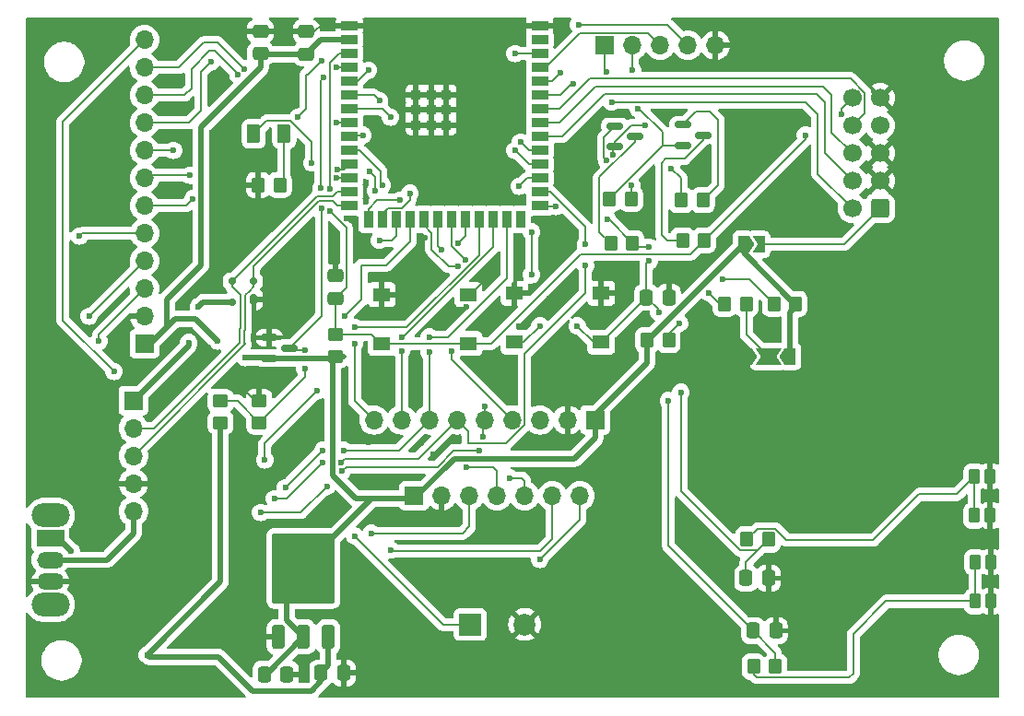
<source format=gbr>
%TF.GenerationSoftware,KiCad,Pcbnew,8.0.6*%
%TF.CreationDate,2024-11-05T15:16:57-06:00*%
%TF.ProjectId,werable_unit (1),77657261-626c-4655-9f75-6e6974202831,rev?*%
%TF.SameCoordinates,Original*%
%TF.FileFunction,Copper,L1,Top*%
%TF.FilePolarity,Positive*%
%FSLAX46Y46*%
G04 Gerber Fmt 4.6, Leading zero omitted, Abs format (unit mm)*
G04 Created by KiCad (PCBNEW 8.0.6) date 2024-11-05 15:16:57*
%MOMM*%
%LPD*%
G01*
G04 APERTURE LIST*
G04 Aperture macros list*
%AMRoundRect*
0 Rectangle with rounded corners*
0 $1 Rounding radius*
0 $2 $3 $4 $5 $6 $7 $8 $9 X,Y pos of 4 corners*
0 Add a 4 corners polygon primitive as box body*
4,1,4,$2,$3,$4,$5,$6,$7,$8,$9,$2,$3,0*
0 Add four circle primitives for the rounded corners*
1,1,$1+$1,$2,$3*
1,1,$1+$1,$4,$5*
1,1,$1+$1,$6,$7*
1,1,$1+$1,$8,$9*
0 Add four rect primitives between the rounded corners*
20,1,$1+$1,$2,$3,$4,$5,0*
20,1,$1+$1,$4,$5,$6,$7,0*
20,1,$1+$1,$6,$7,$8,$9,0*
20,1,$1+$1,$8,$9,$2,$3,0*%
%AMFreePoly0*
4,1,6,1.000000,0.000000,0.500000,-0.750000,-0.500000,-0.750000,-0.500000,0.750000,0.500000,0.750000,1.000000,0.000000,1.000000,0.000000,$1*%
%AMFreePoly1*
4,1,7,0.700000,0.000000,1.200000,-0.750000,-1.200000,-0.750000,-0.700000,0.000000,-1.200000,0.750000,1.200000,0.750000,0.700000,0.000000,0.700000,0.000000,$1*%
%AMFreePoly2*
4,1,6,0.500000,-0.750000,-0.650000,-0.750000,-0.150000,0.000000,-0.650000,0.750000,0.500000,0.750000,0.500000,-0.750000,0.500000,-0.750000,$1*%
G04 Aperture macros list end*
%TA.AperFunction,SMDPad,CuDef*%
%ADD10RoundRect,0.250000X-0.350000X-0.450000X0.350000X-0.450000X0.350000X0.450000X-0.350000X0.450000X0*%
%TD*%
%TA.AperFunction,SMDPad,CuDef*%
%ADD11FreePoly0,0.000000*%
%TD*%
%TA.AperFunction,SMDPad,CuDef*%
%ADD12FreePoly1,0.000000*%
%TD*%
%TA.AperFunction,SMDPad,CuDef*%
%ADD13FreePoly0,180.000000*%
%TD*%
%TA.AperFunction,ComponentPad*%
%ADD14R,2.000000X2.000000*%
%TD*%
%TA.AperFunction,ComponentPad*%
%ADD15C,2.000000*%
%TD*%
%TA.AperFunction,ComponentPad*%
%ADD16O,3.500000X2.200000*%
%TD*%
%TA.AperFunction,ComponentPad*%
%ADD17R,2.500000X1.500000*%
%TD*%
%TA.AperFunction,ComponentPad*%
%ADD18O,2.500000X1.500000*%
%TD*%
%TA.AperFunction,SMDPad,CuDef*%
%ADD19RoundRect,0.250000X0.350000X0.450000X-0.350000X0.450000X-0.350000X-0.450000X0.350000X-0.450000X0*%
%TD*%
%TA.AperFunction,ComponentPad*%
%ADD20RoundRect,0.250000X0.600000X0.600000X-0.600000X0.600000X-0.600000X-0.600000X0.600000X-0.600000X0*%
%TD*%
%TA.AperFunction,ComponentPad*%
%ADD21C,1.700000*%
%TD*%
%TA.AperFunction,SMDPad,CuDef*%
%ADD22RoundRect,0.250000X0.350000X-0.850000X0.350000X0.850000X-0.350000X0.850000X-0.350000X-0.850000X0*%
%TD*%
%TA.AperFunction,SMDPad,CuDef*%
%ADD23RoundRect,0.250000X1.125000X-1.275000X1.125000X1.275000X-1.125000X1.275000X-1.125000X-1.275000X0*%
%TD*%
%TA.AperFunction,SMDPad,CuDef*%
%ADD24RoundRect,0.249997X2.650003X-2.950003X2.650003X2.950003X-2.650003X2.950003X-2.650003X-2.950003X0*%
%TD*%
%TA.AperFunction,SMDPad,CuDef*%
%ADD25RoundRect,0.250000X0.450000X-0.350000X0.450000X0.350000X-0.450000X0.350000X-0.450000X-0.350000X0*%
%TD*%
%TA.AperFunction,SMDPad,CuDef*%
%ADD26RoundRect,0.150000X-0.587500X-0.150000X0.587500X-0.150000X0.587500X0.150000X-0.587500X0.150000X0*%
%TD*%
%TA.AperFunction,ComponentPad*%
%ADD27R,1.700000X1.700000*%
%TD*%
%TA.AperFunction,ComponentPad*%
%ADD28O,1.700000X1.700000*%
%TD*%
%TA.AperFunction,SMDPad,CuDef*%
%ADD29RoundRect,0.250000X0.275000X-0.450000X0.275000X0.450000X-0.275000X0.450000X-0.275000X-0.450000X0*%
%TD*%
%TA.AperFunction,SMDPad,CuDef*%
%ADD30RoundRect,0.250000X-0.337500X-0.475000X0.337500X-0.475000X0.337500X0.475000X-0.337500X0.475000X0*%
%TD*%
%TA.AperFunction,SMDPad,CuDef*%
%ADD31FreePoly2,0.000000*%
%TD*%
%TA.AperFunction,SMDPad,CuDef*%
%ADD32R,1.550000X1.300000*%
%TD*%
%TA.AperFunction,SMDPad,CuDef*%
%ADD33RoundRect,0.250000X0.475000X-0.337500X0.475000X0.337500X-0.475000X0.337500X-0.475000X-0.337500X0*%
%TD*%
%TA.AperFunction,SMDPad,CuDef*%
%ADD34RoundRect,0.250000X0.375000X0.625000X-0.375000X0.625000X-0.375000X-0.625000X0.375000X-0.625000X0*%
%TD*%
%TA.AperFunction,SMDPad,CuDef*%
%ADD35RoundRect,0.175000X0.175000X0.325000X-0.175000X0.325000X-0.175000X-0.325000X0.175000X-0.325000X0*%
%TD*%
%TA.AperFunction,SMDPad,CuDef*%
%ADD36RoundRect,0.150000X0.200000X0.150000X-0.200000X0.150000X-0.200000X-0.150000X0.200000X-0.150000X0*%
%TD*%
%TA.AperFunction,SMDPad,CuDef*%
%ADD37R,1.498600X0.889000*%
%TD*%
%TA.AperFunction,SMDPad,CuDef*%
%ADD38R,0.889000X1.498600*%
%TD*%
%TA.AperFunction,SMDPad,CuDef*%
%ADD39R,0.889000X0.889000*%
%TD*%
%TA.AperFunction,ViaPad*%
%ADD40C,0.600000*%
%TD*%
%TA.AperFunction,Conductor*%
%ADD41C,0.200000*%
%TD*%
%TA.AperFunction,Conductor*%
%ADD42C,0.500000*%
%TD*%
G04 APERTURE END LIST*
D10*
%TO.P,R20,1*%
%TO.N,Net-(Q3-C)*%
X139605000Y-58039000D03*
%TO.P,R20,2*%
%TO.N,/GPIO0_STRAPPING*%
X141605000Y-58039000D03*
%TD*%
D11*
%TO.P,JP2,1,A*%
%TO.N,GND*%
X152083000Y-68453000D03*
D12*
%TO.P,JP2,2,C*%
%TO.N,Net-(JP2-C)*%
X154083000Y-68453000D03*
D13*
%TO.P,JP2,3,B*%
%TO.N,+3V3*%
X156083000Y-68453000D03*
%TD*%
D14*
%TO.P,U4,1,1*%
%TO.N,/BUZZER*%
X126699000Y-93091000D03*
D15*
%TO.P,U4,2,2*%
%TO.N,GND*%
X131699000Y-93091000D03*
%TD*%
D16*
%TO.P,U7,*%
%TO.N,*%
X88138000Y-83058000D03*
X88138000Y-91258000D03*
D17*
%TO.P,U7,1,1*%
%TO.N,/VBAT*%
X88138000Y-85158000D03*
D18*
%TO.P,U7,2,2*%
%TO.N,Net-(J11-BAT)*%
X88138000Y-87158000D03*
%TO.P,U7,3,3*%
%TO.N,GND*%
X88138000Y-89158000D03*
%TD*%
D19*
%TO.P,R7,1*%
%TO.N,Net-(D6-K)*%
X109204000Y-52705000D03*
%TO.P,R7,2*%
%TO.N,GND*%
X107204000Y-52705000D03*
%TD*%
D20*
%TO.P,J12,1,VTref*%
%TO.N,Net-(J12-VTref)*%
X164338000Y-54864000D03*
D21*
%TO.P,J12,2,SWDIO/TMS*%
%TO.N,/MTMS*%
X161798000Y-54864000D03*
%TO.P,J12,3,GND*%
%TO.N,GND*%
X164338000Y-52324000D03*
%TO.P,J12,4,SWDCLK/TCK*%
%TO.N,/MTCK*%
X161798000Y-52324000D03*
%TO.P,J12,5,GND*%
%TO.N,GND*%
X164338000Y-49784000D03*
%TO.P,J12,6,SWO/TDO*%
%TO.N,/MTDO*%
X161798000Y-49784000D03*
%TO.P,J12,7,KEY*%
%TO.N,unconnected-(J12-KEY-Pad7)*%
X164338000Y-47244000D03*
%TO.P,J12,8,NC/TDI*%
%TO.N,/MTDI*%
X161798000Y-47244000D03*
%TO.P,J12,9,GNDDetect*%
%TO.N,GND*%
X164338000Y-44704000D03*
%TO.P,J12,10,~{RESET}*%
%TO.N,/CHIP_PU*%
X161798000Y-44704000D03*
%TD*%
D22*
%TO.P,U5,1,GND*%
%TO.N,GND*%
X109105000Y-94234000D03*
%TO.P,U5,2,VO*%
%TO.N,+3V3*%
X111385000Y-94234000D03*
D23*
X109860000Y-89609000D03*
X112910000Y-89609000D03*
D24*
X111385000Y-87934000D03*
D23*
X109860000Y-86259000D03*
X112910000Y-86259000D03*
D22*
%TO.P,U5,3,VI*%
%TO.N,/VBAT*%
X113665000Y-94234000D03*
%TD*%
D25*
%TO.P,R25,1*%
%TO.N,+3V3*%
X114300000Y-68437000D03*
%TO.P,R25,2*%
%TO.N,/CHIP_PU*%
X114300000Y-66437000D03*
%TD*%
D10*
%TO.P,R14,1*%
%TO.N,/DTR*%
X146066000Y-54102000D03*
%TO.P,R14,2*%
%TO.N,Net-(Q2-B)*%
X148066000Y-54102000D03*
%TD*%
D26*
%TO.P,Q2,1,B*%
%TO.N,Net-(Q2-B)*%
X146207000Y-47183000D03*
%TO.P,Q2,2,E*%
%TO.N,/RTS*%
X146207000Y-49083000D03*
%TO.P,Q2,3,C*%
%TO.N,Net-(Q2-C)*%
X148082000Y-48133000D03*
%TD*%
D27*
%TO.P,J13,1,VIN*%
%TO.N,+3V3*%
X138176000Y-74295000D03*
D28*
%TO.P,J13,2,GND*%
%TO.N,GND*%
X135636000Y-74295000D03*
%TO.P,J13,3,EN*%
%TO.N,unconnected-(J13-EN-Pad3)*%
X133096000Y-74295000D03*
%TO.P,J13,4,G0*%
%TO.N,/LORA_G0*%
X130556000Y-74295000D03*
%TO.P,J13,5,SCK*%
%TO.N,/LORA_SCK*%
X128016000Y-74295000D03*
%TO.P,J13,6,MISO*%
%TO.N,/LORA_MISO*%
X125476000Y-74295000D03*
%TO.P,J13,7,MOSI*%
%TO.N,/LORA_MOSI*%
X122936000Y-74295000D03*
%TO.P,J13,8,CS*%
%TO.N,/LORA_CS*%
X120396000Y-74295000D03*
%TO.P,J13,9,RST*%
%TO.N,/LORA_RST*%
X117856000Y-74295000D03*
%TD*%
D29*
%TO.P,SW5,1,1\u002A*%
%TO.N,Net-(SW5-1\u002A)*%
X173016000Y-83080000D03*
X173016000Y-79480000D03*
%TO.P,SW5,2,2*%
%TO.N,GND*%
X174456000Y-83080000D03*
X174456000Y-79480000D03*
%TD*%
D30*
%TO.P,C19,1*%
%TO.N,/GPIO0_STRAPPING*%
X142870000Y-63028000D03*
%TO.P,C19,2*%
%TO.N,GND*%
X144945000Y-63028000D03*
%TD*%
D26*
%TO.P,D4,1*%
%TO.N,GND*%
X108234000Y-66741000D03*
%TO.P,D4,2*%
%TO.N,+3V3*%
X108234000Y-68641000D03*
%TO.P,D4,3*%
%TO.N,/VBAT_SENSE*%
X110109000Y-67691000D03*
%TD*%
D10*
%TO.P,R3,1*%
%TO.N,Net-(SW5-1\u002A)*%
X152115000Y-85281000D03*
%TO.P,R3,2*%
%TO.N,/BUTTON_1*%
X154115000Y-85281000D03*
%TD*%
D27*
%TO.P,J1,1,Pin_1*%
%TO.N,+3V3*%
X96774000Y-67310000D03*
D28*
%TO.P,J1,2,Pin_2*%
%TO.N,GND*%
X96774000Y-64770000D03*
%TO.P,J1,3,Pin_3*%
%TO.N,/LORA_MISO*%
X96774000Y-62230000D03*
%TO.P,J1,4,Pin_4*%
%TO.N,/LORA_SCK*%
X96774000Y-59690000D03*
%TO.P,J1,5,Pin_5*%
%TO.N,/LORA_MOSI*%
X96774000Y-57150000D03*
%TO.P,J1,6,Pin_6*%
%TO.N,/TFT_CS*%
X96774000Y-54610000D03*
%TO.P,J1,7,Pin_7*%
%TO.N,/TFT_DC*%
X96774000Y-52070000D03*
%TO.P,J1,8,Pin_8*%
%TO.N,/TFT_YP*%
X96774000Y-49530000D03*
%TO.P,J1,9,Pin_9*%
%TO.N,/TFT_YM*%
X96774000Y-46990000D03*
%TO.P,J1,10,Pin_10*%
%TO.N,/TFT_XP*%
X96774000Y-44450000D03*
%TO.P,J1,11,Pin_11*%
%TO.N,/TFT_XM*%
X96774000Y-41910000D03*
%TO.P,J1,12,Pin_12*%
%TO.N,/TFT_RST*%
X96774000Y-39370000D03*
%TD*%
D29*
%TO.P,SW6,1,1\u002A*%
%TO.N,Net-(SW6-1\u002A)*%
X173072000Y-90954000D03*
X173072000Y-87354000D03*
%TO.P,SW6,2,2*%
%TO.N,GND*%
X174512000Y-90954000D03*
X174512000Y-87354000D03*
%TD*%
D30*
%TO.P,C3,1*%
%TO.N,/VBAT*%
X113008500Y-97536000D03*
%TO.P,C3,2*%
%TO.N,GND*%
X115083500Y-97536000D03*
%TD*%
%TO.P,C1,1*%
%TO.N,/BUTTON_1*%
X152040000Y-88837000D03*
%TO.P,C1,2*%
%TO.N,GND*%
X154115000Y-88837000D03*
%TD*%
D27*
%TO.P,J8,1,Pin_1*%
%TO.N,/RTS*%
X139065000Y-39878000D03*
D28*
%TO.P,J8,2,Pin_2*%
%TO.N,/DTR*%
X141605000Y-39878000D03*
%TO.P,J8,3,Pin_3*%
%TO.N,/TX*%
X144145000Y-39878000D03*
%TO.P,J8,4,Pin_4*%
%TO.N,/RX*%
X146685000Y-39878000D03*
%TO.P,J8,5,Pin_5*%
%TO.N,GND*%
X149225000Y-39878000D03*
%TD*%
D25*
%TO.P,R9,1*%
%TO.N,/VBAT_SENSE*%
X107315000Y-74533000D03*
%TO.P,R9,2*%
%TO.N,GND*%
X107315000Y-72533000D03*
%TD*%
D11*
%TO.P,JP1,1,A*%
%TO.N,+3V3*%
X151802000Y-58166000D03*
D31*
%TO.P,JP1,2,B*%
%TO.N,Net-(J12-VTref)*%
X153252000Y-58166000D03*
%TD*%
D26*
%TO.P,Q3,1,B*%
%TO.N,Net-(Q3-B)*%
X139984000Y-47310000D03*
%TO.P,Q3,2,E*%
%TO.N,/DTR*%
X139984000Y-49210000D03*
%TO.P,Q3,3,C*%
%TO.N,Net-(Q3-C)*%
X141859000Y-48260000D03*
%TD*%
D32*
%TO.P,SW3,1,1*%
%TO.N,GND*%
X118580000Y-62774000D03*
X126530000Y-62774000D03*
%TO.P,SW3,2,2*%
%TO.N,/CHIP_PU*%
X118580000Y-67274000D03*
X126530000Y-67274000D03*
%TD*%
D10*
%TO.P,R13,1*%
%TO.N,/GPIO46_STRAPPING*%
X154591000Y-63627000D03*
%TO.P,R13,2*%
%TO.N,+3V3*%
X156591000Y-63627000D03*
%TD*%
D33*
%TO.P,C18,1*%
%TO.N,/CHIP_PU*%
X114300000Y-63140500D03*
%TO.P,C18,2*%
%TO.N,GND*%
X114300000Y-61065500D03*
%TD*%
D10*
%TO.P,R2,1*%
%TO.N,Net-(SW6-1\u002A)*%
X152734000Y-96965000D03*
%TO.P,R2,2*%
%TO.N,/BUTTON_2*%
X154734000Y-96965000D03*
%TD*%
D33*
%TO.P,C23,1*%
%TO.N,+3V3*%
X107442000Y-40661500D03*
%TO.P,C23,2*%
%TO.N,GND*%
X107442000Y-38586500D03*
%TD*%
D34*
%TO.P,D6,1,K*%
%TO.N,Net-(D6-K)*%
X109604000Y-48006000D03*
%TO.P,D6,2,A*%
%TO.N,/LED*%
X106804000Y-48006000D03*
%TD*%
D10*
%TO.P,R26,1*%
%TO.N,+3V3*%
X142929000Y-66965000D03*
%TO.P,R26,2*%
%TO.N,/GPIO0_STRAPPING*%
X144929000Y-66965000D03*
%TD*%
D25*
%TO.P,R8,1*%
%TO.N,/VBAT*%
X103759000Y-74533000D03*
%TO.P,R8,2*%
%TO.N,/VBAT_SENSE*%
X103759000Y-72533000D03*
%TD*%
D10*
%TO.P,R15,1*%
%TO.N,/RTS*%
X139478000Y-53975000D03*
%TO.P,R15,2*%
%TO.N,Net-(Q3-B)*%
X141478000Y-53975000D03*
%TD*%
D30*
%TO.P,C2,1*%
%TO.N,/BUTTON_2*%
X152696500Y-93663000D03*
%TO.P,C2,2*%
%TO.N,GND*%
X154771500Y-93663000D03*
%TD*%
D10*
%TO.P,R18,1*%
%TO.N,/GPIO3_STRAPPING*%
X150054500Y-63627000D03*
%TO.P,R18,2*%
%TO.N,Net-(JP2-C)*%
X152054500Y-63627000D03*
%TD*%
%TO.P,R19,1*%
%TO.N,Net-(Q2-C)*%
X146209000Y-57785000D03*
%TO.P,R19,2*%
%TO.N,/CHIP_PU*%
X148209000Y-57785000D03*
%TD*%
D35*
%TO.P,D2,1,A*%
%TO.N,GND*%
X106807000Y-63246000D03*
D36*
%TO.P,D2,2,K*%
%TO.N,/D+*%
X106807000Y-61546000D03*
%TO.P,D2,3,K*%
%TO.N,/D-*%
X104807000Y-61546000D03*
%TO.P,D2,4,K*%
%TO.N,+5V*%
X104807000Y-63446000D03*
%TD*%
D27*
%TO.P,J2,1,Pin_1*%
%TO.N,+3V3*%
X121539000Y-81280000D03*
D28*
%TO.P,J2,2,Pin_2*%
%TO.N,GND*%
X124079000Y-81280000D03*
%TO.P,J2,3,Pin_3*%
%TO.N,/GPIO6*%
X126619000Y-81280000D03*
%TO.P,J2,4,Pin_4*%
%TO.N,/GPIO7*%
X129159000Y-81280000D03*
%TO.P,J2,5,Pin_5*%
%TO.N,/GPIO11*%
X131699000Y-81280000D03*
%TO.P,J2,6,Pin_6*%
%TO.N,/GPIO17*%
X134239000Y-81280000D03*
%TO.P,J2,7,Pin_7*%
%TO.N,/GPIO18*%
X136779000Y-81280000D03*
%TD*%
D30*
%TO.P,C4,1*%
%TO.N,+3V3*%
X107801500Y-97663000D03*
%TO.P,C4,2*%
%TO.N,GND*%
X109876500Y-97663000D03*
%TD*%
D32*
%TO.P,SW4,1,1*%
%TO.N,GND*%
X130772000Y-62647000D03*
X138722000Y-62647000D03*
%TO.P,SW4,2,2*%
%TO.N,/GPIO0_STRAPPING*%
X130772000Y-67147000D03*
X138722000Y-67147000D03*
%TD*%
D37*
%TO.P,U10,1,GND*%
%TO.N,GND*%
X115596000Y-38100000D03*
%TO.P,U10,2,3V3*%
%TO.N,+3V3*%
X115596000Y-39370000D03*
%TO.P,U10,3,EN*%
%TO.N,/CHIP_PU*%
X115596000Y-40640000D03*
%TO.P,U10,4,IO4*%
%TO.N,/VBAT_SENSE*%
X115596000Y-41910000D03*
%TO.P,U10,5,IO5*%
%TO.N,/TFT_CS*%
X115596000Y-43180000D03*
%TO.P,U10,6,IO6*%
%TO.N,/GPIO6*%
X115596000Y-44450000D03*
%TO.P,U10,7,IO7*%
%TO.N,/GPIO7*%
X115596000Y-45720000D03*
%TO.P,U10,8,IO15*%
%TO.N,/TFT_DC*%
X115596000Y-46990000D03*
%TO.P,U10,9,IO16*%
%TO.N,/TFT_YP*%
X115596000Y-48260000D03*
%TO.P,U10,10,IO17*%
%TO.N,/GPIO17*%
X115596000Y-49530000D03*
%TO.P,U10,11,IO18*%
%TO.N,/GPIO18*%
X115596000Y-50800000D03*
%TO.P,U10,12,IO8*%
%TO.N,/BUZZER*%
X115596000Y-52070000D03*
%TO.P,U10,13,IO19*%
%TO.N,/D-*%
X115596000Y-53340000D03*
%TO.P,U10,14,IO20*%
%TO.N,/D+*%
X115596000Y-54610000D03*
D38*
%TO.P,U10,15,IO3*%
%TO.N,/GPIO3_STRAPPING*%
X117361000Y-55860000D03*
%TO.P,U10,16,IO46*%
%TO.N,/GPIO46_STRAPPING*%
X118631000Y-55860000D03*
%TO.P,U10,17,IO9*%
%TO.N,/LED*%
X119901000Y-55860000D03*
%TO.P,U10,18,IO10*%
%TO.N,/TFT_RST*%
X121171000Y-55860000D03*
%TO.P,U10,19,IO11*%
%TO.N,/GPIO11*%
X122441000Y-55860000D03*
%TO.P,U10,20,IO12*%
%TO.N,/BUTTON_1*%
X123711000Y-55860000D03*
%TO.P,U10,21,IO13*%
%TO.N,/BUTTON_2*%
X124981000Y-55860000D03*
%TO.P,U10,22,IO14*%
%TO.N,/LORA_G0*%
X126251000Y-55860000D03*
%TO.P,U10,23,IO21*%
%TO.N,/LORA_RST*%
X127521000Y-55860000D03*
%TO.P,U10,24,IO47*%
%TO.N,/LORA_CS*%
X128791000Y-55860000D03*
%TO.P,U10,25,IO48*%
%TO.N,/LORA_MOSI*%
X130061000Y-55860000D03*
%TO.P,U10,26,IO45*%
%TO.N,/GPIO45_STRAPPING*%
X131331000Y-55860000D03*
D37*
%TO.P,U10,27,IO0*%
%TO.N,/GPIO0_STRAPPING*%
X133096000Y-54610000D03*
%TO.P,U10,28,IO35*%
%TO.N,/LORA_MISO*%
X133096000Y-53340000D03*
%TO.P,U10,29,IO36*%
%TO.N,/LORA_SCK*%
X133096000Y-52070000D03*
%TO.P,U10,30,IO37*%
%TO.N,/TFT_XP*%
X133096000Y-50800000D03*
%TO.P,U10,31,IO38*%
%TO.N,/TFT_XM*%
X133096000Y-49530000D03*
%TO.P,U10,32,IO39*%
%TO.N,/MTCK*%
X133096000Y-48260000D03*
%TO.P,U10,33,IO40*%
%TO.N,/MTDO*%
X133096000Y-46990000D03*
%TO.P,U10,34,IO41*%
%TO.N,/MTDI*%
X133096000Y-45720000D03*
%TO.P,U10,35,IO42*%
%TO.N,/MTMS*%
X133096000Y-44450000D03*
%TO.P,U10,36,RXD0*%
%TO.N,/RX*%
X133096000Y-43180000D03*
%TO.P,U10,37,TXD0*%
%TO.N,/TX*%
X133096000Y-41910000D03*
%TO.P,U10,38,IO2*%
%TO.N,/TFT_YM*%
X133096000Y-40640000D03*
%TO.P,U10,39,IO1*%
%TO.N,/GPIO1*%
X133096000Y-39370000D03*
%TO.P,U10,40,GND*%
%TO.N,GND*%
X133096000Y-38100000D03*
D39*
%TO.P,U10,41,GND*%
X123096000Y-45820000D03*
%TO.P,U10,42,GND*%
X123096000Y-44420000D03*
%TO.P,U10,43,GND*%
X121696000Y-44420000D03*
%TO.P,U10,44,GND*%
X121696000Y-45820000D03*
%TO.P,U10,45,GND*%
X121696000Y-47220000D03*
%TO.P,U10,46,GND*%
X123096000Y-47220000D03*
%TO.P,U10,47,GND*%
X124496000Y-47220000D03*
%TO.P,U10,48,GND*%
X124496000Y-45820000D03*
%TO.P,U10,49,GND*%
X124496000Y-44420000D03*
%TD*%
D27*
%TO.P,J11,1,5V*%
%TO.N,+5V*%
X95758000Y-72517000D03*
D28*
%TO.P,J11,2,D-*%
%TO.N,/D-*%
X95758000Y-75057000D03*
%TO.P,J11,3,D+*%
%TO.N,/D+*%
X95758000Y-77597000D03*
%TO.P,J11,4,GND*%
%TO.N,GND*%
X95758000Y-80137000D03*
%TO.P,J11,5,BAT*%
%TO.N,Net-(J11-BAT)*%
X95758000Y-82677000D03*
%TD*%
D33*
%TO.P,C24,1*%
%TO.N,+3V3*%
X111633000Y-40683000D03*
%TO.P,C24,2*%
%TO.N,GND*%
X111633000Y-38608000D03*
%TD*%
D40*
%TO.N,/BUTTON_1*%
X124079000Y-58674000D03*
X146050000Y-71755000D03*
%TO.N,GND*%
X107823000Y-55626000D03*
X135636000Y-57658000D03*
X116967000Y-58293000D03*
X131318000Y-84455000D03*
X119507000Y-69342000D03*
X137287000Y-48895000D03*
X144272000Y-46228000D03*
X105410000Y-74803000D03*
X133985000Y-63119000D03*
X123317000Y-77470000D03*
X120269000Y-79756000D03*
X147701000Y-50800000D03*
X130810000Y-71628000D03*
X104902000Y-39370000D03*
X117602000Y-79629000D03*
X118237000Y-64643000D03*
X114554000Y-81915000D03*
X112014000Y-73914000D03*
X105537000Y-71120000D03*
X129159000Y-53467000D03*
X100076000Y-45593000D03*
X121920000Y-70612000D03*
X117856000Y-70358000D03*
X115316000Y-55753000D03*
X123571000Y-65659000D03*
X138938000Y-60325000D03*
X114300000Y-57277000D03*
X102997000Y-43561000D03*
X102235000Y-97663000D03*
X106172000Y-93980000D03*
X153924000Y-65405000D03*
X117094000Y-54229000D03*
X126365000Y-63881000D03*
X143383000Y-53086000D03*
X99314000Y-50927000D03*
X131191000Y-65659000D03*
X128397000Y-61087000D03*
X119507000Y-96139000D03*
X92964000Y-59817000D03*
X144145000Y-61341000D03*
X99695000Y-53213000D03*
X106680000Y-69850000D03*
X111506000Y-97663000D03*
X99441000Y-42799000D03*
X128905000Y-64135000D03*
X117348000Y-76327000D03*
X92075000Y-48895000D03*
X99568000Y-57658000D03*
X153416000Y-48133000D03*
X122555000Y-57531000D03*
X128524000Y-69342000D03*
X106934000Y-67437000D03*
X98298000Y-79375000D03*
X122174000Y-76454000D03*
%TO.N,/BUTTON_2*%
X126238000Y-59563000D03*
X144907000Y-72517000D03*
%TO.N,/VBAT*%
X90043000Y-86360000D03*
X97028000Y-95885000D03*
%TO.N,+3V3*%
X103505000Y-67056000D03*
X106045000Y-68580000D03*
%TO.N,/CHIP_PU*%
X113792000Y-53086000D03*
X157480000Y-48133000D03*
X160782000Y-46228000D03*
X113792000Y-55118000D03*
%TO.N,/GPIO0_STRAPPING*%
X133096000Y-65659000D03*
X143129000Y-59690000D03*
X143129000Y-58420000D03*
X145923000Y-65405000D03*
X144018000Y-64389000D03*
X136525000Y-65659000D03*
X139319000Y-55880000D03*
X134543385Y-54686615D03*
%TO.N,+5V*%
X101727000Y-63881000D03*
X100838000Y-67183000D03*
%TO.N,/VBAT_SENSE*%
X111506000Y-67891000D03*
X111506000Y-69596000D03*
X113192000Y-42799000D03*
X114392000Y-41910000D03*
X113033963Y-54803963D03*
X113002882Y-52954480D03*
%TO.N,/LED*%
X117983000Y-53213000D03*
X118364000Y-57785000D03*
X112141000Y-50673000D03*
X117475000Y-51435000D03*
%TO.N,/RTS*%
X142113000Y-45685000D03*
X139192000Y-42291000D03*
%TO.N,/RX*%
X135001000Y-42418000D03*
X136652000Y-37973000D03*
%TO.N,/DTR*%
X145161000Y-51181000D03*
X141605000Y-42164000D03*
X142748000Y-47244000D03*
X139813949Y-49909573D03*
%TO.N,/GPIO17*%
X118618000Y-52705000D03*
X119380000Y-86233000D03*
%TO.N,/GPIO11*%
X125603000Y-60198000D03*
X130302000Y-79629000D03*
%TO.N,/GPIO6*%
X118364000Y-44958000D03*
X117602000Y-84709000D03*
%TO.N,/GPIO7*%
X119380000Y-46482000D03*
X126365000Y-78613000D03*
%TO.N,/GPIO18*%
X114492096Y-51273000D03*
X133096000Y-87122000D03*
%TO.N,/MTMS*%
X136144000Y-43434000D03*
X139700000Y-45085000D03*
%TO.N,Net-(Q3-B)*%
X139248261Y-50475261D03*
X141537265Y-52764265D03*
%TO.N,/GPIO46_STRAPPING*%
X149860000Y-61341000D03*
X121158000Y-53467000D03*
%TO.N,/GPIO3_STRAPPING*%
X148590000Y-62611000D03*
X120269000Y-54102000D03*
%TO.N,/BUZZER*%
X116078000Y-84963000D03*
X114392000Y-52070000D03*
%TO.N,/LORA_CS*%
X120396000Y-66674000D03*
X120396000Y-67945000D03*
%TO.N,/LORA_SCK*%
X131191000Y-52832000D03*
X114935000Y-78994000D03*
X132334000Y-57023000D03*
X91694000Y-64770000D03*
X132334000Y-60960000D03*
X127889000Y-75854000D03*
X128016000Y-73025000D03*
X127508000Y-77101000D03*
X113538000Y-80391000D03*
X107442000Y-82804000D03*
%TO.N,/TFT_XP*%
X105352313Y-42602687D03*
X130810000Y-49530000D03*
%TO.N,/TFT_YP*%
X99441000Y-49530000D03*
X116840000Y-48133000D03*
%TO.N,/LORA_G0*%
X124968000Y-67945000D03*
X125603000Y-58039000D03*
%TO.N,/LORA_MISO*%
X137287000Y-58166000D03*
X114803480Y-78204882D03*
X108712000Y-81534000D03*
X113157000Y-78232000D03*
X92583000Y-67056000D03*
X137287000Y-60071000D03*
%TO.N,/LORA_RST*%
X116078000Y-67310000D03*
X116078000Y-65786000D03*
%TO.N,/LORA_MOSI*%
X113157000Y-77089000D03*
X122936000Y-68072000D03*
X90805000Y-57404000D03*
X122936000Y-66674000D03*
X109728000Y-80518000D03*
X115062000Y-77089000D03*
%TO.N,/TFT_DC*%
X114392000Y-46990000D03*
X100965000Y-51816000D03*
%TO.N,/TFT_CS*%
X110871000Y-46482000D03*
X101219000Y-53975000D03*
X117348000Y-42164000D03*
X113030000Y-41275000D03*
%TO.N,/TFT_YM*%
X102870000Y-41402000D03*
X130810000Y-40640000D03*
%TO.N,/TFT_XM*%
X105918000Y-42037000D03*
X131318000Y-48768000D03*
%TO.N,/TFT_RST*%
X93980000Y-69850000D03*
X115189000Y-64770000D03*
X107823000Y-77978000D03*
X112649000Y-71628000D03*
%TD*%
D41*
%TO.N,/BUTTON_1*%
X153115000Y-86281000D02*
X151530256Y-86281000D01*
X152040000Y-88837000D02*
X152040000Y-87356000D01*
X123711000Y-58306000D02*
X123711000Y-55860000D01*
X124079000Y-58674000D02*
X123711000Y-58306000D01*
X154115000Y-85281000D02*
X153115000Y-86281000D01*
X151530256Y-86281000D02*
X146050000Y-80800744D01*
X146050000Y-80800744D02*
X146050000Y-71755000D01*
X152040000Y-87356000D02*
X154115000Y-85281000D01*
%TO.N,GND*%
X112395000Y-38608000D02*
X113030000Y-37973000D01*
X152083000Y-68453000D02*
X150368000Y-68453000D01*
X174512000Y-86120000D02*
X174498000Y-86106000D01*
X95504000Y-64897000D02*
X94869000Y-65532000D01*
X95504000Y-64897000D02*
X95631000Y-64897000D01*
X111633000Y-38608000D02*
X112395000Y-38608000D01*
X96774000Y-64770000D02*
X96647000Y-64897000D01*
X174512000Y-87354000D02*
X174512000Y-86120000D01*
X106950000Y-72533000D02*
X105537000Y-71120000D01*
X105537000Y-71120000D02*
X105664000Y-71247000D01*
X97536000Y-80137000D02*
X98298000Y-79375000D01*
X88138000Y-89158000D02*
X86356000Y-89158000D01*
X144945000Y-63028000D02*
X144945000Y-61430000D01*
X114300000Y-61065500D02*
X114300000Y-58801000D01*
X109876500Y-97663000D02*
X111506000Y-97663000D01*
X86356000Y-89158000D02*
X86233000Y-89281000D01*
X109105000Y-94234000D02*
X106426000Y-94234000D01*
X126530000Y-62774000D02*
X126710000Y-62774000D01*
X126710000Y-62774000D02*
X128397000Y-61087000D01*
X124079000Y-81534000D02*
X124079000Y-83312000D01*
X150368000Y-68453000D02*
X150114000Y-68199000D01*
X91817000Y-89158000D02*
X92075000Y-88900000D01*
X95758000Y-80137000D02*
X97536000Y-80137000D01*
X174456000Y-84878000D02*
X174244000Y-85090000D01*
X174456000Y-83080000D02*
X174456000Y-84878000D01*
X96647000Y-64897000D02*
X95504000Y-64897000D01*
X107315000Y-72533000D02*
X106950000Y-72533000D01*
X106426000Y-94234000D02*
X106172000Y-93980000D01*
X144945000Y-61430000D02*
X145288000Y-61087000D01*
X88138000Y-89158000D02*
X91817000Y-89158000D01*
%TO.N,/BUTTON_2*%
X152696500Y-93663000D02*
X144907000Y-85873500D01*
X154734000Y-95700500D02*
X152696500Y-93663000D01*
X124981000Y-58306000D02*
X124981000Y-55860000D01*
X144907000Y-85873500D02*
X144907000Y-72517000D01*
X126238000Y-59563000D02*
X124981000Y-58306000D01*
X154734000Y-96965000D02*
X154734000Y-95700500D01*
D42*
%TO.N,/VBAT*%
X113008500Y-98319500D02*
X113008500Y-97536000D01*
X88138000Y-85158000D02*
X88841000Y-85158000D01*
X112099000Y-99229000D02*
X113008500Y-98319500D01*
X103759000Y-74533000D02*
X103759000Y-89154000D01*
X113665000Y-94234000D02*
X113665000Y-96879500D01*
X97198500Y-96055500D02*
X103548500Y-96055500D01*
X97028000Y-95885000D02*
X97091500Y-95821500D01*
X103759000Y-89154000D02*
X97028000Y-95885000D01*
X113665000Y-96879500D02*
X113008500Y-97536000D01*
X103548500Y-96055500D02*
X106722000Y-99229000D01*
X97028000Y-95885000D02*
X97198500Y-96055500D01*
X106722000Y-99229000D02*
X112099000Y-99229000D01*
X88841000Y-85158000D02*
X90043000Y-86360000D01*
%TO.N,+3V3*%
X98806000Y-63246000D02*
X98806000Y-65786000D01*
X109860000Y-92709000D02*
X111385000Y-94234000D01*
X136271000Y-77851000D02*
X138176000Y-75946000D01*
X156591000Y-63627000D02*
X156591000Y-63881000D01*
X114300000Y-68437000D02*
X114046000Y-68691000D01*
X116205000Y-81534000D02*
X117635000Y-81534000D01*
X107442000Y-40661500D02*
X107123000Y-40980500D01*
X99568000Y-65024000D02*
X98806000Y-65786000D01*
X156508000Y-63627000D02*
X156591000Y-63627000D01*
X112946000Y-39370000D02*
X111633000Y-40683000D01*
X142929000Y-69034000D02*
X142929000Y-66965000D01*
X107442000Y-40661500D02*
X107442000Y-41910000D01*
X142929000Y-66965000D02*
X143003000Y-66965000D01*
X115596000Y-39370000D02*
X112946000Y-39370000D01*
X97282000Y-67310000D02*
X96774000Y-67310000D01*
X101473000Y-65024000D02*
X99568000Y-65024000D01*
X107463500Y-40683000D02*
X107442000Y-40661500D01*
X121539000Y-81534000D02*
X125222000Y-77851000D01*
X101981000Y-47371000D02*
X101981000Y-60071000D01*
X138176000Y-73787000D02*
X142929000Y-69034000D01*
X107801500Y-97663000D02*
X107956000Y-97663000D01*
X107442000Y-41910000D02*
X101981000Y-47371000D01*
X108234000Y-68641000D02*
X114096000Y-68641000D01*
X151802000Y-58166000D02*
X151802000Y-58921000D01*
X98806000Y-65786000D02*
X97282000Y-67310000D01*
X101473000Y-65024000D02*
X103505000Y-67056000D01*
X109860000Y-89609000D02*
X109860000Y-92709000D01*
X114096000Y-68641000D02*
X114300000Y-68437000D01*
X111633000Y-40683000D02*
X107463500Y-40683000D01*
X117635000Y-81534000D02*
X112910000Y-86259000D01*
X114250000Y-68387000D02*
X114300000Y-68437000D01*
X107956000Y-97663000D02*
X111385000Y-94234000D01*
X151802000Y-58921000D02*
X156508000Y-63627000D01*
X156083000Y-64389000D02*
X156083000Y-68453000D01*
X114046000Y-79375000D02*
X116205000Y-81534000D01*
X138176000Y-74295000D02*
X138176000Y-73787000D01*
X114046000Y-68691000D02*
X114046000Y-79375000D01*
X121539000Y-81534000D02*
X117635000Y-81534000D01*
X114300000Y-68437000D02*
X115046000Y-68437000D01*
X138176000Y-75946000D02*
X138176000Y-74295000D01*
X125222000Y-77851000D02*
X136271000Y-77851000D01*
X143003000Y-66965000D02*
X151802000Y-58166000D01*
X106045000Y-68580000D02*
X108173000Y-68580000D01*
X101981000Y-60071000D02*
X98806000Y-63246000D01*
X156591000Y-63881000D02*
X156083000Y-64389000D01*
X108173000Y-68580000D02*
X108234000Y-68641000D01*
D41*
%TO.N,/CHIP_PU*%
X113792000Y-41494700D02*
X114646700Y-40640000D01*
X117618000Y-66437000D02*
X114300000Y-66437000D01*
X161798000Y-44704000D02*
X160782000Y-45720000D01*
X113792000Y-53086000D02*
X113792000Y-41494700D01*
X118580000Y-67274000D02*
X118455000Y-67274000D01*
X115325000Y-56651000D02*
X113792000Y-55118000D01*
X126530000Y-67274000D02*
X128620000Y-67274000D01*
X115325000Y-62115500D02*
X115325000Y-56651000D01*
X157480000Y-48133000D02*
X157480000Y-48514000D01*
X118580000Y-67274000D02*
X126530000Y-67274000D01*
X118455000Y-67274000D02*
X117618000Y-66437000D01*
X136839000Y-59055000D02*
X146939000Y-59055000D01*
X114646700Y-40640000D02*
X115596000Y-40640000D01*
X128620000Y-67274000D02*
X136839000Y-59055000D01*
X157480000Y-48514000D02*
X148209000Y-57785000D01*
X114300000Y-66437000D02*
X114300000Y-63140500D01*
X146939000Y-59055000D02*
X148209000Y-57785000D01*
X114300000Y-63140500D02*
X115325000Y-62115500D01*
X160782000Y-45720000D02*
X160782000Y-46228000D01*
%TO.N,/GPIO0_STRAPPING*%
X134543385Y-54686615D02*
X133172615Y-54686615D01*
X144018000Y-64176000D02*
X142870000Y-63028000D01*
X144018000Y-64389000D02*
X144018000Y-64176000D01*
X130772000Y-67147000D02*
X131608000Y-67147000D01*
X141605000Y-58039000D02*
X139446000Y-55880000D01*
X138751000Y-67147000D02*
X138722000Y-67147000D01*
X131608000Y-67147000D02*
X133096000Y-65659000D01*
X141986000Y-58420000D02*
X141605000Y-58039000D01*
X142870000Y-59949000D02*
X143129000Y-59690000D01*
X136525000Y-65659000D02*
X138013000Y-67147000D01*
X144929000Y-66965000D02*
X144929000Y-66399000D01*
X138013000Y-67147000D02*
X138722000Y-67147000D01*
X144929000Y-66399000D02*
X145923000Y-65405000D01*
X133172615Y-54686615D02*
X133096000Y-54610000D01*
X139446000Y-55880000D02*
X139319000Y-55880000D01*
X142870000Y-63028000D02*
X138751000Y-67147000D01*
X143129000Y-58420000D02*
X141986000Y-58420000D01*
X142870000Y-63028000D02*
X142870000Y-59949000D01*
%TO.N,/D-*%
X114062049Y-53750000D02*
X112603000Y-53750000D01*
X115596000Y-53340000D02*
X114472049Y-53340000D01*
X105476520Y-65960060D02*
X105476520Y-67242083D01*
X105582000Y-65854580D02*
X105476520Y-65960060D01*
X104807000Y-61546000D02*
X104807000Y-62071001D01*
X105582000Y-62846001D02*
X105582000Y-65854580D01*
X104807000Y-62071001D02*
X105582000Y-62846001D01*
X97661603Y-75057000D02*
X95758000Y-75057000D01*
X105476520Y-67242083D02*
X97661603Y-75057000D01*
X112603000Y-53750000D02*
X104807000Y-61546000D01*
X114472049Y-53340000D02*
X114062049Y-53750000D01*
D42*
%TO.N,+5V*%
X104807000Y-63446000D02*
X102162000Y-63446000D01*
X102162000Y-63446000D02*
X101727000Y-63881000D01*
X100838000Y-67183000D02*
X100838000Y-67437000D01*
X100838000Y-67437000D02*
X95758000Y-72517000D01*
D41*
%TO.N,/D+*%
X105926500Y-67217500D02*
X106032000Y-67323000D01*
X106807000Y-61546000D02*
X106807000Y-62071001D01*
X112789397Y-54200000D02*
X106807000Y-60182397D01*
X115596000Y-54610000D02*
X114472049Y-54610000D01*
X114062049Y-54200000D02*
X112789397Y-54200000D01*
X106430398Y-62446000D02*
X106032000Y-62844398D01*
X106032000Y-66040948D02*
X105926500Y-66146448D01*
X105926500Y-66146448D02*
X105926500Y-67217500D01*
X114472049Y-54610000D02*
X114062049Y-54200000D01*
X106807000Y-60182397D02*
X106807000Y-61546000D01*
X106432001Y-62446000D02*
X106430398Y-62446000D01*
X106032000Y-62844398D02*
X106032000Y-66040948D01*
X106032000Y-67323000D02*
X95758000Y-77597000D01*
X106807000Y-62071001D02*
X106432001Y-62446000D01*
%TO.N,/VBAT_SENSE*%
X103759000Y-72533000D02*
X105315000Y-72533000D01*
X111506000Y-67891000D02*
X110309000Y-67891000D01*
X113030000Y-54800000D02*
X113033963Y-54803963D01*
X111506000Y-70342000D02*
X111506000Y-69596000D01*
X114392000Y-41910000D02*
X115596000Y-41910000D01*
X105315000Y-72533000D02*
X107315000Y-74533000D01*
X113002882Y-52954480D02*
X113002882Y-43080118D01*
X110309000Y-67891000D02*
X110109000Y-67691000D01*
X110109000Y-67691000D02*
X113030000Y-64770000D01*
X107315000Y-74533000D02*
X111506000Y-70342000D01*
X113284000Y-42799000D02*
X113192000Y-42799000D01*
X113002882Y-43080118D02*
X113284000Y-42799000D01*
X113030000Y-64770000D02*
X113030000Y-54800000D01*
%TO.N,/LED*%
X117983000Y-51943000D02*
X117983000Y-53213000D01*
X112141000Y-48758256D02*
X112141000Y-50673000D01*
X106804000Y-48006000D02*
X107979000Y-46831000D01*
X117475000Y-51435000D02*
X117983000Y-51943000D01*
X110213744Y-46831000D02*
X112141000Y-48758256D01*
X119507000Y-57785000D02*
X119901000Y-57391000D01*
X119901000Y-57391000D02*
X119901000Y-55860000D01*
X118364000Y-57785000D02*
X119507000Y-57785000D01*
X107979000Y-46831000D02*
X110213744Y-46831000D01*
%TO.N,Net-(D6-K)*%
X109604000Y-48006000D02*
X109604000Y-52305000D01*
X109604000Y-52305000D02*
X109204000Y-52705000D01*
%TO.N,/TX*%
X133604000Y-41910000D02*
X133096000Y-41910000D01*
X142995000Y-38728000D02*
X136786000Y-38728000D01*
X136786000Y-38728000D02*
X133604000Y-41910000D01*
X144145000Y-39878000D02*
X142995000Y-38728000D01*
%TO.N,/RTS*%
X144370000Y-47850000D02*
X142113000Y-45593000D01*
X139192000Y-42291000D02*
X139065000Y-42164000D01*
X139478000Y-53975000D02*
X144370000Y-49083000D01*
X144370000Y-49083000D02*
X146207000Y-49083000D01*
X142113000Y-45593000D02*
X142113000Y-45685000D01*
X139065000Y-42164000D02*
X139065000Y-39878000D01*
X144370000Y-49083000D02*
X144370000Y-47850000D01*
%TO.N,/RX*%
X135001000Y-42418000D02*
X134239000Y-43180000D01*
X146685000Y-39878000D02*
X144780000Y-37973000D01*
X134239000Y-43180000D02*
X133096000Y-43180000D01*
X144780000Y-37973000D02*
X136652000Y-37973000D01*
%TO.N,/DTR*%
X141605000Y-42164000D02*
X141605000Y-39878000D01*
X146066000Y-54102000D02*
X146066000Y-52086000D01*
X139813949Y-49380051D02*
X139984000Y-49210000D01*
X139984000Y-48756948D02*
X141496948Y-47244000D01*
X141496948Y-47244000D02*
X142748000Y-47244000D01*
X139813949Y-49909573D02*
X139813949Y-49380051D01*
X139984000Y-49210000D02*
X139984000Y-48756948D01*
X146066000Y-52086000D02*
X145161000Y-51181000D01*
%TO.N,/GPIO17*%
X118618000Y-52705000D02*
X118491000Y-52578000D01*
X116545300Y-49530000D02*
X115596000Y-49530000D01*
X118491000Y-51475700D02*
X116545300Y-49530000D01*
X134239000Y-85217000D02*
X134239000Y-81280000D01*
X119380000Y-86233000D02*
X119507000Y-86360000D01*
X118491000Y-52578000D02*
X118491000Y-51475700D01*
X133096000Y-86360000D02*
X134239000Y-85217000D01*
X119507000Y-86360000D02*
X133096000Y-86360000D01*
%TO.N,/GPIO11*%
X122441000Y-55860000D02*
X122441000Y-56383800D01*
X123155000Y-58639000D02*
X124714000Y-60198000D01*
X131699000Y-79883000D02*
X131699000Y-81280000D01*
X122441000Y-56383800D02*
X123155000Y-57097800D01*
X123155000Y-57097800D02*
X123155000Y-58639000D01*
X131445000Y-79629000D02*
X131699000Y-79883000D01*
X130302000Y-79629000D02*
X131445000Y-79629000D01*
X124714000Y-60198000D02*
X125603000Y-60198000D01*
%TO.N,/GPIO6*%
X126619000Y-84074000D02*
X126619000Y-81280000D01*
X117856000Y-44450000D02*
X115596000Y-44450000D01*
X125984000Y-84709000D02*
X117602000Y-84709000D01*
X125984000Y-84709000D02*
X126619000Y-84074000D01*
X118364000Y-44958000D02*
X117856000Y-44450000D01*
%TO.N,/GPIO7*%
X118618000Y-45720000D02*
X115596000Y-45720000D01*
X128778000Y-78613000D02*
X126365000Y-78613000D01*
X128778000Y-78613000D02*
X129159000Y-78994000D01*
X129159000Y-78994000D02*
X129159000Y-81280000D01*
X119380000Y-46482000D02*
X118618000Y-45720000D01*
%TO.N,/GPIO18*%
X133096000Y-87122000D02*
X136779000Y-83439000D01*
X115596000Y-50800000D02*
X115088000Y-51308000D01*
X114457096Y-51308000D02*
X114492096Y-51273000D01*
X136779000Y-83439000D02*
X136779000Y-81280000D01*
X115088000Y-51308000D02*
X114457096Y-51308000D01*
%TO.N,/MTCK*%
X158623000Y-44450000D02*
X158623000Y-44323000D01*
X135128000Y-48260000D02*
X133096000Y-48260000D01*
X161798000Y-52324000D02*
X159258000Y-49784000D01*
X159258000Y-45085000D02*
X158623000Y-44450000D01*
X159258000Y-49784000D02*
X159258000Y-45085000D01*
X158623000Y-44323000D02*
X139065000Y-44323000D01*
X139065000Y-44323000D02*
X135128000Y-48260000D01*
%TO.N,Net-(J12-VTref)*%
X161036000Y-58166000D02*
X153252000Y-58166000D01*
X164338000Y-54864000D02*
X161036000Y-58166000D01*
%TO.N,/MTDI*%
X162948000Y-44227654D02*
X161646346Y-42926000D01*
X161646346Y-42926000D02*
X137668000Y-42926000D01*
X161798000Y-47244000D02*
X162948000Y-46094000D01*
X134874000Y-45720000D02*
X133096000Y-45720000D01*
X137668000Y-42926000D02*
X134874000Y-45720000D01*
X162948000Y-46094000D02*
X162948000Y-44227654D01*
%TO.N,/MTMS*%
X136144000Y-43434000D02*
X136017000Y-43434000D01*
X135001000Y-44450000D02*
X133096000Y-44450000D01*
X157480000Y-45085000D02*
X139700000Y-45085000D01*
X136017000Y-43434000D02*
X135001000Y-44450000D01*
X158623000Y-51689000D02*
X158623000Y-46228000D01*
X158623000Y-46228000D02*
X157480000Y-45085000D01*
X161798000Y-54864000D02*
X158623000Y-51689000D01*
%TO.N,/MTDO*%
X161798000Y-49784000D02*
X159893000Y-47879000D01*
X159131000Y-43688000D02*
X138176000Y-43688000D01*
X159893000Y-44450000D02*
X159131000Y-43688000D01*
X138176000Y-43688000D02*
X134874000Y-46990000D01*
X134874000Y-46990000D02*
X133096000Y-46990000D01*
X159893000Y-47879000D02*
X159893000Y-44450000D01*
%TO.N,Net-(JP2-C)*%
X152054500Y-63627000D02*
X152054500Y-66424500D01*
X152054500Y-66424500D02*
X154083000Y-68453000D01*
%TO.N,Net-(Q2-B)*%
X147416000Y-45974000D02*
X146207000Y-47183000D01*
X148717000Y-45974000D02*
X147416000Y-45974000D01*
X149479000Y-52689000D02*
X149479000Y-46736000D01*
X149479000Y-46736000D02*
X148717000Y-45974000D01*
X148066000Y-54102000D02*
X149479000Y-52689000D01*
%TO.N,Net-(Q2-C)*%
X144272000Y-50673000D02*
X144272000Y-57277000D01*
X144272000Y-57277000D02*
X144780000Y-57785000D01*
X146376052Y-50292000D02*
X144653000Y-50292000D01*
X144780000Y-57785000D02*
X146209000Y-57785000D01*
X144653000Y-50292000D02*
X144272000Y-50673000D01*
X148082000Y-48133000D02*
X148082000Y-48586052D01*
X148082000Y-48586052D02*
X146376052Y-50292000D01*
%TO.N,Net-(Q3-B)*%
X138946500Y-48347500D02*
X139984000Y-47310000D01*
X141478000Y-53975000D02*
X141478000Y-52705000D01*
X138946500Y-50173500D02*
X138946500Y-48347500D01*
X141478000Y-52705000D02*
X141537265Y-52764265D01*
X139248261Y-50475261D02*
X138946500Y-50173500D01*
%TO.N,Net-(Q3-C)*%
X139605000Y-58039000D02*
X138578000Y-57012000D01*
X141859000Y-48713052D02*
X141859000Y-48260000D01*
X138578000Y-51994052D02*
X141859000Y-48713052D01*
X138578000Y-57012000D02*
X138578000Y-51994052D01*
%TO.N,/GPIO46_STRAPPING*%
X152305000Y-61341000D02*
X149860000Y-61341000D01*
X119156500Y-54810700D02*
X118631000Y-55336200D01*
X118631000Y-55336200D02*
X118631000Y-55860000D01*
X120449300Y-54810700D02*
X119156500Y-54810700D01*
X121158000Y-53467000D02*
X121158000Y-54102000D01*
X121158000Y-54102000D02*
X120449300Y-54810700D01*
X154591000Y-63627000D02*
X152305000Y-61341000D01*
%TO.N,/GPIO3_STRAPPING*%
X150054500Y-63627000D02*
X149606000Y-63627000D01*
X117361000Y-54910700D02*
X117361000Y-55860000D01*
X118169700Y-54102000D02*
X117361000Y-54910700D01*
X120269000Y-54102000D02*
X118169700Y-54102000D01*
X149606000Y-63627000D02*
X148590000Y-62611000D01*
%TO.N,/BUZZER*%
X124206000Y-93091000D02*
X116078000Y-84963000D01*
X126699000Y-93091000D02*
X124206000Y-93091000D01*
X114392000Y-52070000D02*
X115596000Y-52070000D01*
%TO.N,/LORA_CS*%
X120396000Y-74295000D02*
X120396000Y-67945000D01*
X128791000Y-58424215D02*
X128791000Y-55860000D01*
X120396000Y-66674000D02*
X120541215Y-66674000D01*
X120541215Y-66674000D02*
X128791000Y-58424215D01*
%TO.N,/LORA_SCK*%
X125194182Y-77101000D02*
X127508000Y-77101000D01*
X115316000Y-78613000D02*
X123682182Y-78613000D01*
X127889000Y-75854000D02*
X127889000Y-74422000D01*
X127889000Y-74422000D02*
X128016000Y-74295000D01*
X96774000Y-59690000D02*
X91694000Y-64770000D01*
X132334000Y-60960000D02*
X132334000Y-57023000D01*
X123682182Y-78613000D02*
X125194182Y-77101000D01*
X107442000Y-82804000D02*
X111125000Y-82804000D01*
X114935000Y-78994000D02*
X115316000Y-78613000D01*
X131953000Y-52070000D02*
X133096000Y-52070000D01*
X128016000Y-74295000D02*
X128016000Y-73025000D01*
X131191000Y-52832000D02*
X131953000Y-52070000D01*
X111125000Y-82804000D02*
X113538000Y-80391000D01*
%TO.N,/TFT_XP*%
X102743000Y-40386000D02*
X101092000Y-42037000D01*
X130810000Y-49530000D02*
X132080000Y-50800000D01*
X103251000Y-40386000D02*
X105410000Y-42545000D01*
X100457000Y-44450000D02*
X96774000Y-44450000D01*
X101092000Y-42037000D02*
X101092000Y-43815000D01*
X101092000Y-43815000D02*
X100457000Y-44450000D01*
X105410000Y-42545000D02*
X105352313Y-42602687D01*
X132080000Y-50800000D02*
X133096000Y-50800000D01*
X103251000Y-40386000D02*
X102743000Y-40386000D01*
%TO.N,/TFT_YP*%
X99441000Y-49530000D02*
X96774000Y-49530000D01*
X116840000Y-48133000D02*
X115723000Y-48133000D01*
X115723000Y-48133000D02*
X115596000Y-48260000D01*
%TO.N,/LORA_G0*%
X130556000Y-74295000D02*
X124968000Y-68707000D01*
X125603000Y-58039000D02*
X126251000Y-57391000D01*
X126251000Y-57391000D02*
X126251000Y-55860000D01*
X124968000Y-68707000D02*
X124968000Y-67945000D01*
%TO.N,/LORA_MISO*%
X109855000Y-81534000D02*
X113157000Y-78232000D01*
X114803480Y-78204882D02*
X114835118Y-78204882D01*
X131706000Y-74771346D02*
X131706000Y-68192000D01*
X114835118Y-78204882D02*
X115189000Y-77851000D01*
X115189000Y-77851000D02*
X121920000Y-77851000D01*
X126492000Y-75311000D02*
X126492000Y-76454000D01*
X131706000Y-68192000D02*
X137287000Y-62611000D01*
X137287000Y-58166000D02*
X137287000Y-56581700D01*
X92583000Y-66421000D02*
X92583000Y-67056000D01*
X137287000Y-62611000D02*
X137287000Y-60071000D01*
X134045300Y-53340000D02*
X133096000Y-53340000D01*
X125476000Y-74295000D02*
X126492000Y-75311000D01*
X121920000Y-77851000D02*
X125476000Y-74295000D01*
X126492000Y-76454000D02*
X130023346Y-76454000D01*
X137287000Y-56581700D02*
X134045300Y-53340000D01*
X130023346Y-76454000D02*
X131706000Y-74771346D01*
X96774000Y-62230000D02*
X92583000Y-66421000D01*
X108712000Y-81534000D02*
X109855000Y-81534000D01*
%TO.N,/LORA_RST*%
X116078000Y-65786000D02*
X120863529Y-65786000D01*
X117856000Y-74295000D02*
X116078000Y-72517000D01*
X120863529Y-65786000D02*
X127521000Y-59128529D01*
X116078000Y-72517000D02*
X116078000Y-67310000D01*
X127521000Y-59128529D02*
X127521000Y-55860000D01*
%TO.N,/LORA_MOSI*%
X122936000Y-74295000D02*
X122936000Y-68072000D01*
X124655000Y-66674000D02*
X130061000Y-61268000D01*
X96774000Y-57150000D02*
X91059000Y-57150000D01*
X122936000Y-66674000D02*
X124655000Y-66674000D01*
X120142000Y-77089000D02*
X122936000Y-74295000D01*
X130061000Y-61268000D02*
X130061000Y-55860000D01*
X91059000Y-57150000D02*
X90805000Y-57404000D01*
X115062000Y-77089000D02*
X120142000Y-77089000D01*
X109728000Y-80518000D02*
X113157000Y-77089000D01*
D42*
%TO.N,Net-(J11-BAT)*%
X88138000Y-87158000D02*
X93309000Y-87158000D01*
X95758000Y-84709000D02*
X95758000Y-82677000D01*
X93309000Y-87158000D02*
X95758000Y-84709000D01*
D41*
%TO.N,Net-(SW6-1\u002A)*%
X161882000Y-97580000D02*
X161882000Y-93980000D01*
X173072000Y-87354000D02*
X173072000Y-90954000D01*
X152734000Y-97665000D02*
X153034000Y-97965000D01*
X164908000Y-90954000D02*
X173397000Y-90954000D01*
X161497000Y-97965000D02*
X161882000Y-97580000D01*
X153034000Y-97965000D02*
X161497000Y-97965000D01*
X161882000Y-93980000D02*
X164908000Y-90954000D01*
X152734000Y-96965000D02*
X152734000Y-97665000D01*
%TO.N,Net-(SW5-1\u002A)*%
X163703000Y-85344000D02*
X167916000Y-81131000D01*
X171365000Y-81131000D02*
X173016000Y-79480000D01*
X153115000Y-84281000D02*
X154699744Y-84281000D01*
X155762744Y-85344000D02*
X163703000Y-85344000D01*
X152115000Y-85281000D02*
X153115000Y-84281000D01*
X154699744Y-84281000D02*
X155762744Y-85344000D01*
X173016000Y-79480000D02*
X173016000Y-83080000D01*
X167916000Y-81131000D02*
X171365000Y-81131000D01*
%TO.N,/TFT_DC*%
X114392000Y-46990000D02*
X115596000Y-46990000D01*
X97028000Y-51816000D02*
X96774000Y-52070000D01*
X100965000Y-51816000D02*
X97028000Y-51816000D01*
%TO.N,/TFT_CS*%
X110871000Y-46482000D02*
X111633000Y-45720000D01*
X111633000Y-42545000D02*
X111760000Y-42545000D01*
X116332000Y-43180000D02*
X115596000Y-43180000D01*
X97028000Y-54864000D02*
X97155000Y-54864000D01*
X111633000Y-45720000D02*
X111633000Y-42545000D01*
X111760000Y-42545000D02*
X113030000Y-41275000D01*
X100584000Y-54610000D02*
X96774000Y-54610000D01*
X117348000Y-42164000D02*
X116332000Y-43180000D01*
X101219000Y-53975000D02*
X100584000Y-54610000D01*
%TO.N,/TFT_YM*%
X100838000Y-46990000D02*
X96774000Y-46990000D01*
X130810000Y-40640000D02*
X133096000Y-40640000D01*
X101981000Y-45847000D02*
X100838000Y-46990000D01*
X101981000Y-42291000D02*
X101981000Y-45847000D01*
X102870000Y-41402000D02*
X101981000Y-42291000D01*
%TO.N,/TFT_XM*%
X99949000Y-41910000D02*
X96774000Y-41910000D01*
X132080000Y-49530000D02*
X133096000Y-49530000D01*
X103505000Y-39624000D02*
X105918000Y-42037000D01*
X103505000Y-39624000D02*
X102235000Y-39624000D01*
X102235000Y-39624000D02*
X99949000Y-41910000D01*
X131318000Y-48768000D02*
X132080000Y-49530000D01*
%TO.N,/TFT_RST*%
X89281000Y-46863000D02*
X89281000Y-65151000D01*
X115189000Y-64770000D02*
X116713000Y-63246000D01*
X116713000Y-60071000D02*
X118999000Y-60071000D01*
X96774000Y-39370000D02*
X89281000Y-46863000D01*
X116713000Y-63246000D02*
X116713000Y-60071000D01*
X89281000Y-65151000D02*
X93980000Y-69850000D01*
X107823000Y-77978000D02*
X107823000Y-76454000D01*
X107823000Y-76454000D02*
X112649000Y-71628000D01*
X118999000Y-60071000D02*
X121171000Y-57899000D01*
X121171000Y-57899000D02*
X121171000Y-55860000D01*
%TD*%
%TA.AperFunction,Conductor*%
%TO.N,GND*%
G36*
X102525801Y-71780946D02*
G01*
X102581734Y-71822818D01*
X102606151Y-71888282D01*
X102600173Y-71936131D01*
X102569001Y-72030200D01*
X102569000Y-72030204D01*
X102558500Y-72132983D01*
X102558500Y-72933001D01*
X102558501Y-72933019D01*
X102569000Y-73035796D01*
X102569001Y-73035799D01*
X102624185Y-73202331D01*
X102624187Y-73202336D01*
X102716289Y-73351657D01*
X102809951Y-73445319D01*
X102843436Y-73506642D01*
X102838452Y-73576334D01*
X102809951Y-73620681D01*
X102716289Y-73714342D01*
X102624187Y-73863663D01*
X102624185Y-73863668D01*
X102617791Y-73882965D01*
X102569001Y-74030203D01*
X102569001Y-74030204D01*
X102569000Y-74030204D01*
X102558500Y-74132983D01*
X102558500Y-74933001D01*
X102558501Y-74933019D01*
X102569000Y-75035796D01*
X102569001Y-75035799D01*
X102624185Y-75202331D01*
X102624187Y-75202336D01*
X102654737Y-75251866D01*
X102716288Y-75351656D01*
X102840344Y-75475712D01*
X102949597Y-75543099D01*
X102996321Y-75595047D01*
X103008500Y-75648638D01*
X103008500Y-88791770D01*
X102988815Y-88858809D01*
X102972181Y-88879451D01*
X96719939Y-95131692D01*
X96683872Y-95154359D01*
X96684753Y-95156188D01*
X96678483Y-95159207D01*
X96525737Y-95255184D01*
X96398184Y-95382737D01*
X96302211Y-95535476D01*
X96242631Y-95705745D01*
X96242630Y-95705750D01*
X96222435Y-95884996D01*
X96222435Y-95885003D01*
X96242630Y-96064249D01*
X96242631Y-96064254D01*
X96302211Y-96234523D01*
X96361450Y-96328800D01*
X96398184Y-96387262D01*
X96525738Y-96514816D01*
X96678478Y-96610789D01*
X96678485Y-96610791D01*
X96684752Y-96613810D01*
X96683869Y-96615642D01*
X96714912Y-96635148D01*
X96715374Y-96634586D01*
X96719807Y-96638224D01*
X96719939Y-96638307D01*
X96720080Y-96638448D01*
X96720084Y-96638451D01*
X96842998Y-96720580D01*
X96843011Y-96720587D01*
X96925583Y-96754789D01*
X96979587Y-96777158D01*
X96979591Y-96777158D01*
X96979592Y-96777159D01*
X97124579Y-96806000D01*
X97124582Y-96806000D01*
X97272417Y-96806000D01*
X103186270Y-96806000D01*
X103253309Y-96825685D01*
X103273951Y-96842319D01*
X106049450Y-99617819D01*
X106082935Y-99679142D01*
X106077951Y-99748834D01*
X106036079Y-99804767D01*
X105970615Y-99829184D01*
X105961769Y-99829500D01*
X85968500Y-99829500D01*
X85901461Y-99809815D01*
X85855706Y-99757011D01*
X85844500Y-99705500D01*
X85844500Y-96271711D01*
X87303500Y-96271711D01*
X87303500Y-96514288D01*
X87335161Y-96754785D01*
X87397947Y-96989104D01*
X87459634Y-97138028D01*
X87490776Y-97213212D01*
X87612064Y-97423289D01*
X87612066Y-97423292D01*
X87612067Y-97423293D01*
X87759733Y-97615736D01*
X87759739Y-97615743D01*
X87931256Y-97787260D01*
X87931263Y-97787266D01*
X88001400Y-97841084D01*
X88123711Y-97934936D01*
X88333788Y-98056224D01*
X88557900Y-98149054D01*
X88792211Y-98211838D01*
X88972586Y-98235584D01*
X89032711Y-98243500D01*
X89032712Y-98243500D01*
X89275289Y-98243500D01*
X89323388Y-98237167D01*
X89515789Y-98211838D01*
X89750100Y-98149054D01*
X89974212Y-98056224D01*
X90184289Y-97934936D01*
X90376738Y-97787265D01*
X90548265Y-97615738D01*
X90695936Y-97423289D01*
X90817224Y-97213212D01*
X90910054Y-96989100D01*
X90972838Y-96754789D01*
X91004500Y-96514288D01*
X91004500Y-96271712D01*
X90972838Y-96031211D01*
X90910054Y-95796900D01*
X90817224Y-95572788D01*
X90695936Y-95362711D01*
X90599319Y-95236797D01*
X90548266Y-95170263D01*
X90548260Y-95170256D01*
X90376743Y-94998739D01*
X90376736Y-94998733D01*
X90184293Y-94851067D01*
X90184292Y-94851066D01*
X90184289Y-94851064D01*
X89974212Y-94729776D01*
X89974205Y-94729773D01*
X89750104Y-94636947D01*
X89515785Y-94574161D01*
X89275289Y-94542500D01*
X89275288Y-94542500D01*
X89032712Y-94542500D01*
X89032711Y-94542500D01*
X88792214Y-94574161D01*
X88557895Y-94636947D01*
X88333794Y-94729773D01*
X88333785Y-94729777D01*
X88123706Y-94851067D01*
X87931263Y-94998733D01*
X87931256Y-94998739D01*
X87759739Y-95170256D01*
X87759733Y-95170263D01*
X87612067Y-95362706D01*
X87490777Y-95572785D01*
X87490773Y-95572794D01*
X87397947Y-95796895D01*
X87335161Y-96031214D01*
X87303500Y-96271711D01*
X85844500Y-96271711D01*
X85844500Y-92074350D01*
X85864185Y-92007311D01*
X85916989Y-91961556D01*
X85986147Y-91951612D01*
X86049703Y-91980637D01*
X86078985Y-92018056D01*
X86119130Y-92096846D01*
X86267201Y-92300649D01*
X86267205Y-92300654D01*
X86445345Y-92478794D01*
X86445350Y-92478798D01*
X86580568Y-92577039D01*
X86649155Y-92626870D01*
X86774823Y-92690901D01*
X86873616Y-92741239D01*
X86873618Y-92741239D01*
X86873621Y-92741241D01*
X87113215Y-92819090D01*
X87362038Y-92858500D01*
X87362039Y-92858500D01*
X88913961Y-92858500D01*
X88913962Y-92858500D01*
X89162785Y-92819090D01*
X89402379Y-92741241D01*
X89626845Y-92626870D01*
X89830656Y-92478793D01*
X90008793Y-92300656D01*
X90156870Y-92096845D01*
X90271241Y-91872379D01*
X90349090Y-91632785D01*
X90388500Y-91383962D01*
X90388500Y-91132038D01*
X90349090Y-90883215D01*
X90271241Y-90643621D01*
X90271239Y-90643618D01*
X90271239Y-90643616D01*
X90197015Y-90497944D01*
X90156870Y-90419155D01*
X90047416Y-90268504D01*
X90008798Y-90215350D01*
X90008794Y-90215345D01*
X89830654Y-90037205D01*
X89830649Y-90037201D01*
X89742837Y-89973402D01*
X89700171Y-89918072D01*
X89694192Y-89848459D01*
X89705237Y-89816789D01*
X89796418Y-89637837D01*
X89857218Y-89450716D01*
X89863984Y-89408000D01*
X88513278Y-89408000D01*
X88557333Y-89331694D01*
X88588000Y-89217244D01*
X88588000Y-89098756D01*
X88557333Y-88984306D01*
X88513278Y-88908000D01*
X89863984Y-88908000D01*
X89857218Y-88865283D01*
X89796418Y-88678162D01*
X89707095Y-88502856D01*
X89591444Y-88343678D01*
X89493801Y-88246035D01*
X89460316Y-88184712D01*
X89465300Y-88115020D01*
X89493801Y-88070673D01*
X89521811Y-88042663D01*
X89591828Y-87972646D01*
X89601297Y-87959612D01*
X89656628Y-87916948D01*
X89701614Y-87908500D01*
X93382920Y-87908500D01*
X93480462Y-87889096D01*
X93527913Y-87879658D01*
X93664495Y-87823084D01*
X93713729Y-87790186D01*
X93787416Y-87740952D01*
X96340952Y-85187416D01*
X96391199Y-85112215D01*
X96423084Y-85064495D01*
X96479658Y-84927913D01*
X96508500Y-84782918D01*
X96508500Y-83864700D01*
X96528185Y-83797661D01*
X96561375Y-83763126D01*
X96629401Y-83715495D01*
X96796495Y-83548401D01*
X96932035Y-83354830D01*
X97031903Y-83140663D01*
X97093063Y-82912408D01*
X97113659Y-82677000D01*
X97093063Y-82441592D01*
X97031903Y-82213337D01*
X96932035Y-81999171D01*
X96931773Y-81998796D01*
X96796494Y-81805597D01*
X96629402Y-81638506D01*
X96629401Y-81638505D01*
X96443405Y-81508269D01*
X96399781Y-81453692D01*
X96392588Y-81384193D01*
X96424110Y-81321839D01*
X96443405Y-81305119D01*
X96629082Y-81175105D01*
X96796105Y-81008082D01*
X96931600Y-80814578D01*
X97031429Y-80600492D01*
X97031432Y-80600486D01*
X97088636Y-80387000D01*
X96191012Y-80387000D01*
X96223925Y-80329993D01*
X96258000Y-80202826D01*
X96258000Y-80071174D01*
X96223925Y-79944007D01*
X96191012Y-79887000D01*
X97088636Y-79887000D01*
X97088635Y-79886999D01*
X97031432Y-79673513D01*
X97031429Y-79673507D01*
X96931600Y-79459422D01*
X96931599Y-79459420D01*
X96796113Y-79265926D01*
X96796108Y-79265920D01*
X96629078Y-79098890D01*
X96443405Y-78968879D01*
X96399780Y-78914302D01*
X96392588Y-78844804D01*
X96424110Y-78782449D01*
X96443406Y-78765730D01*
X96446778Y-78763369D01*
X96629401Y-78635495D01*
X96796495Y-78468401D01*
X96932035Y-78274830D01*
X97031903Y-78060663D01*
X97093063Y-77832408D01*
X97113659Y-77597000D01*
X97093063Y-77361592D01*
X97058671Y-77233239D01*
X97060334Y-77163393D01*
X97090763Y-77113470D01*
X102394788Y-71809445D01*
X102456109Y-71775962D01*
X102525801Y-71780946D01*
G37*
%TD.AperFunction*%
%TA.AperFunction,Conductor*%
G36*
X175210539Y-37350185D02*
G01*
X175256294Y-37402989D01*
X175267500Y-37454500D01*
X175267500Y-78257547D01*
X175247815Y-78324586D01*
X175195011Y-78370341D01*
X175125853Y-78380285D01*
X175078404Y-78363086D01*
X175050128Y-78345645D01*
X175050119Y-78345641D01*
X174883697Y-78290494D01*
X174883690Y-78290493D01*
X174780986Y-78280000D01*
X174706000Y-78280000D01*
X174706000Y-80679999D01*
X174780972Y-80679999D01*
X174780986Y-80679998D01*
X174883697Y-80669505D01*
X175050119Y-80614358D01*
X175050126Y-80614355D01*
X175078402Y-80596914D01*
X175145794Y-80578473D01*
X175212458Y-80599395D01*
X175257228Y-80653036D01*
X175267500Y-80702452D01*
X175267500Y-81857547D01*
X175247815Y-81924586D01*
X175195011Y-81970341D01*
X175125853Y-81980285D01*
X175078404Y-81963086D01*
X175050128Y-81945645D01*
X175050119Y-81945641D01*
X174883697Y-81890494D01*
X174883690Y-81890493D01*
X174780986Y-81880000D01*
X174706000Y-81880000D01*
X174706000Y-84279999D01*
X174780972Y-84279999D01*
X174780986Y-84279998D01*
X174883697Y-84269505D01*
X175050119Y-84214358D01*
X175050126Y-84214355D01*
X175078402Y-84196914D01*
X175145794Y-84178473D01*
X175212458Y-84199395D01*
X175257228Y-84253036D01*
X175267500Y-84302452D01*
X175267500Y-86101397D01*
X175247815Y-86168436D01*
X175195011Y-86214191D01*
X175125853Y-86224135D01*
X175104497Y-86219103D01*
X174939700Y-86164495D01*
X174939690Y-86164493D01*
X174836986Y-86154000D01*
X174762000Y-86154000D01*
X174762000Y-88553999D01*
X174836972Y-88553999D01*
X174836986Y-88553998D01*
X174939695Y-88543506D01*
X175104495Y-88488896D01*
X175174324Y-88486494D01*
X175234366Y-88522226D01*
X175265559Y-88584746D01*
X175267500Y-88606602D01*
X175267500Y-89701397D01*
X175247815Y-89768436D01*
X175195011Y-89814191D01*
X175125853Y-89824135D01*
X175104497Y-89819103D01*
X174939700Y-89764495D01*
X174939690Y-89764493D01*
X174836986Y-89754000D01*
X174762000Y-89754000D01*
X174762000Y-92153999D01*
X174836972Y-92153999D01*
X174836986Y-92153998D01*
X174939695Y-92143506D01*
X175104495Y-92088896D01*
X175174324Y-92086494D01*
X175234366Y-92122226D01*
X175265559Y-92184746D01*
X175267500Y-92206602D01*
X175267500Y-99705500D01*
X175247815Y-99772539D01*
X175195011Y-99818294D01*
X175143500Y-99829500D01*
X112859231Y-99829500D01*
X112792192Y-99809815D01*
X112746437Y-99757011D01*
X112736493Y-99687853D01*
X112765518Y-99624297D01*
X112771550Y-99617819D01*
X113591446Y-98797921D01*
X113591451Y-98797916D01*
X113640695Y-98724215D01*
X113678697Y-98687571D01*
X113814656Y-98603712D01*
X113938712Y-98479656D01*
X113940752Y-98476347D01*
X113942745Y-98474555D01*
X113943193Y-98473989D01*
X113943289Y-98474065D01*
X113992694Y-98429623D01*
X114061656Y-98418395D01*
X114125740Y-98446234D01*
X114151829Y-98476339D01*
X114153681Y-98479341D01*
X114153683Y-98479344D01*
X114277654Y-98603315D01*
X114426875Y-98695356D01*
X114426880Y-98695358D01*
X114593302Y-98750505D01*
X114593309Y-98750506D01*
X114696019Y-98760999D01*
X114833499Y-98760999D01*
X115333500Y-98760999D01*
X115470972Y-98760999D01*
X115470986Y-98760998D01*
X115573697Y-98750505D01*
X115740119Y-98695358D01*
X115740124Y-98695356D01*
X115889345Y-98603315D01*
X116013315Y-98479345D01*
X116105356Y-98330124D01*
X116105358Y-98330119D01*
X116160505Y-98163697D01*
X116160506Y-98163690D01*
X116170999Y-98060986D01*
X116171000Y-98060973D01*
X116171000Y-97786000D01*
X115333500Y-97786000D01*
X115333500Y-98760999D01*
X114833499Y-98760999D01*
X114833500Y-98760998D01*
X114833500Y-97286000D01*
X115333500Y-97286000D01*
X116170999Y-97286000D01*
X116170999Y-97011028D01*
X116170998Y-97011013D01*
X116160505Y-96908302D01*
X116105358Y-96741880D01*
X116105356Y-96741875D01*
X116013315Y-96592654D01*
X115889345Y-96468684D01*
X115740124Y-96376643D01*
X115740119Y-96376641D01*
X115573697Y-96321494D01*
X115573690Y-96321493D01*
X115470986Y-96311000D01*
X115333500Y-96311000D01*
X115333500Y-97286000D01*
X114833500Y-97286000D01*
X114833500Y-96311000D01*
X114696027Y-96311000D01*
X114696012Y-96311001D01*
X114593302Y-96321494D01*
X114578504Y-96326398D01*
X114508676Y-96328800D01*
X114448634Y-96293068D01*
X114417441Y-96230548D01*
X114415500Y-96208692D01*
X114415500Y-95787957D01*
X114435185Y-95720918D01*
X114474407Y-95682416D01*
X114483656Y-95676712D01*
X114607712Y-95552656D01*
X114699814Y-95403334D01*
X114754999Y-95236797D01*
X114765500Y-95134009D01*
X114765499Y-93333992D01*
X114754999Y-93231203D01*
X114699814Y-93064666D01*
X114607712Y-92915344D01*
X114483656Y-92791288D01*
X114334334Y-92699186D01*
X114167797Y-92644001D01*
X114167795Y-92644000D01*
X114065010Y-92633500D01*
X113264998Y-92633500D01*
X113264980Y-92633501D01*
X113162203Y-92644000D01*
X113162200Y-92644001D01*
X112995668Y-92699185D01*
X112995663Y-92699187D01*
X112846342Y-92791289D01*
X112722289Y-92915342D01*
X112630539Y-93064094D01*
X112578591Y-93110818D01*
X112509628Y-93122041D01*
X112445546Y-93094197D01*
X112419461Y-93064094D01*
X112395455Y-93025174D01*
X112327712Y-92915344D01*
X112203656Y-92791288D01*
X112054334Y-92699186D01*
X111887797Y-92644001D01*
X111887795Y-92644000D01*
X111785010Y-92633500D01*
X110984998Y-92633500D01*
X110984978Y-92633502D01*
X110917379Y-92640407D01*
X110848687Y-92627637D01*
X110817098Y-92604730D01*
X110646819Y-92434451D01*
X110613334Y-92373128D01*
X110610500Y-92346770D01*
X110610500Y-91758500D01*
X110630185Y-91691461D01*
X110682989Y-91645706D01*
X110734500Y-91634500D01*
X114085007Y-91634500D01*
X114085012Y-91634500D01*
X114187800Y-91623999D01*
X114354336Y-91568815D01*
X114503657Y-91476712D01*
X114627712Y-91352657D01*
X114719815Y-91203336D01*
X114774999Y-91036800D01*
X114785500Y-90934012D01*
X114785500Y-85496229D01*
X114805185Y-85429190D01*
X114821815Y-85408552D01*
X115100075Y-85130291D01*
X115161396Y-85096808D01*
X115231087Y-85101792D01*
X115287021Y-85143663D01*
X115304795Y-85177019D01*
X115352209Y-85312519D01*
X115395860Y-85381989D01*
X115448184Y-85465262D01*
X115575738Y-85592816D01*
X115728478Y-85688789D01*
X115898745Y-85748368D01*
X115985669Y-85758161D01*
X116050080Y-85785226D01*
X116059465Y-85793700D01*
X123721139Y-93455374D01*
X123721149Y-93455385D01*
X123725479Y-93459715D01*
X123725480Y-93459716D01*
X123837284Y-93571520D01*
X123906158Y-93611284D01*
X123974215Y-93650577D01*
X124126943Y-93691501D01*
X124126946Y-93691501D01*
X124292653Y-93691501D01*
X124292669Y-93691500D01*
X125074501Y-93691500D01*
X125141540Y-93711185D01*
X125187295Y-93763989D01*
X125198501Y-93815500D01*
X125198501Y-94138876D01*
X125204908Y-94198483D01*
X125255202Y-94333328D01*
X125255206Y-94333335D01*
X125341452Y-94448544D01*
X125341455Y-94448547D01*
X125456664Y-94534793D01*
X125456671Y-94534797D01*
X125591517Y-94585091D01*
X125591516Y-94585091D01*
X125598444Y-94585835D01*
X125651127Y-94591500D01*
X127746872Y-94591499D01*
X127806483Y-94585091D01*
X127941331Y-94534796D01*
X128056546Y-94448546D01*
X128142796Y-94333331D01*
X128193091Y-94198483D01*
X128199500Y-94138873D01*
X128199499Y-93090994D01*
X130193859Y-93090994D01*
X130193859Y-93091005D01*
X130214385Y-93338729D01*
X130214387Y-93338738D01*
X130275412Y-93579717D01*
X130375266Y-93807364D01*
X130475564Y-93960882D01*
X131216037Y-93220409D01*
X131233075Y-93283993D01*
X131298901Y-93398007D01*
X131391993Y-93491099D01*
X131506007Y-93556925D01*
X131569590Y-93573962D01*
X130828942Y-94314609D01*
X130875768Y-94351055D01*
X130875770Y-94351056D01*
X131094385Y-94469364D01*
X131094396Y-94469369D01*
X131329506Y-94550083D01*
X131574707Y-94591000D01*
X131823293Y-94591000D01*
X132068493Y-94550083D01*
X132303603Y-94469369D01*
X132303614Y-94469364D01*
X132522228Y-94351057D01*
X132522231Y-94351055D01*
X132569056Y-94314609D01*
X131828409Y-93573962D01*
X131891993Y-93556925D01*
X132006007Y-93491099D01*
X132099099Y-93398007D01*
X132164925Y-93283993D01*
X132181962Y-93220409D01*
X132922434Y-93960882D01*
X133022731Y-93807369D01*
X133122587Y-93579717D01*
X133183612Y-93338738D01*
X133183614Y-93338729D01*
X133204141Y-93091005D01*
X133204141Y-93090994D01*
X133183614Y-92843270D01*
X133183612Y-92843261D01*
X133122587Y-92602282D01*
X133022731Y-92374630D01*
X132922434Y-92221116D01*
X132181962Y-92961589D01*
X132164925Y-92898007D01*
X132099099Y-92783993D01*
X132006007Y-92690901D01*
X131891993Y-92625075D01*
X131828410Y-92608037D01*
X132569057Y-91867390D01*
X132569056Y-91867389D01*
X132522229Y-91830943D01*
X132303614Y-91712635D01*
X132303603Y-91712630D01*
X132068493Y-91631916D01*
X131823293Y-91591000D01*
X131574707Y-91591000D01*
X131329506Y-91631916D01*
X131094396Y-91712630D01*
X131094390Y-91712632D01*
X130875761Y-91830949D01*
X130828942Y-91867388D01*
X130828942Y-91867390D01*
X131569590Y-92608037D01*
X131506007Y-92625075D01*
X131391993Y-92690901D01*
X131298901Y-92783993D01*
X131233075Y-92898007D01*
X131216037Y-92961589D01*
X130475564Y-92221116D01*
X130375267Y-92374632D01*
X130275412Y-92602282D01*
X130214387Y-92843261D01*
X130214385Y-92843270D01*
X130193859Y-93090994D01*
X128199499Y-93090994D01*
X128199499Y-92043128D01*
X128193091Y-91983517D01*
X128181191Y-91951612D01*
X128142797Y-91848671D01*
X128142793Y-91848664D01*
X128056547Y-91733455D01*
X128056544Y-91733452D01*
X127941335Y-91647206D01*
X127941328Y-91647202D01*
X127806482Y-91596908D01*
X127806483Y-91596908D01*
X127746883Y-91590501D01*
X127746881Y-91590500D01*
X127746873Y-91590500D01*
X127746864Y-91590500D01*
X125651129Y-91590500D01*
X125651123Y-91590501D01*
X125591516Y-91596908D01*
X125456671Y-91647202D01*
X125456664Y-91647206D01*
X125341455Y-91733452D01*
X125341452Y-91733455D01*
X125255206Y-91848664D01*
X125255202Y-91848671D01*
X125204908Y-91983517D01*
X125198501Y-92043116D01*
X125198501Y-92043123D01*
X125198500Y-92043135D01*
X125198500Y-92366500D01*
X125178815Y-92433539D01*
X125126011Y-92479294D01*
X125074500Y-92490500D01*
X124506097Y-92490500D01*
X124439058Y-92470815D01*
X124418416Y-92454181D01*
X119205481Y-87241246D01*
X119171996Y-87179923D01*
X119176980Y-87110231D01*
X119218852Y-87054298D01*
X119284316Y-87029881D01*
X119307044Y-87030344D01*
X119330511Y-87032989D01*
X119379998Y-87038565D01*
X119380000Y-87038565D01*
X119380004Y-87038565D01*
X119559246Y-87018369D01*
X119559245Y-87018369D01*
X119559255Y-87018368D01*
X119674347Y-86978095D01*
X119704748Y-86967458D01*
X119745702Y-86960500D01*
X132169876Y-86960500D01*
X132236915Y-86980185D01*
X132282670Y-87032989D01*
X132293096Y-87098385D01*
X132290435Y-87121999D01*
X132290435Y-87122003D01*
X132310630Y-87301249D01*
X132310631Y-87301254D01*
X132370211Y-87471523D01*
X132444324Y-87589472D01*
X132466184Y-87624262D01*
X132593738Y-87751816D01*
X132746478Y-87847789D01*
X132877570Y-87893660D01*
X132916745Y-87907368D01*
X132916750Y-87907369D01*
X133095996Y-87927565D01*
X133096000Y-87927565D01*
X133096004Y-87927565D01*
X133275249Y-87907369D01*
X133275252Y-87907368D01*
X133275255Y-87907368D01*
X133445522Y-87847789D01*
X133598262Y-87751816D01*
X133725816Y-87624262D01*
X133821789Y-87471522D01*
X133881368Y-87301255D01*
X133891161Y-87214329D01*
X133918226Y-87149918D01*
X133926690Y-87140543D01*
X137259520Y-83807716D01*
X137338577Y-83670784D01*
X137379501Y-83518057D01*
X137379501Y-83359942D01*
X137379501Y-83352347D01*
X137379500Y-83352329D01*
X137379500Y-82569090D01*
X137399185Y-82502051D01*
X137451101Y-82456706D01*
X137456830Y-82454035D01*
X137650401Y-82318495D01*
X137817495Y-82151401D01*
X137953035Y-81957830D01*
X138052903Y-81743663D01*
X138114063Y-81515408D01*
X138134659Y-81280000D01*
X138114063Y-81044592D01*
X138052903Y-80816337D01*
X137953035Y-80602171D01*
X137951860Y-80600492D01*
X137817494Y-80408597D01*
X137650402Y-80241506D01*
X137650395Y-80241501D01*
X137456834Y-80105967D01*
X137456830Y-80105965D01*
X137407146Y-80082797D01*
X137242663Y-80006097D01*
X137242659Y-80006096D01*
X137242655Y-80006094D01*
X137014413Y-79944938D01*
X137014403Y-79944936D01*
X136779001Y-79924341D01*
X136778999Y-79924341D01*
X136543596Y-79944936D01*
X136543586Y-79944938D01*
X136315344Y-80006094D01*
X136315335Y-80006098D01*
X136101171Y-80105964D01*
X136101169Y-80105965D01*
X135907597Y-80241505D01*
X135740505Y-80408597D01*
X135610575Y-80594158D01*
X135555998Y-80637783D01*
X135486500Y-80644977D01*
X135424145Y-80613454D01*
X135407425Y-80594158D01*
X135277494Y-80408597D01*
X135110402Y-80241506D01*
X135110395Y-80241501D01*
X134916834Y-80105967D01*
X134916830Y-80105965D01*
X134867146Y-80082797D01*
X134702663Y-80006097D01*
X134702659Y-80006096D01*
X134702655Y-80006094D01*
X134474413Y-79944938D01*
X134474403Y-79944936D01*
X134239001Y-79924341D01*
X134238999Y-79924341D01*
X134003596Y-79944936D01*
X134003586Y-79944938D01*
X133775344Y-80006094D01*
X133775335Y-80006098D01*
X133561171Y-80105964D01*
X133561169Y-80105965D01*
X133367597Y-80241505D01*
X133200505Y-80408597D01*
X133070575Y-80594158D01*
X133015998Y-80637783D01*
X132946500Y-80644977D01*
X132884145Y-80613454D01*
X132867425Y-80594158D01*
X132737494Y-80408597D01*
X132570402Y-80241506D01*
X132570395Y-80241501D01*
X132376831Y-80105965D01*
X132376826Y-80105962D01*
X132371091Y-80103288D01*
X132318653Y-80057113D01*
X132299500Y-79990908D01*
X132299500Y-79803941D01*
X132296358Y-79792214D01*
X132269661Y-79692582D01*
X132258577Y-79651215D01*
X132225493Y-79593912D01*
X132225493Y-79593911D01*
X132179524Y-79514290D01*
X132179521Y-79514286D01*
X132179520Y-79514284D01*
X132067716Y-79402480D01*
X132067715Y-79402479D01*
X132063385Y-79398149D01*
X132063374Y-79398139D01*
X131932590Y-79267355D01*
X131932588Y-79267352D01*
X131813717Y-79148481D01*
X131813709Y-79148475D01*
X131711936Y-79089717D01*
X131711934Y-79089716D01*
X131676790Y-79069425D01*
X131676789Y-79069424D01*
X131664263Y-79066067D01*
X131524057Y-79028499D01*
X131365943Y-79028499D01*
X131358347Y-79028499D01*
X131358331Y-79028500D01*
X130884412Y-79028500D01*
X130817373Y-79008815D01*
X130807097Y-79001445D01*
X130804263Y-78999185D01*
X130804262Y-78999184D01*
X130697440Y-78932063D01*
X130651523Y-78903211D01*
X130478140Y-78842542D01*
X130421364Y-78801820D01*
X130395617Y-78736867D01*
X130409073Y-78668305D01*
X130457460Y-78617903D01*
X130519095Y-78601500D01*
X136344920Y-78601500D01*
X136442462Y-78582096D01*
X136489913Y-78572658D01*
X136626495Y-78516084D01*
X136697858Y-78468401D01*
X136749416Y-78433952D01*
X138758952Y-76424416D01*
X138799847Y-76363211D01*
X138831632Y-76315642D01*
X138831634Y-76315637D01*
X138831638Y-76315632D01*
X138841084Y-76301495D01*
X138897658Y-76164913D01*
X138911466Y-76095498D01*
X138926500Y-76019920D01*
X138926500Y-75769499D01*
X138946185Y-75702460D01*
X138998989Y-75656705D01*
X139050500Y-75645499D01*
X139073871Y-75645499D01*
X139073872Y-75645499D01*
X139133483Y-75639091D01*
X139268331Y-75588796D01*
X139383546Y-75502546D01*
X139469796Y-75387331D01*
X139520091Y-75252483D01*
X139526500Y-75192873D01*
X139526499Y-73549228D01*
X139546184Y-73482190D01*
X139562813Y-73461553D01*
X140507370Y-72516996D01*
X144101435Y-72516996D01*
X144101435Y-72517003D01*
X144121630Y-72696249D01*
X144121631Y-72696254D01*
X144181211Y-72866523D01*
X144234234Y-72950908D01*
X144274050Y-73014275D01*
X144277185Y-73019263D01*
X144279445Y-73022097D01*
X144280334Y-73024275D01*
X144280889Y-73025158D01*
X144280734Y-73025255D01*
X144305855Y-73086783D01*
X144306500Y-73099412D01*
X144306500Y-85786830D01*
X144306499Y-85786848D01*
X144306499Y-85952554D01*
X144306498Y-85952554D01*
X144347424Y-86105289D01*
X144347425Y-86105290D01*
X144368093Y-86141087D01*
X144368094Y-86141088D01*
X144426477Y-86242212D01*
X144426481Y-86242217D01*
X144545349Y-86361085D01*
X144545355Y-86361090D01*
X151572181Y-93387917D01*
X151605666Y-93449240D01*
X151608500Y-93475598D01*
X151608500Y-94188001D01*
X151608501Y-94188019D01*
X151619000Y-94290796D01*
X151619001Y-94290799D01*
X151674185Y-94457331D01*
X151674187Y-94457336D01*
X151694788Y-94490735D01*
X151766288Y-94606656D01*
X151890344Y-94730712D01*
X152039666Y-94822814D01*
X152206203Y-94877999D01*
X152308991Y-94888500D01*
X153021402Y-94888499D01*
X153088441Y-94908183D01*
X153109083Y-94924818D01*
X153923596Y-95739331D01*
X153957081Y-95800654D01*
X153952097Y-95870346D01*
X153919033Y-95915763D01*
X153920451Y-95917181D01*
X153821681Y-96015951D01*
X153760358Y-96049436D01*
X153690666Y-96044452D01*
X153646319Y-96015951D01*
X153552657Y-95922289D01*
X153552656Y-95922288D01*
X153410325Y-95834498D01*
X153403336Y-95830187D01*
X153403331Y-95830185D01*
X153395506Y-95827592D01*
X153236797Y-95775001D01*
X153236795Y-95775000D01*
X153134010Y-95764500D01*
X152333998Y-95764500D01*
X152333980Y-95764501D01*
X152231203Y-95775000D01*
X152231200Y-95775001D01*
X152064668Y-95830185D01*
X152064663Y-95830187D01*
X151915342Y-95922289D01*
X151791289Y-96046342D01*
X151699187Y-96195663D01*
X151699185Y-96195668D01*
X151687627Y-96230548D01*
X151644001Y-96362203D01*
X151644001Y-96362204D01*
X151644000Y-96362204D01*
X151633500Y-96464983D01*
X151633500Y-97465001D01*
X151633501Y-97465019D01*
X151644000Y-97567796D01*
X151644001Y-97567799D01*
X151699185Y-97734331D01*
X151699186Y-97734334D01*
X151791288Y-97883656D01*
X151915344Y-98007712D01*
X152064666Y-98099814D01*
X152231203Y-98154999D01*
X152333991Y-98165500D01*
X152334004Y-98165499D01*
X152337140Y-98165660D01*
X152337131Y-98165820D01*
X152337133Y-98165821D01*
X152337130Y-98165844D01*
X152337099Y-98166448D01*
X152400907Y-98185162D01*
X152421583Y-98201818D01*
X152549139Y-98329374D01*
X152549149Y-98329385D01*
X152553479Y-98333715D01*
X152553480Y-98333716D01*
X152665284Y-98445520D01*
X152665286Y-98445521D01*
X152722408Y-98478500D01*
X152722409Y-98478500D01*
X152742359Y-98490019D01*
X152802209Y-98524574D01*
X152802210Y-98524574D01*
X152802215Y-98524577D01*
X152954943Y-98565500D01*
X161410331Y-98565500D01*
X161410347Y-98565501D01*
X161417943Y-98565501D01*
X161576054Y-98565501D01*
X161576057Y-98565501D01*
X161728785Y-98524577D01*
X161808592Y-98478500D01*
X161865716Y-98445520D01*
X161977520Y-98333716D01*
X161977520Y-98333714D01*
X161987724Y-98323511D01*
X161987728Y-98323506D01*
X162240506Y-98070728D01*
X162240511Y-98070724D01*
X162250714Y-98060520D01*
X162250716Y-98060520D01*
X162362520Y-97948716D01*
X162424661Y-97841084D01*
X162441577Y-97811785D01*
X162482500Y-97659058D01*
X162482500Y-97500943D01*
X162482500Y-95763711D01*
X169726500Y-95763711D01*
X169726500Y-96006288D01*
X169758161Y-96246785D01*
X169820947Y-96481104D01*
X169913773Y-96705205D01*
X169913776Y-96705212D01*
X170035064Y-96915289D01*
X170035066Y-96915292D01*
X170035067Y-96915293D01*
X170182733Y-97107736D01*
X170182739Y-97107743D01*
X170354256Y-97279260D01*
X170354262Y-97279265D01*
X170546711Y-97426936D01*
X170756788Y-97548224D01*
X170980900Y-97641054D01*
X171215211Y-97703838D01*
X171395586Y-97727584D01*
X171455711Y-97735500D01*
X171455712Y-97735500D01*
X171698289Y-97735500D01*
X171746388Y-97729167D01*
X171938789Y-97703838D01*
X172173100Y-97641054D01*
X172397212Y-97548224D01*
X172607289Y-97426936D01*
X172799738Y-97279265D01*
X172971265Y-97107738D01*
X173118936Y-96915289D01*
X173240224Y-96705212D01*
X173333054Y-96481100D01*
X173395838Y-96246789D01*
X173427500Y-96006288D01*
X173427500Y-95763712D01*
X173395838Y-95523211D01*
X173333054Y-95288900D01*
X173240224Y-95064788D01*
X173118936Y-94854711D01*
X173058018Y-94775321D01*
X172971266Y-94662263D01*
X172971260Y-94662256D01*
X172799743Y-94490739D01*
X172799736Y-94490733D01*
X172607293Y-94343067D01*
X172607292Y-94343066D01*
X172607289Y-94343064D01*
X172435661Y-94243974D01*
X172397214Y-94221777D01*
X172397205Y-94221773D01*
X172173104Y-94128947D01*
X172055944Y-94097554D01*
X171938789Y-94066162D01*
X171938788Y-94066161D01*
X171938785Y-94066161D01*
X171698289Y-94034500D01*
X171698288Y-94034500D01*
X171455712Y-94034500D01*
X171455711Y-94034500D01*
X171215214Y-94066161D01*
X170980895Y-94128947D01*
X170756794Y-94221773D01*
X170756785Y-94221777D01*
X170546706Y-94343067D01*
X170354263Y-94490733D01*
X170354256Y-94490739D01*
X170182739Y-94662256D01*
X170182733Y-94662263D01*
X170035067Y-94854706D01*
X169913777Y-95064785D01*
X169913773Y-95064794D01*
X169820947Y-95288895D01*
X169758161Y-95523214D01*
X169726500Y-95763711D01*
X162482500Y-95763711D01*
X162482500Y-94280097D01*
X162502185Y-94213058D01*
X162518819Y-94192416D01*
X165120416Y-91590819D01*
X165181739Y-91557334D01*
X165208097Y-91554500D01*
X171966699Y-91554500D01*
X172033738Y-91574185D01*
X172079493Y-91626989D01*
X172084403Y-91639492D01*
X172086959Y-91647204D01*
X172112185Y-91723331D01*
X172112187Y-91723336D01*
X172133876Y-91758500D01*
X172204288Y-91872656D01*
X172328344Y-91996712D01*
X172477666Y-92088814D01*
X172644203Y-92143999D01*
X172746991Y-92154500D01*
X173397008Y-92154499D01*
X173397016Y-92154498D01*
X173397019Y-92154498D01*
X173453302Y-92148748D01*
X173499797Y-92143999D01*
X173666334Y-92088814D01*
X173727378Y-92051162D01*
X173794770Y-92032721D01*
X173857571Y-92051161D01*
X173917871Y-92088354D01*
X173917880Y-92088358D01*
X174084302Y-92143505D01*
X174084309Y-92143506D01*
X174187019Y-92153999D01*
X174261999Y-92153998D01*
X174262000Y-92153998D01*
X174262000Y-89754000D01*
X174261999Y-89753999D01*
X174187028Y-89754000D01*
X174187011Y-89754001D01*
X174084302Y-89764494D01*
X173917880Y-89819641D01*
X173917871Y-89819646D01*
X173861596Y-89854356D01*
X173794203Y-89872796D01*
X173727540Y-89851873D01*
X173682771Y-89798230D01*
X173672500Y-89748817D01*
X173672500Y-88559182D01*
X173692185Y-88492143D01*
X173744989Y-88446388D01*
X173814147Y-88436444D01*
X173861597Y-88453643D01*
X173917875Y-88488356D01*
X173917880Y-88488358D01*
X174084302Y-88543505D01*
X174084309Y-88543506D01*
X174187019Y-88553999D01*
X174261999Y-88553998D01*
X174262000Y-88553998D01*
X174262000Y-86154000D01*
X174261999Y-86153999D01*
X174187028Y-86154000D01*
X174187011Y-86154001D01*
X174084302Y-86164494D01*
X173917880Y-86219641D01*
X173917873Y-86219645D01*
X173857570Y-86256839D01*
X173790177Y-86275278D01*
X173727379Y-86256838D01*
X173666340Y-86219189D01*
X173666335Y-86219187D01*
X173666334Y-86219186D01*
X173499797Y-86164001D01*
X173499795Y-86164000D01*
X173397010Y-86153500D01*
X172746998Y-86153500D01*
X172746980Y-86153501D01*
X172644203Y-86164000D01*
X172644200Y-86164001D01*
X172477668Y-86219185D01*
X172477663Y-86219187D01*
X172328342Y-86311289D01*
X172204289Y-86435342D01*
X172112187Y-86584663D01*
X172112185Y-86584668D01*
X172084349Y-86668670D01*
X172057001Y-86751203D01*
X172057001Y-86751204D01*
X172057000Y-86751204D01*
X172046500Y-86853983D01*
X172046500Y-87854001D01*
X172046501Y-87854019D01*
X172057000Y-87956796D01*
X172057001Y-87956799D01*
X172112185Y-88123331D01*
X172112187Y-88123336D01*
X172204289Y-88272657D01*
X172328345Y-88396713D01*
X172328348Y-88396715D01*
X172412595Y-88448678D01*
X172459321Y-88500625D01*
X172471500Y-88554217D01*
X172471500Y-89753781D01*
X172451815Y-89820820D01*
X172412597Y-89859319D01*
X172328347Y-89911285D01*
X172328343Y-89911288D01*
X172204289Y-90035342D01*
X172112187Y-90184663D01*
X172112185Y-90184668D01*
X172084405Y-90268504D01*
X172044632Y-90325949D01*
X171980116Y-90352772D01*
X171966699Y-90353500D01*
X164987057Y-90353500D01*
X164828942Y-90353500D01*
X164676215Y-90394423D01*
X164676214Y-90394423D01*
X164676212Y-90394424D01*
X164676209Y-90394425D01*
X164626096Y-90423359D01*
X164626095Y-90423360D01*
X164594417Y-90441649D01*
X164539285Y-90473479D01*
X164539282Y-90473481D01*
X161401481Y-93611282D01*
X161401481Y-93611283D01*
X161401480Y-93611284D01*
X161378522Y-93651049D01*
X161322423Y-93748215D01*
X161281499Y-93900943D01*
X161281499Y-93900945D01*
X161281499Y-94069046D01*
X161281500Y-94069059D01*
X161281500Y-97240500D01*
X161261815Y-97307539D01*
X161209011Y-97353294D01*
X161157500Y-97364500D01*
X155958500Y-97364500D01*
X155891461Y-97344815D01*
X155845706Y-97292011D01*
X155834500Y-97240500D01*
X155834499Y-96464998D01*
X155834498Y-96464980D01*
X155823999Y-96362203D01*
X155823998Y-96362200D01*
X155810346Y-96321001D01*
X155768814Y-96195666D01*
X155676712Y-96046344D01*
X155552656Y-95922288D01*
X155403334Y-95830186D01*
X155403332Y-95830185D01*
X155397187Y-95826395D01*
X155398290Y-95824605D01*
X155353649Y-95785290D01*
X155334500Y-95719091D01*
X155334500Y-95621445D01*
X155334500Y-95621443D01*
X155293577Y-95468716D01*
X155293577Y-95468715D01*
X155293577Y-95468714D01*
X155243938Y-95382738D01*
X155243937Y-95382737D01*
X155232375Y-95362711D01*
X155215709Y-95333843D01*
X155214521Y-95331785D01*
X155098385Y-95215649D01*
X155098374Y-95215639D01*
X154982415Y-95099680D01*
X154948930Y-95038357D01*
X154953914Y-94968665D01*
X154995786Y-94912732D01*
X155061250Y-94888315D01*
X155070096Y-94887999D01*
X155158972Y-94887999D01*
X155158986Y-94887998D01*
X155261697Y-94877505D01*
X155428119Y-94822358D01*
X155428124Y-94822356D01*
X155577345Y-94730315D01*
X155701315Y-94606345D01*
X155793356Y-94457124D01*
X155793358Y-94457119D01*
X155848505Y-94290697D01*
X155848506Y-94290690D01*
X155858999Y-94187986D01*
X155859000Y-94187973D01*
X155859000Y-93913000D01*
X154645500Y-93913000D01*
X154578461Y-93893315D01*
X154532706Y-93840511D01*
X154521500Y-93789000D01*
X154521500Y-93413000D01*
X155021500Y-93413000D01*
X155858999Y-93413000D01*
X155858999Y-93138028D01*
X155858998Y-93138013D01*
X155848505Y-93035302D01*
X155793358Y-92868880D01*
X155793356Y-92868875D01*
X155701315Y-92719654D01*
X155577345Y-92595684D01*
X155428124Y-92503643D01*
X155428119Y-92503641D01*
X155261697Y-92448494D01*
X155261690Y-92448493D01*
X155158986Y-92438000D01*
X155021500Y-92438000D01*
X155021500Y-93413000D01*
X154521500Y-93413000D01*
X154521500Y-92438000D01*
X154384027Y-92438000D01*
X154384012Y-92438001D01*
X154281302Y-92448494D01*
X154114880Y-92503641D01*
X154114875Y-92503643D01*
X153965654Y-92595684D01*
X153841683Y-92719655D01*
X153841679Y-92719660D01*
X153839826Y-92722665D01*
X153838018Y-92724290D01*
X153837202Y-92725323D01*
X153837025Y-92725183D01*
X153787874Y-92769385D01*
X153718911Y-92780601D01*
X153654831Y-92752752D01*
X153628753Y-92722653D01*
X153628737Y-92722628D01*
X153626712Y-92719344D01*
X153502656Y-92595288D01*
X153409888Y-92538069D01*
X153353336Y-92503187D01*
X153353331Y-92503185D01*
X153315050Y-92490500D01*
X153186797Y-92448001D01*
X153186795Y-92448000D01*
X153084016Y-92437500D01*
X153084009Y-92437500D01*
X152371598Y-92437500D01*
X152304559Y-92417815D01*
X152283917Y-92401181D01*
X145543819Y-85661083D01*
X145510334Y-85599760D01*
X145507500Y-85573402D01*
X145507500Y-81406841D01*
X145527185Y-81339802D01*
X145579989Y-81294047D01*
X145649147Y-81284103D01*
X145712703Y-81313128D01*
X145719181Y-81319160D01*
X151045395Y-86645374D01*
X151045405Y-86645385D01*
X151049735Y-86649715D01*
X151049736Y-86649716D01*
X151161540Y-86761520D01*
X151161542Y-86761521D01*
X151161546Y-86761524D01*
X151298465Y-86840573D01*
X151298472Y-86840577D01*
X151410275Y-86870534D01*
X151441775Y-86878975D01*
X151501434Y-86915340D01*
X151531962Y-86978188D01*
X151523665Y-87047563D01*
X151517065Y-87060748D01*
X151480424Y-87124211D01*
X151480423Y-87124212D01*
X151467829Y-87171215D01*
X151439499Y-87276943D01*
X151439499Y-87276945D01*
X151439499Y-87445046D01*
X151439500Y-87445059D01*
X151439500Y-87573232D01*
X151419815Y-87640271D01*
X151380598Y-87678769D01*
X151329345Y-87710383D01*
X151233842Y-87769289D01*
X151109789Y-87893342D01*
X151017687Y-88042663D01*
X151017685Y-88042668D01*
X151008405Y-88070673D01*
X150962501Y-88209203D01*
X150962501Y-88209204D01*
X150962500Y-88209204D01*
X150952000Y-88311983D01*
X150952000Y-89362001D01*
X150952001Y-89362019D01*
X150962500Y-89464796D01*
X150962501Y-89464799D01*
X150999792Y-89577333D01*
X151017686Y-89631334D01*
X151109788Y-89780656D01*
X151233844Y-89904712D01*
X151383166Y-89996814D01*
X151549703Y-90051999D01*
X151652491Y-90062500D01*
X152427508Y-90062499D01*
X152427516Y-90062498D01*
X152427519Y-90062498D01*
X152483802Y-90056748D01*
X152530297Y-90051999D01*
X152696834Y-89996814D01*
X152846156Y-89904712D01*
X152970212Y-89780656D01*
X152972252Y-89777347D01*
X152974245Y-89775555D01*
X152974693Y-89774989D01*
X152974789Y-89775065D01*
X153024194Y-89730623D01*
X153093156Y-89719395D01*
X153157240Y-89747234D01*
X153183329Y-89777339D01*
X153185181Y-89780341D01*
X153185183Y-89780344D01*
X153309154Y-89904315D01*
X153458375Y-89996356D01*
X153458380Y-89996358D01*
X153624802Y-90051505D01*
X153624809Y-90051506D01*
X153727519Y-90061999D01*
X153864999Y-90061999D01*
X154365000Y-90061999D01*
X154502472Y-90061999D01*
X154502486Y-90061998D01*
X154605197Y-90051505D01*
X154771619Y-89996358D01*
X154771624Y-89996356D01*
X154920845Y-89904315D01*
X155044815Y-89780345D01*
X155136856Y-89631124D01*
X155136858Y-89631119D01*
X155192005Y-89464697D01*
X155192006Y-89464690D01*
X155202499Y-89361986D01*
X155202500Y-89361973D01*
X155202500Y-89087000D01*
X154365000Y-89087000D01*
X154365000Y-90061999D01*
X153864999Y-90061999D01*
X153865000Y-90061998D01*
X153865000Y-88587000D01*
X154365000Y-88587000D01*
X155202499Y-88587000D01*
X155202499Y-88312028D01*
X155202498Y-88312013D01*
X155192005Y-88209302D01*
X155136858Y-88042880D01*
X155136856Y-88042875D01*
X155044815Y-87893654D01*
X154920845Y-87769684D01*
X154771624Y-87677643D01*
X154771619Y-87677641D01*
X154605197Y-87622494D01*
X154605190Y-87622493D01*
X154502486Y-87612000D01*
X154365000Y-87612000D01*
X154365000Y-88587000D01*
X153865000Y-88587000D01*
X153865000Y-87612000D01*
X153727527Y-87612000D01*
X153727512Y-87612001D01*
X153624802Y-87622494D01*
X153458380Y-87677641D01*
X153458375Y-87677643D01*
X153309154Y-87769684D01*
X153185183Y-87893655D01*
X153185179Y-87893660D01*
X153183326Y-87896665D01*
X153181518Y-87898290D01*
X153180702Y-87899323D01*
X153180525Y-87899183D01*
X153131374Y-87943385D01*
X153062411Y-87954601D01*
X152998331Y-87926752D01*
X152972253Y-87896653D01*
X152972237Y-87896628D01*
X152970212Y-87893344D01*
X152846156Y-87769288D01*
X152750654Y-87710382D01*
X152703931Y-87658435D01*
X152692708Y-87589472D01*
X152720552Y-87525390D01*
X152728061Y-87517173D01*
X153473506Y-86771727D01*
X153473511Y-86771724D01*
X153483714Y-86761520D01*
X153483716Y-86761520D01*
X153595520Y-86649716D01*
X153595520Y-86649714D01*
X153605721Y-86639514D01*
X153605724Y-86639509D01*
X153727418Y-86517815D01*
X153788739Y-86484333D01*
X153815097Y-86481499D01*
X154515002Y-86481499D01*
X154515008Y-86481499D01*
X154617797Y-86470999D01*
X154784334Y-86415814D01*
X154933656Y-86323712D01*
X155057712Y-86199656D01*
X155149814Y-86050334D01*
X155204131Y-85886415D01*
X155243901Y-85828974D01*
X155308417Y-85802151D01*
X155377193Y-85814466D01*
X155386931Y-85820553D01*
X155386988Y-85820456D01*
X155410802Y-85834204D01*
X155451564Y-85857738D01*
X155530959Y-85903577D01*
X155683687Y-85944501D01*
X155683690Y-85944501D01*
X155849397Y-85944501D01*
X155849413Y-85944500D01*
X163616331Y-85944500D01*
X163616347Y-85944501D01*
X163623943Y-85944501D01*
X163782054Y-85944501D01*
X163782057Y-85944501D01*
X163934785Y-85903577D01*
X164014180Y-85857738D01*
X164071716Y-85824520D01*
X164183520Y-85712716D01*
X164183520Y-85712714D01*
X164193724Y-85702511D01*
X164193727Y-85702506D01*
X168128417Y-81767819D01*
X168189740Y-81734334D01*
X168216098Y-81731500D01*
X171278331Y-81731500D01*
X171278347Y-81731501D01*
X171285943Y-81731501D01*
X171444054Y-81731501D01*
X171444057Y-81731501D01*
X171596785Y-81690577D01*
X171669290Y-81648716D01*
X171733716Y-81611520D01*
X171845520Y-81499716D01*
X171845520Y-81499714D01*
X171855724Y-81489511D01*
X171855727Y-81489506D01*
X172203820Y-81141414D01*
X172265142Y-81107930D01*
X172334834Y-81112914D01*
X172390767Y-81154786D01*
X172415184Y-81220250D01*
X172415500Y-81229096D01*
X172415500Y-81879781D01*
X172395815Y-81946820D01*
X172356597Y-81985319D01*
X172272347Y-82037285D01*
X172272343Y-82037288D01*
X172148289Y-82161342D01*
X172056187Y-82310663D01*
X172056185Y-82310668D01*
X172040836Y-82356989D01*
X172001001Y-82477203D01*
X172001001Y-82477204D01*
X172001000Y-82477204D01*
X171990500Y-82579983D01*
X171990500Y-83580001D01*
X171990501Y-83580019D01*
X172001000Y-83682796D01*
X172001001Y-83682799D01*
X172042261Y-83807311D01*
X172056186Y-83849334D01*
X172148288Y-83998656D01*
X172272344Y-84122712D01*
X172421666Y-84214814D01*
X172588203Y-84269999D01*
X172690991Y-84280500D01*
X173341008Y-84280499D01*
X173341016Y-84280498D01*
X173341019Y-84280498D01*
X173397302Y-84274748D01*
X173443797Y-84269999D01*
X173610334Y-84214814D01*
X173658792Y-84184924D01*
X173671378Y-84177162D01*
X173738770Y-84158721D01*
X173801571Y-84177161D01*
X173861871Y-84214354D01*
X173861880Y-84214358D01*
X174028302Y-84269505D01*
X174028309Y-84269506D01*
X174131019Y-84279999D01*
X174205999Y-84279998D01*
X174206000Y-84279998D01*
X174206000Y-81880000D01*
X174205999Y-81879999D01*
X174131028Y-81880000D01*
X174131011Y-81880001D01*
X174028302Y-81890494D01*
X173861880Y-81945641D01*
X173861871Y-81945646D01*
X173805596Y-81980356D01*
X173738203Y-81998796D01*
X173671540Y-81977873D01*
X173626771Y-81924230D01*
X173616500Y-81874817D01*
X173616500Y-80685182D01*
X173636185Y-80618143D01*
X173688989Y-80572388D01*
X173758147Y-80562444D01*
X173805597Y-80579643D01*
X173861875Y-80614356D01*
X173861880Y-80614358D01*
X174028302Y-80669505D01*
X174028309Y-80669506D01*
X174131019Y-80679999D01*
X174205999Y-80679998D01*
X174206000Y-80679998D01*
X174206000Y-78280000D01*
X174205999Y-78279999D01*
X174131028Y-78280000D01*
X174131011Y-78280001D01*
X174028302Y-78290494D01*
X173861880Y-78345641D01*
X173861873Y-78345645D01*
X173801570Y-78382839D01*
X173734177Y-78401278D01*
X173671379Y-78382838D01*
X173610340Y-78345189D01*
X173610335Y-78345187D01*
X173610334Y-78345186D01*
X173443797Y-78290001D01*
X173443795Y-78290000D01*
X173341010Y-78279500D01*
X172690998Y-78279500D01*
X172690980Y-78279501D01*
X172588203Y-78290000D01*
X172588200Y-78290001D01*
X172421668Y-78345185D01*
X172421663Y-78345187D01*
X172272342Y-78437289D01*
X172148289Y-78561342D01*
X172056187Y-78710663D01*
X172056185Y-78710668D01*
X172036784Y-78769218D01*
X172001001Y-78877203D01*
X172001001Y-78877204D01*
X172001000Y-78877204D01*
X171990500Y-78979983D01*
X171990500Y-79604901D01*
X171970815Y-79671940D01*
X171954181Y-79692582D01*
X171753583Y-79893181D01*
X171348097Y-80298668D01*
X171152584Y-80494181D01*
X171091261Y-80527666D01*
X171064903Y-80530500D01*
X168002670Y-80530500D01*
X168002654Y-80530499D01*
X167995058Y-80530499D01*
X167836943Y-80530499D01*
X167760579Y-80550961D01*
X167684214Y-80571423D01*
X167684209Y-80571426D01*
X167547290Y-80650475D01*
X167547282Y-80650481D01*
X163490584Y-84707181D01*
X163429261Y-84740666D01*
X163402903Y-84743500D01*
X156062841Y-84743500D01*
X155995802Y-84723815D01*
X155975160Y-84707181D01*
X155187334Y-83919355D01*
X155187332Y-83919352D01*
X155068461Y-83800481D01*
X155068460Y-83800480D01*
X154981648Y-83750360D01*
X154981648Y-83750359D01*
X154981644Y-83750358D01*
X154931529Y-83721423D01*
X154778801Y-83680499D01*
X154620687Y-83680499D01*
X154613091Y-83680499D01*
X154613075Y-83680500D01*
X153201670Y-83680500D01*
X153201654Y-83680499D01*
X153194058Y-83680499D01*
X153035943Y-83680499D01*
X152959579Y-83700961D01*
X152883214Y-83721423D01*
X152883209Y-83721426D01*
X152746290Y-83800475D01*
X152746282Y-83800481D01*
X152502582Y-84044181D01*
X152441259Y-84077666D01*
X152414901Y-84080500D01*
X151714998Y-84080500D01*
X151714980Y-84080501D01*
X151612203Y-84091000D01*
X151612200Y-84091001D01*
X151445668Y-84146185D01*
X151445663Y-84146187D01*
X151296342Y-84238289D01*
X151172289Y-84362342D01*
X151080187Y-84511663D01*
X151080185Y-84511668D01*
X151074195Y-84529745D01*
X151029488Y-84664664D01*
X151026434Y-84673879D01*
X150986661Y-84731324D01*
X150922145Y-84758147D01*
X150853370Y-84745832D01*
X150821047Y-84722556D01*
X146686819Y-80588328D01*
X146653334Y-80527005D01*
X146650500Y-80500647D01*
X146650500Y-72337412D01*
X146670185Y-72270373D01*
X146677555Y-72260097D01*
X146679810Y-72257267D01*
X146679816Y-72257262D01*
X146775789Y-72104522D01*
X146835368Y-71934255D01*
X146842751Y-71868728D01*
X146855565Y-71755003D01*
X146855565Y-71754996D01*
X146835369Y-71575750D01*
X146835368Y-71575745D01*
X146808229Y-71498186D01*
X146775789Y-71405478D01*
X146679816Y-71252738D01*
X146552262Y-71125184D01*
X146399523Y-71029211D01*
X146229254Y-70969631D01*
X146229249Y-70969630D01*
X146050004Y-70949435D01*
X146049996Y-70949435D01*
X145870750Y-70969630D01*
X145870745Y-70969631D01*
X145700476Y-71029211D01*
X145547737Y-71125184D01*
X145420184Y-71252737D01*
X145324211Y-71405476D01*
X145264631Y-71575745D01*
X145264630Y-71575749D01*
X145258377Y-71631254D01*
X145231310Y-71695668D01*
X145173716Y-71735223D01*
X145103879Y-71737360D01*
X145094208Y-71734413D01*
X145086266Y-71731634D01*
X145086249Y-71731630D01*
X144907004Y-71711435D01*
X144906996Y-71711435D01*
X144727750Y-71731630D01*
X144727745Y-71731631D01*
X144557476Y-71791211D01*
X144404737Y-71887184D01*
X144277184Y-72014737D01*
X144181211Y-72167476D01*
X144121631Y-72337745D01*
X144121630Y-72337750D01*
X144101435Y-72516996D01*
X140507370Y-72516996D01*
X143511952Y-69512416D01*
X143576728Y-69415470D01*
X143594084Y-69389495D01*
X143650658Y-69252913D01*
X143676259Y-69124211D01*
X143679500Y-69107920D01*
X143679500Y-68118957D01*
X143699185Y-68051918D01*
X143738407Y-68013416D01*
X143747656Y-68007712D01*
X143841319Y-67914049D01*
X143902642Y-67880564D01*
X143972334Y-67885548D01*
X144016681Y-67914049D01*
X144110344Y-68007712D01*
X144259666Y-68099814D01*
X144426203Y-68154999D01*
X144528991Y-68165500D01*
X145329008Y-68165499D01*
X145329016Y-68165498D01*
X145329019Y-68165498D01*
X145385302Y-68159748D01*
X145431797Y-68154999D01*
X145598334Y-68099814D01*
X145747656Y-68007712D01*
X145871712Y-67883656D01*
X145963814Y-67734334D01*
X146018999Y-67567797D01*
X146029500Y-67465009D01*
X146029499Y-66464992D01*
X146018999Y-66362203D01*
X146014838Y-66349648D01*
X146012435Y-66279822D01*
X146048165Y-66219779D01*
X146096270Y-66194349D01*
X146095682Y-66192668D01*
X146215445Y-66150761D01*
X146272522Y-66130789D01*
X146425262Y-66034816D01*
X146552816Y-65907262D01*
X146648789Y-65754522D01*
X146708368Y-65584255D01*
X146728565Y-65405000D01*
X146722030Y-65347001D01*
X146708369Y-65225750D01*
X146708368Y-65225745D01*
X146688897Y-65170099D01*
X146648789Y-65055478D01*
X146632267Y-65029184D01*
X146586823Y-64956860D01*
X146552816Y-64902738D01*
X146427403Y-64777325D01*
X146393918Y-64716002D01*
X146398902Y-64646310D01*
X146427401Y-64601965D01*
X147850465Y-63178901D01*
X147911786Y-63145418D01*
X147981478Y-63150402D01*
X148025825Y-63178903D01*
X148087738Y-63240816D01*
X148240478Y-63336789D01*
X148410745Y-63396368D01*
X148497669Y-63406161D01*
X148562080Y-63433226D01*
X148571465Y-63441700D01*
X148917681Y-63787916D01*
X148951166Y-63849239D01*
X148954000Y-63875597D01*
X148954000Y-64127000D01*
X148954001Y-64127019D01*
X148964500Y-64229796D01*
X148964501Y-64229799D01*
X149010927Y-64369901D01*
X149019686Y-64396334D01*
X149111788Y-64545656D01*
X149235844Y-64669712D01*
X149385166Y-64761814D01*
X149551703Y-64816999D01*
X149654491Y-64827500D01*
X150454508Y-64827499D01*
X150454516Y-64827498D01*
X150454519Y-64827498D01*
X150510802Y-64821748D01*
X150557297Y-64816999D01*
X150723834Y-64761814D01*
X150873156Y-64669712D01*
X150966819Y-64576049D01*
X151028142Y-64542564D01*
X151097834Y-64547548D01*
X151142181Y-64576049D01*
X151235844Y-64669712D01*
X151385166Y-64761814D01*
X151385167Y-64761814D01*
X151391313Y-64765605D01*
X151390206Y-64767399D01*
X151434837Y-64806687D01*
X151454000Y-64872908D01*
X151454000Y-66337830D01*
X151453999Y-66337848D01*
X151453999Y-66503554D01*
X151453998Y-66503554D01*
X151453999Y-66503557D01*
X151494261Y-66653815D01*
X151494924Y-66656287D01*
X151509040Y-66680736D01*
X151509041Y-66680738D01*
X151573977Y-66793212D01*
X151573981Y-66793217D01*
X151692849Y-66912085D01*
X151692855Y-66912090D01*
X152347491Y-67566726D01*
X152380976Y-67628049D01*
X152382827Y-67669987D01*
X152377570Y-67711488D01*
X152377571Y-67711494D01*
X152399043Y-67844883D01*
X152400438Y-67853545D01*
X152400439Y-67853548D01*
X152462399Y-67983401D01*
X152729609Y-68384216D01*
X152750417Y-68450915D01*
X152731862Y-68518276D01*
X152729609Y-68521782D01*
X152462399Y-68922598D01*
X152423182Y-68993005D01*
X152423179Y-68993012D01*
X152382645Y-69131058D01*
X152382645Y-69131060D01*
X152382645Y-69274940D01*
X152422650Y-69411185D01*
X152423182Y-69412994D01*
X152500967Y-69534030D01*
X152500971Y-69534034D01*
X152609700Y-69628249D01*
X152609706Y-69628254D01*
X152650174Y-69646735D01*
X152740580Y-69688023D01*
X152740583Y-69688023D01*
X152740584Y-69688024D01*
X152883000Y-69708500D01*
X152883003Y-69708500D01*
X155282998Y-69708500D01*
X155283000Y-69708500D01*
X155283002Y-69708499D01*
X155283021Y-69708499D01*
X155363326Y-69702076D01*
X155363326Y-69702075D01*
X155363338Y-69702075D01*
X155391740Y-69693213D01*
X155446316Y-69688848D01*
X155583000Y-69708500D01*
X155583003Y-69708500D01*
X156583000Y-69708500D01*
X156654940Y-69703355D01*
X156792992Y-69662819D01*
X156914032Y-69585031D01*
X157008254Y-69476294D01*
X157052362Y-69379712D01*
X157068023Y-69345419D01*
X157068024Y-69345414D01*
X157069874Y-69332549D01*
X157088500Y-69203000D01*
X157088500Y-67703000D01*
X157083355Y-67631060D01*
X157077403Y-67610791D01*
X157074929Y-67602365D01*
X157042819Y-67493008D01*
X157029180Y-67471785D01*
X156965032Y-67371969D01*
X156965028Y-67371965D01*
X156876297Y-67295078D01*
X156838523Y-67236300D01*
X156833500Y-67201366D01*
X156833500Y-64951499D01*
X156853185Y-64884460D01*
X156905989Y-64838705D01*
X156957500Y-64827499D01*
X156991002Y-64827499D01*
X156991008Y-64827499D01*
X157093797Y-64816999D01*
X157260334Y-64761814D01*
X157409656Y-64669712D01*
X157533712Y-64545656D01*
X157625814Y-64396334D01*
X157680999Y-64229797D01*
X157691500Y-64127009D01*
X157691499Y-63126992D01*
X157690096Y-63113262D01*
X157680999Y-63024203D01*
X157680998Y-63024200D01*
X157677267Y-63012941D01*
X157625814Y-62857666D01*
X157533712Y-62708344D01*
X157409656Y-62584288D01*
X157277912Y-62503028D01*
X157260336Y-62492187D01*
X157260331Y-62492185D01*
X157235084Y-62483819D01*
X157093797Y-62437001D01*
X157093795Y-62437000D01*
X156991016Y-62426500D01*
X156991009Y-62426500D01*
X156420230Y-62426500D01*
X156353191Y-62406815D01*
X156332549Y-62390181D01*
X153575549Y-59633181D01*
X153542064Y-59571858D01*
X153547048Y-59502166D01*
X153588920Y-59446233D01*
X153654384Y-59421816D01*
X153663230Y-59421500D01*
X153752000Y-59421500D01*
X153823940Y-59416355D01*
X153961992Y-59375819D01*
X154083032Y-59298031D01*
X154177254Y-59189294D01*
X154226454Y-59081561D01*
X154237023Y-59058419D01*
X154237024Y-59058414D01*
X154257500Y-58916000D01*
X154257500Y-58890500D01*
X154277185Y-58823461D01*
X154329989Y-58777706D01*
X154381500Y-58766500D01*
X160949331Y-58766500D01*
X160949347Y-58766501D01*
X160956943Y-58766501D01*
X161115054Y-58766501D01*
X161115057Y-58766501D01*
X161267785Y-58725577D01*
X161335842Y-58686284D01*
X161404716Y-58646520D01*
X161516520Y-58534716D01*
X161516520Y-58534714D01*
X161526724Y-58524511D01*
X161526728Y-58524506D01*
X163800416Y-56250818D01*
X163861739Y-56217333D01*
X163888097Y-56214499D01*
X164988002Y-56214499D01*
X164988008Y-56214499D01*
X165090797Y-56203999D01*
X165257334Y-56148814D01*
X165406656Y-56056712D01*
X165530712Y-55932656D01*
X165622814Y-55783334D01*
X165677999Y-55616797D01*
X165688500Y-55514009D01*
X165688499Y-54213992D01*
X165685134Y-54181055D01*
X165677999Y-54111203D01*
X165677998Y-54111200D01*
X165660375Y-54058017D01*
X165622814Y-53944666D01*
X165530712Y-53795344D01*
X165406656Y-53671288D01*
X165294307Y-53601991D01*
X165257336Y-53579187D01*
X165257331Y-53579185D01*
X165184967Y-53555206D01*
X165127522Y-53515433D01*
X165100699Y-53450917D01*
X165100585Y-53440137D01*
X164467409Y-52806962D01*
X164530993Y-52789925D01*
X164645007Y-52724099D01*
X164738099Y-52631007D01*
X164803925Y-52516993D01*
X164820962Y-52453410D01*
X165452925Y-53085373D01*
X165452926Y-53085373D01*
X165511598Y-53001582D01*
X165511600Y-53001578D01*
X165611429Y-52787492D01*
X165611433Y-52787483D01*
X165672567Y-52559326D01*
X165672569Y-52559315D01*
X165693157Y-52324001D01*
X165693157Y-52323998D01*
X165672569Y-52088684D01*
X165672567Y-52088673D01*
X165611433Y-51860516D01*
X165611429Y-51860507D01*
X165511600Y-51646423D01*
X165511599Y-51646421D01*
X165452925Y-51562626D01*
X165452925Y-51562625D01*
X164820962Y-52194588D01*
X164803925Y-52131007D01*
X164738099Y-52016993D01*
X164645007Y-51923901D01*
X164530993Y-51858075D01*
X164467410Y-51841037D01*
X165099373Y-51209073D01*
X165022969Y-51155576D01*
X164979344Y-51100999D01*
X164972150Y-51031501D01*
X165003672Y-50969146D01*
X165022968Y-50952425D01*
X165099373Y-50898925D01*
X164467409Y-50266962D01*
X164530993Y-50249925D01*
X164645007Y-50184099D01*
X164738099Y-50091007D01*
X164803925Y-49976993D01*
X164820962Y-49913410D01*
X165452925Y-50545373D01*
X165452926Y-50545373D01*
X165511598Y-50461582D01*
X165511600Y-50461578D01*
X165611429Y-50247492D01*
X165611433Y-50247483D01*
X165672567Y-50019326D01*
X165672569Y-50019315D01*
X165693157Y-49784001D01*
X165693157Y-49783998D01*
X165672569Y-49548684D01*
X165672567Y-49548673D01*
X165611433Y-49320516D01*
X165611429Y-49320507D01*
X165511600Y-49106423D01*
X165511599Y-49106421D01*
X165452925Y-49022626D01*
X165452925Y-49022625D01*
X164820962Y-49654588D01*
X164803925Y-49591007D01*
X164738099Y-49476993D01*
X164645007Y-49383901D01*
X164530993Y-49318075D01*
X164467410Y-49301037D01*
X165099373Y-48669073D01*
X165099373Y-48669072D01*
X165023405Y-48615880D01*
X164979780Y-48561304D01*
X164972586Y-48491805D01*
X165004108Y-48429451D01*
X165023399Y-48412734D01*
X165209401Y-48282495D01*
X165376495Y-48115401D01*
X165512035Y-47921830D01*
X165611903Y-47707663D01*
X165673063Y-47479408D01*
X165693659Y-47244000D01*
X165673063Y-47008592D01*
X165614034Y-46788289D01*
X165611905Y-46780344D01*
X165611904Y-46780343D01*
X165611903Y-46780337D01*
X165512035Y-46566171D01*
X165506493Y-46558255D01*
X165376494Y-46372597D01*
X165209402Y-46205506D01*
X165209401Y-46205505D01*
X165023405Y-46075269D01*
X164979781Y-46020692D01*
X164972588Y-45951193D01*
X165004110Y-45888839D01*
X165023405Y-45872119D01*
X165099373Y-45818925D01*
X164467409Y-45186962D01*
X164530993Y-45169925D01*
X164645007Y-45104099D01*
X164738099Y-45011007D01*
X164803925Y-44896993D01*
X164820962Y-44833410D01*
X165452925Y-45465373D01*
X165452926Y-45465373D01*
X165511598Y-45381582D01*
X165511600Y-45381578D01*
X165611429Y-45167492D01*
X165611433Y-45167483D01*
X165672567Y-44939326D01*
X165672569Y-44939315D01*
X165693157Y-44704001D01*
X165693157Y-44703998D01*
X165672569Y-44468684D01*
X165672567Y-44468673D01*
X165611433Y-44240516D01*
X165611429Y-44240507D01*
X165511600Y-44026423D01*
X165511599Y-44026421D01*
X165452925Y-43942626D01*
X165452925Y-43942625D01*
X164820962Y-44574588D01*
X164803925Y-44511007D01*
X164738099Y-44396993D01*
X164645007Y-44303901D01*
X164530993Y-44238075D01*
X164467410Y-44221037D01*
X165099373Y-43589073D01*
X165099373Y-43589072D01*
X165015583Y-43530402D01*
X165015579Y-43530400D01*
X164801492Y-43430570D01*
X164801483Y-43430566D01*
X164573326Y-43369432D01*
X164573315Y-43369430D01*
X164338002Y-43348843D01*
X164337998Y-43348843D01*
X164102684Y-43369430D01*
X164102673Y-43369432D01*
X163874516Y-43430566D01*
X163874507Y-43430570D01*
X163660419Y-43530401D01*
X163576625Y-43589072D01*
X164208590Y-44221037D01*
X164145007Y-44238075D01*
X164030993Y-44303901D01*
X163937901Y-44396993D01*
X163872075Y-44511007D01*
X163855037Y-44574590D01*
X163584820Y-44304373D01*
X163551335Y-44243050D01*
X163548501Y-44216692D01*
X163548501Y-44148598D01*
X163532890Y-44090339D01*
X163507577Y-43995870D01*
X163502072Y-43986335D01*
X163428524Y-43858944D01*
X163428518Y-43858936D01*
X162133936Y-42564355D01*
X162133934Y-42564352D01*
X162015063Y-42445481D01*
X162015062Y-42445480D01*
X161919866Y-42390519D01*
X161878131Y-42366423D01*
X161725403Y-42325499D01*
X161567289Y-42325499D01*
X161559693Y-42325499D01*
X161559677Y-42325500D01*
X142531124Y-42325500D01*
X142464085Y-42305815D01*
X142418330Y-42253011D01*
X142407904Y-42187615D01*
X142410565Y-42164000D01*
X142410565Y-42163996D01*
X142390369Y-41984750D01*
X142390368Y-41984745D01*
X142375228Y-41941478D01*
X142330789Y-41814478D01*
X142319829Y-41797036D01*
X142294139Y-41756150D01*
X142234816Y-41661738D01*
X142234814Y-41661736D01*
X142234813Y-41661734D01*
X142232550Y-41658896D01*
X142231659Y-41656715D01*
X142231111Y-41655842D01*
X142231264Y-41655745D01*
X142206144Y-41594209D01*
X142205500Y-41581587D01*
X142205500Y-41167090D01*
X142225185Y-41100051D01*
X142277101Y-41054706D01*
X142282830Y-41052035D01*
X142476401Y-40916495D01*
X142643495Y-40749401D01*
X142773425Y-40563842D01*
X142828002Y-40520217D01*
X142897500Y-40513023D01*
X142959855Y-40544546D01*
X142976575Y-40563842D01*
X143106281Y-40749082D01*
X143106505Y-40749401D01*
X143273599Y-40916495D01*
X143370384Y-40984265D01*
X143467165Y-41052032D01*
X143467167Y-41052033D01*
X143467170Y-41052035D01*
X143681337Y-41151903D01*
X143681343Y-41151904D01*
X143681344Y-41151905D01*
X143688088Y-41153712D01*
X143909592Y-41213063D01*
X144086034Y-41228500D01*
X144144999Y-41233659D01*
X144145000Y-41233659D01*
X144145001Y-41233659D01*
X144203966Y-41228500D01*
X144380408Y-41213063D01*
X144608663Y-41151903D01*
X144822830Y-41052035D01*
X145016401Y-40916495D01*
X145183495Y-40749401D01*
X145313425Y-40563842D01*
X145368002Y-40520217D01*
X145437500Y-40513023D01*
X145499855Y-40544546D01*
X145516575Y-40563842D01*
X145646281Y-40749082D01*
X145646505Y-40749401D01*
X145813599Y-40916495D01*
X145910384Y-40984265D01*
X146007165Y-41052032D01*
X146007167Y-41052033D01*
X146007170Y-41052035D01*
X146221337Y-41151903D01*
X146221343Y-41151904D01*
X146221344Y-41151905D01*
X146228088Y-41153712D01*
X146449592Y-41213063D01*
X146626034Y-41228500D01*
X146684999Y-41233659D01*
X146685000Y-41233659D01*
X146685001Y-41233659D01*
X146743966Y-41228500D01*
X146920408Y-41213063D01*
X147148663Y-41151903D01*
X147362830Y-41052035D01*
X147556401Y-40916495D01*
X147723495Y-40749401D01*
X147853730Y-40563405D01*
X147908307Y-40519781D01*
X147977805Y-40512587D01*
X148040160Y-40544110D01*
X148056879Y-40563405D01*
X148186890Y-40749078D01*
X148353917Y-40916105D01*
X148547421Y-41051600D01*
X148761507Y-41151429D01*
X148761516Y-41151433D01*
X148975000Y-41208634D01*
X148975000Y-40311012D01*
X149032007Y-40343925D01*
X149159174Y-40378000D01*
X149290826Y-40378000D01*
X149417993Y-40343925D01*
X149475000Y-40311012D01*
X149475000Y-41208633D01*
X149679981Y-41153711D01*
X170234500Y-41153711D01*
X170234500Y-41396288D01*
X170266161Y-41636785D01*
X170328947Y-41871104D01*
X170410702Y-42068478D01*
X170421776Y-42095212D01*
X170543064Y-42305289D01*
X170543066Y-42305292D01*
X170543067Y-42305293D01*
X170690733Y-42497736D01*
X170690739Y-42497743D01*
X170862256Y-42669260D01*
X170862263Y-42669266D01*
X170962282Y-42746013D01*
X171054711Y-42816936D01*
X171264788Y-42938224D01*
X171488900Y-43031054D01*
X171723211Y-43093838D01*
X171903586Y-43117584D01*
X171963711Y-43125500D01*
X171963712Y-43125500D01*
X172206289Y-43125500D01*
X172254388Y-43119167D01*
X172446789Y-43093838D01*
X172681100Y-43031054D01*
X172905212Y-42938224D01*
X173115289Y-42816936D01*
X173307738Y-42669265D01*
X173479265Y-42497738D01*
X173626936Y-42305289D01*
X173748224Y-42095212D01*
X173841054Y-41871100D01*
X173903838Y-41636789D01*
X173935500Y-41396288D01*
X173935500Y-41153712D01*
X173935199Y-41151429D01*
X173926526Y-41085544D01*
X173903838Y-40913211D01*
X173841054Y-40678900D01*
X173748224Y-40454788D01*
X173626936Y-40244711D01*
X173479265Y-40052262D01*
X173479260Y-40052256D01*
X173307743Y-39880739D01*
X173307736Y-39880733D01*
X173115293Y-39733067D01*
X173115292Y-39733066D01*
X173115289Y-39733064D01*
X172905212Y-39611776D01*
X172905205Y-39611773D01*
X172681104Y-39518947D01*
X172446785Y-39456161D01*
X172206289Y-39424500D01*
X172206288Y-39424500D01*
X171963712Y-39424500D01*
X171963711Y-39424500D01*
X171723214Y-39456161D01*
X171488895Y-39518947D01*
X171264794Y-39611773D01*
X171264785Y-39611777D01*
X171082851Y-39716817D01*
X171057786Y-39731289D01*
X171054706Y-39733067D01*
X170862263Y-39880733D01*
X170862256Y-39880739D01*
X170690739Y-40052256D01*
X170690733Y-40052263D01*
X170543067Y-40244706D01*
X170421777Y-40454785D01*
X170421773Y-40454794D01*
X170328947Y-40678895D01*
X170266161Y-40913214D01*
X170234500Y-41153711D01*
X149679981Y-41153711D01*
X149688483Y-41151433D01*
X149688492Y-41151429D01*
X149902578Y-41051600D01*
X150096082Y-40916105D01*
X150263105Y-40749082D01*
X150398600Y-40555578D01*
X150498429Y-40341492D01*
X150498432Y-40341486D01*
X150555636Y-40128000D01*
X149658012Y-40128000D01*
X149690925Y-40070993D01*
X149725000Y-39943826D01*
X149725000Y-39812174D01*
X149690925Y-39685007D01*
X149658012Y-39628000D01*
X150555636Y-39628000D01*
X150555635Y-39627999D01*
X150498432Y-39414513D01*
X150498429Y-39414507D01*
X150398600Y-39200422D01*
X150398599Y-39200420D01*
X150263113Y-39006926D01*
X150263108Y-39006920D01*
X150096082Y-38839894D01*
X149902578Y-38704399D01*
X149688492Y-38604570D01*
X149688486Y-38604567D01*
X149475000Y-38547364D01*
X149475000Y-39444988D01*
X149417993Y-39412075D01*
X149290826Y-39378000D01*
X149159174Y-39378000D01*
X149032007Y-39412075D01*
X148975000Y-39444988D01*
X148975000Y-38547364D01*
X148974999Y-38547364D01*
X148761513Y-38604567D01*
X148761507Y-38604570D01*
X148547422Y-38704399D01*
X148547420Y-38704400D01*
X148353926Y-38839886D01*
X148353920Y-38839891D01*
X148186891Y-39006920D01*
X148186890Y-39006922D01*
X148056880Y-39192595D01*
X148002303Y-39236219D01*
X147932804Y-39243412D01*
X147870450Y-39211890D01*
X147853730Y-39192594D01*
X147723494Y-39006597D01*
X147556402Y-38839506D01*
X147556395Y-38839501D01*
X147362834Y-38703967D01*
X147362830Y-38703965D01*
X147337533Y-38692169D01*
X147148663Y-38604097D01*
X147148659Y-38604096D01*
X147148655Y-38604094D01*
X146920413Y-38542938D01*
X146920403Y-38542936D01*
X146685001Y-38522341D01*
X146684999Y-38522341D01*
X146449596Y-38542936D01*
X146449583Y-38542939D01*
X146321241Y-38577327D01*
X146251392Y-38575664D01*
X146201468Y-38545233D01*
X145267590Y-37611355D01*
X145267588Y-37611352D01*
X145198417Y-37542181D01*
X145164932Y-37480858D01*
X145169916Y-37411166D01*
X145211788Y-37355233D01*
X145277252Y-37330816D01*
X145286098Y-37330500D01*
X175143500Y-37330500D01*
X175210539Y-37350185D01*
G37*
%TD.AperFunction*%
%TA.AperFunction,Conductor*%
G36*
X112604454Y-95373801D02*
G01*
X112630539Y-95403906D01*
X112711692Y-95535478D01*
X112722288Y-95552656D01*
X112846344Y-95676712D01*
X112855591Y-95682416D01*
X112902318Y-95734360D01*
X112914500Y-95787957D01*
X112914500Y-96186500D01*
X112894815Y-96253539D01*
X112842011Y-96299294D01*
X112790501Y-96310500D01*
X112620999Y-96310500D01*
X112620980Y-96310501D01*
X112518203Y-96321000D01*
X112518200Y-96321001D01*
X112351668Y-96376185D01*
X112351663Y-96376187D01*
X112202342Y-96468289D01*
X112078289Y-96592342D01*
X111986187Y-96741663D01*
X111986185Y-96741668D01*
X111986115Y-96741880D01*
X111931001Y-96908203D01*
X111931001Y-96908204D01*
X111931000Y-96908204D01*
X111920500Y-97010983D01*
X111920500Y-98061001D01*
X111920501Y-98061019D01*
X111931000Y-98163796D01*
X111931001Y-98163799D01*
X111949711Y-98220260D01*
X111952113Y-98290088D01*
X111919687Y-98346945D01*
X111824449Y-98442182D01*
X111763129Y-98475666D01*
X111736770Y-98478500D01*
X111062994Y-98478500D01*
X110995955Y-98458815D01*
X110950200Y-98406011D01*
X110940256Y-98336853D01*
X110945288Y-98315497D01*
X110953504Y-98290701D01*
X110953506Y-98290690D01*
X110963999Y-98187986D01*
X110964000Y-98187973D01*
X110964000Y-97913000D01*
X109750500Y-97913000D01*
X109683461Y-97893315D01*
X109637706Y-97840511D01*
X109626500Y-97789000D01*
X109626500Y-97537000D01*
X109646185Y-97469961D01*
X109698989Y-97424206D01*
X109750500Y-97413000D01*
X110963999Y-97413000D01*
X110963999Y-97138028D01*
X110963998Y-97138013D01*
X110953505Y-97035302D01*
X110898358Y-96868880D01*
X110898356Y-96868875D01*
X110806315Y-96719654D01*
X110682345Y-96595684D01*
X110533124Y-96503643D01*
X110533119Y-96503641D01*
X110456257Y-96478172D01*
X110398812Y-96438400D01*
X110371989Y-96373884D01*
X110384304Y-96305108D01*
X110407576Y-96272789D01*
X110817098Y-95863267D01*
X110878419Y-95829784D01*
X110917375Y-95827592D01*
X110984991Y-95834500D01*
X111785008Y-95834499D01*
X111785016Y-95834498D01*
X111785019Y-95834498D01*
X111841302Y-95828748D01*
X111887797Y-95823999D01*
X112054334Y-95768814D01*
X112203656Y-95676712D01*
X112327712Y-95552656D01*
X112419461Y-95403905D01*
X112471409Y-95357181D01*
X112540371Y-95345958D01*
X112604454Y-95373801D01*
G37*
%TD.AperFunction*%
%TA.AperFunction,Conductor*%
G36*
X113239599Y-72287919D02*
G01*
X113284814Y-72341187D01*
X113295500Y-72391546D01*
X113295500Y-76160284D01*
X113275815Y-76227323D01*
X113223011Y-76273078D01*
X113163964Y-76282493D01*
X113163964Y-76283435D01*
X113158057Y-76283435D01*
X113157619Y-76283504D01*
X113157000Y-76283435D01*
X113156998Y-76283435D01*
X113156997Y-76283435D01*
X113156996Y-76283435D01*
X112977750Y-76303630D01*
X112977745Y-76303631D01*
X112807476Y-76363211D01*
X112654737Y-76459184D01*
X112527184Y-76586737D01*
X112431210Y-76739478D01*
X112371630Y-76909750D01*
X112361837Y-76996668D01*
X112334770Y-77061082D01*
X112326298Y-77070465D01*
X109709465Y-79687298D01*
X109648142Y-79720783D01*
X109635668Y-79722837D01*
X109548750Y-79732630D01*
X109378478Y-79792210D01*
X109225737Y-79888184D01*
X109098184Y-80015737D01*
X109002211Y-80168476D01*
X108942631Y-80338745D01*
X108942630Y-80338750D01*
X108922435Y-80517996D01*
X108922435Y-80518005D01*
X108931745Y-80600643D01*
X108919690Y-80669465D01*
X108872340Y-80720843D01*
X108804730Y-80738467D01*
X108794643Y-80737745D01*
X108712005Y-80728435D01*
X108711996Y-80728435D01*
X108532750Y-80748630D01*
X108532745Y-80748631D01*
X108362476Y-80808211D01*
X108209737Y-80904184D01*
X108082184Y-81031737D01*
X107986211Y-81184476D01*
X107926631Y-81354745D01*
X107926630Y-81354750D01*
X107906435Y-81533996D01*
X107906435Y-81534003D01*
X107926630Y-81713249D01*
X107926631Y-81713254D01*
X107986211Y-81883523D01*
X108026318Y-81947352D01*
X108045318Y-82014588D01*
X108024950Y-82081424D01*
X107971683Y-82126638D01*
X107902426Y-82135876D01*
X107855352Y-82118318D01*
X107791523Y-82078211D01*
X107621254Y-82018631D01*
X107621249Y-82018630D01*
X107442004Y-81998435D01*
X107441996Y-81998435D01*
X107262750Y-82018630D01*
X107262745Y-82018631D01*
X107092476Y-82078211D01*
X106939737Y-82174184D01*
X106812184Y-82301737D01*
X106716211Y-82454476D01*
X106656631Y-82624745D01*
X106656630Y-82624750D01*
X106636435Y-82803996D01*
X106636435Y-82804003D01*
X106656630Y-82983249D01*
X106656631Y-82983254D01*
X106716211Y-83153523D01*
X106812184Y-83306262D01*
X106939738Y-83433816D01*
X107030080Y-83490582D01*
X107073806Y-83518057D01*
X107092478Y-83529789D01*
X107145671Y-83548402D01*
X107262745Y-83589368D01*
X107262750Y-83589369D01*
X107441996Y-83609565D01*
X107442000Y-83609565D01*
X107442004Y-83609565D01*
X107621249Y-83589369D01*
X107621252Y-83589368D01*
X107621255Y-83589368D01*
X107791522Y-83529789D01*
X107944262Y-83433816D01*
X107944267Y-83433810D01*
X107947097Y-83431555D01*
X107949275Y-83430665D01*
X107950158Y-83430111D01*
X107950255Y-83430265D01*
X108011783Y-83405145D01*
X108024412Y-83404500D01*
X111038331Y-83404500D01*
X111038347Y-83404501D01*
X111045943Y-83404501D01*
X111204054Y-83404501D01*
X111204057Y-83404501D01*
X111356785Y-83363577D01*
X111441300Y-83314782D01*
X111493716Y-83284520D01*
X111605520Y-83172716D01*
X111605520Y-83172714D01*
X111615724Y-83162511D01*
X111615728Y-83162506D01*
X113556535Y-81221698D01*
X113617856Y-81188215D01*
X113630311Y-81186163D01*
X113717255Y-81176368D01*
X113887522Y-81116789D01*
X114040262Y-81020816D01*
X114167816Y-80893262D01*
X114214389Y-80819140D01*
X114266724Y-80772850D01*
X114335777Y-80762202D01*
X114399626Y-80790577D01*
X114407064Y-80797432D01*
X115726584Y-82116952D01*
X115726589Y-82116956D01*
X115759265Y-82138789D01*
X115804071Y-82192400D01*
X115812780Y-82261725D01*
X115782626Y-82324753D01*
X115778057Y-82329573D01*
X113910451Y-84197181D01*
X113849128Y-84230666D01*
X113822770Y-84233500D01*
X108684980Y-84233500D01*
X108582198Y-84244001D01*
X108415666Y-84299184D01*
X108415655Y-84299189D01*
X108266346Y-84391285D01*
X108266342Y-84391288D01*
X108142288Y-84515342D01*
X108142285Y-84515346D01*
X108050189Y-84664655D01*
X108050184Y-84664666D01*
X107995001Y-84831198D01*
X107984500Y-84933980D01*
X107984500Y-90934019D01*
X107995001Y-91036801D01*
X108050184Y-91203333D01*
X108050189Y-91203344D01*
X108142285Y-91352653D01*
X108142288Y-91352657D01*
X108266342Y-91476711D01*
X108266346Y-91476714D01*
X108415655Y-91568810D01*
X108415658Y-91568811D01*
X108415664Y-91568815D01*
X108582200Y-91623999D01*
X108684988Y-91634500D01*
X108684991Y-91634500D01*
X108985500Y-91634500D01*
X109052539Y-91654185D01*
X109098294Y-91706989D01*
X109109500Y-91758500D01*
X109109500Y-92510000D01*
X109089815Y-92577039D01*
X109037011Y-92622794D01*
X108985500Y-92634000D01*
X108705029Y-92634000D01*
X108705012Y-92634001D01*
X108602302Y-92644494D01*
X108435880Y-92699641D01*
X108435875Y-92699643D01*
X108286654Y-92791684D01*
X108162684Y-92915654D01*
X108070643Y-93064875D01*
X108070641Y-93064880D01*
X108015494Y-93231302D01*
X108015493Y-93231309D01*
X108005000Y-93334013D01*
X108005000Y-93984000D01*
X109231000Y-93984000D01*
X109298039Y-94003685D01*
X109343794Y-94056489D01*
X109355000Y-94108000D01*
X109355000Y-94360000D01*
X109335315Y-94427039D01*
X109282511Y-94472794D01*
X109231000Y-94484000D01*
X108005001Y-94484000D01*
X108005001Y-95133986D01*
X108015494Y-95236697D01*
X108070641Y-95403119D01*
X108070643Y-95403124D01*
X108162684Y-95552345D01*
X108286654Y-95676315D01*
X108435875Y-95768356D01*
X108435880Y-95768358D01*
X108510486Y-95793080D01*
X108567931Y-95832852D01*
X108594754Y-95897368D01*
X108582439Y-95966144D01*
X108559163Y-95998467D01*
X108156450Y-96401181D01*
X108095127Y-96434666D01*
X108068769Y-96437500D01*
X107413998Y-96437500D01*
X107413980Y-96437501D01*
X107311203Y-96448000D01*
X107311200Y-96448001D01*
X107144668Y-96503185D01*
X107144663Y-96503187D01*
X106995342Y-96595289D01*
X106871289Y-96719342D01*
X106779187Y-96868663D01*
X106779185Y-96868668D01*
X106763735Y-96915293D01*
X106724001Y-97035203D01*
X106724001Y-97035204D01*
X106724000Y-97035204D01*
X106713500Y-97137983D01*
X106713500Y-97859769D01*
X106693815Y-97926808D01*
X106641011Y-97972563D01*
X106571853Y-97982507D01*
X106508297Y-97953482D01*
X106501819Y-97947450D01*
X104026920Y-95472551D01*
X104021180Y-95468716D01*
X103923328Y-95403334D01*
X103923328Y-95403333D01*
X103903995Y-95390416D01*
X103903990Y-95390413D01*
X103767417Y-95333843D01*
X103767407Y-95333840D01*
X103622420Y-95305000D01*
X103622418Y-95305000D01*
X98968730Y-95305000D01*
X98901691Y-95285315D01*
X98855936Y-95232511D01*
X98845992Y-95163353D01*
X98875017Y-95099797D01*
X98881049Y-95093319D01*
X104341948Y-89632419D01*
X104341947Y-89632419D01*
X104341951Y-89632416D01*
X104424084Y-89509495D01*
X104480658Y-89372913D01*
X104482827Y-89362008D01*
X104509500Y-89227918D01*
X104509500Y-75648638D01*
X104529185Y-75581599D01*
X104568401Y-75543100D01*
X104677656Y-75475712D01*
X104801712Y-75351656D01*
X104893814Y-75202334D01*
X104948999Y-75035797D01*
X104959500Y-74933009D01*
X104959499Y-74132992D01*
X104948999Y-74030203D01*
X104893814Y-73863666D01*
X104801712Y-73714344D01*
X104708049Y-73620681D01*
X104674564Y-73559358D01*
X104679548Y-73489666D01*
X104708049Y-73445319D01*
X104753271Y-73400097D01*
X104801712Y-73351656D01*
X104893814Y-73202334D01*
X104893815Y-73202331D01*
X104897605Y-73196187D01*
X104899399Y-73197293D01*
X104938687Y-73152663D01*
X105004908Y-73133500D01*
X105014903Y-73133500D01*
X105081942Y-73153185D01*
X105102584Y-73169819D01*
X106078181Y-74145416D01*
X106111666Y-74206739D01*
X106114500Y-74233097D01*
X106114500Y-74933001D01*
X106114501Y-74933019D01*
X106125000Y-75035796D01*
X106125001Y-75035799D01*
X106180185Y-75202331D01*
X106180187Y-75202336D01*
X106210737Y-75251866D01*
X106272288Y-75351656D01*
X106396344Y-75475712D01*
X106545666Y-75567814D01*
X106712203Y-75622999D01*
X106814991Y-75633500D01*
X107494903Y-75633499D01*
X107561941Y-75653183D01*
X107607696Y-75705987D01*
X107617640Y-75775146D01*
X107588615Y-75838702D01*
X107582584Y-75845180D01*
X107454286Y-75973478D01*
X107342481Y-76085282D01*
X107342477Y-76085287D01*
X107300196Y-76158522D01*
X107263424Y-76222211D01*
X107263423Y-76222212D01*
X107241607Y-76303631D01*
X107222499Y-76374943D01*
X107222499Y-76374945D01*
X107222499Y-76543046D01*
X107222500Y-76543059D01*
X107222500Y-77395587D01*
X107202815Y-77462626D01*
X107195450Y-77472896D01*
X107193186Y-77475734D01*
X107097211Y-77628476D01*
X107037631Y-77798745D01*
X107037630Y-77798750D01*
X107017435Y-77977996D01*
X107017435Y-77978003D01*
X107037630Y-78157249D01*
X107037631Y-78157254D01*
X107097211Y-78327523D01*
X107166182Y-78437289D01*
X107193184Y-78480262D01*
X107320738Y-78607816D01*
X107473478Y-78703789D01*
X107622251Y-78755847D01*
X107643745Y-78763368D01*
X107643750Y-78763369D01*
X107822996Y-78783565D01*
X107823000Y-78783565D01*
X107823004Y-78783565D01*
X108002249Y-78763369D01*
X108002252Y-78763368D01*
X108002255Y-78763368D01*
X108172522Y-78703789D01*
X108325262Y-78607816D01*
X108452816Y-78480262D01*
X108548789Y-78327522D01*
X108608368Y-78157255D01*
X108619251Y-78060664D01*
X108628565Y-77978003D01*
X108628565Y-77977996D01*
X108608369Y-77798750D01*
X108608368Y-77798745D01*
X108548788Y-77628476D01*
X108452813Y-77475734D01*
X108450550Y-77472896D01*
X108449659Y-77470715D01*
X108449111Y-77469842D01*
X108449264Y-77469745D01*
X108424144Y-77408209D01*
X108423500Y-77395587D01*
X108423500Y-76754097D01*
X108443185Y-76687058D01*
X108459819Y-76666416D01*
X110532900Y-74593335D01*
X112667536Y-72458698D01*
X112728857Y-72425215D01*
X112741310Y-72423163D01*
X112828255Y-72413368D01*
X112998522Y-72353789D01*
X113105527Y-72286552D01*
X113172764Y-72267552D01*
X113239599Y-72287919D01*
G37*
%TD.AperFunction*%
%TA.AperFunction,Conductor*%
G36*
X86049703Y-83780637D02*
G01*
X86078985Y-83818056D01*
X86119130Y-83896846D01*
X86267201Y-84100649D01*
X86267205Y-84100654D01*
X86359061Y-84192510D01*
X86392546Y-84253833D01*
X86394669Y-84293446D01*
X86387501Y-84360116D01*
X86387500Y-84360135D01*
X86387500Y-85955870D01*
X86387501Y-85955876D01*
X86393908Y-86015483D01*
X86444202Y-86150328D01*
X86444206Y-86150335D01*
X86530451Y-86265543D01*
X86530452Y-86265544D01*
X86530454Y-86265546D01*
X86568777Y-86294234D01*
X86610647Y-86350167D01*
X86615631Y-86419859D01*
X86594784Y-86466385D01*
X86568475Y-86502595D01*
X86479117Y-86677970D01*
X86418290Y-86865173D01*
X86387500Y-87059577D01*
X86387500Y-87256422D01*
X86418290Y-87450826D01*
X86479117Y-87638029D01*
X86537095Y-87751816D01*
X86568476Y-87813405D01*
X86684172Y-87972646D01*
X86684174Y-87972648D01*
X86782198Y-88070672D01*
X86815683Y-88131995D01*
X86810699Y-88201687D01*
X86782199Y-88246033D01*
X86684557Y-88343676D01*
X86684555Y-88343678D01*
X86568904Y-88502856D01*
X86479581Y-88678162D01*
X86418781Y-88865283D01*
X86412016Y-88908000D01*
X87762722Y-88908000D01*
X87718667Y-88984306D01*
X87688000Y-89098756D01*
X87688000Y-89217244D01*
X87718667Y-89331694D01*
X87762722Y-89408000D01*
X86412016Y-89408000D01*
X86418781Y-89450716D01*
X86479581Y-89637837D01*
X86570762Y-89816789D01*
X86583658Y-89885459D01*
X86557381Y-89950199D01*
X86533163Y-89973401D01*
X86445350Y-90037202D01*
X86445341Y-90037209D01*
X86267205Y-90215345D01*
X86267201Y-90215350D01*
X86119132Y-90419151D01*
X86078985Y-90497944D01*
X86031010Y-90548740D01*
X85963189Y-90565535D01*
X85897054Y-90542998D01*
X85853603Y-90488282D01*
X85844500Y-90441649D01*
X85844500Y-83874350D01*
X85864185Y-83807311D01*
X85916989Y-83761556D01*
X85986147Y-83751612D01*
X86049703Y-83780637D01*
G37*
%TD.AperFunction*%
%TA.AperFunction,Conductor*%
G36*
X106657708Y-37350185D02*
G01*
X106703463Y-37402989D01*
X106713407Y-37472147D01*
X106684382Y-37535703D01*
X106653085Y-37559327D01*
X106654025Y-37560851D01*
X106498654Y-37656684D01*
X106374684Y-37780654D01*
X106282643Y-37929875D01*
X106282641Y-37929880D01*
X106227494Y-38096302D01*
X106227493Y-38096309D01*
X106217000Y-38199013D01*
X106217000Y-38336500D01*
X108666999Y-38336500D01*
X108666999Y-38199028D01*
X108666998Y-38199013D01*
X108656505Y-38096302D01*
X108601358Y-37929880D01*
X108601356Y-37929875D01*
X108509315Y-37780654D01*
X108385345Y-37656684D01*
X108229975Y-37560851D01*
X108231417Y-37558511D01*
X108188482Y-37520702D01*
X108169335Y-37453507D01*
X108189556Y-37386627D01*
X108242724Y-37341297D01*
X108293331Y-37330500D01*
X110841931Y-37330500D01*
X110908970Y-37350185D01*
X110954725Y-37402989D01*
X110964669Y-37472147D01*
X110935644Y-37535703D01*
X110880935Y-37572206D01*
X110838880Y-37586141D01*
X110838875Y-37586143D01*
X110689654Y-37678184D01*
X110565684Y-37802154D01*
X110473643Y-37951375D01*
X110473641Y-37951380D01*
X110418494Y-38117802D01*
X110418493Y-38117809D01*
X110408000Y-38220513D01*
X110408000Y-38358000D01*
X111759000Y-38358000D01*
X111826039Y-38377685D01*
X111871794Y-38430489D01*
X111883000Y-38482000D01*
X111883000Y-38734000D01*
X111863315Y-38801039D01*
X111810511Y-38846794D01*
X111759000Y-38858000D01*
X110408001Y-38858000D01*
X110408001Y-38995486D01*
X110418494Y-39098197D01*
X110473641Y-39264619D01*
X110473643Y-39264624D01*
X110565684Y-39413845D01*
X110689655Y-39537816D01*
X110689659Y-39537819D01*
X110692656Y-39539668D01*
X110694279Y-39541472D01*
X110695323Y-39542298D01*
X110695181Y-39542476D01*
X110739381Y-39591616D01*
X110750602Y-39660579D01*
X110722759Y-39724661D01*
X110692661Y-39750741D01*
X110689349Y-39752783D01*
X110689343Y-39752788D01*
X110565288Y-39876843D01*
X110560807Y-39882511D01*
X110558984Y-39881069D01*
X110515335Y-39920325D01*
X110461752Y-39932500D01*
X108626509Y-39932500D01*
X108559470Y-39912815D01*
X108520970Y-39873597D01*
X108509712Y-39855344D01*
X108385656Y-39731288D01*
X108382342Y-39729243D01*
X108380546Y-39727248D01*
X108379989Y-39726807D01*
X108380064Y-39726711D01*
X108335618Y-39677297D01*
X108324397Y-39608334D01*
X108352240Y-39544252D01*
X108382348Y-39518165D01*
X108385342Y-39516318D01*
X108509315Y-39392345D01*
X108601356Y-39243124D01*
X108601358Y-39243119D01*
X108656505Y-39076697D01*
X108656506Y-39076690D01*
X108666999Y-38973986D01*
X108667000Y-38973973D01*
X108667000Y-38836500D01*
X106217001Y-38836500D01*
X106217001Y-38973986D01*
X106227494Y-39076697D01*
X106282641Y-39243119D01*
X106282643Y-39243124D01*
X106374684Y-39392345D01*
X106498655Y-39516316D01*
X106498659Y-39516319D01*
X106501656Y-39518168D01*
X106503279Y-39519972D01*
X106504323Y-39520798D01*
X106504181Y-39520976D01*
X106548381Y-39570116D01*
X106559602Y-39639079D01*
X106531759Y-39703161D01*
X106501661Y-39729241D01*
X106498349Y-39731283D01*
X106498343Y-39731288D01*
X106374289Y-39855342D01*
X106282187Y-40004663D01*
X106282185Y-40004668D01*
X106267716Y-40048334D01*
X106227001Y-40171203D01*
X106227001Y-40171204D01*
X106227000Y-40171204D01*
X106216500Y-40273983D01*
X106216500Y-41049001D01*
X106216502Y-41049022D01*
X106223194Y-41114537D01*
X106210424Y-41183229D01*
X106162542Y-41234113D01*
X106094752Y-41251033D01*
X106085953Y-41250357D01*
X106010331Y-41241837D01*
X105945917Y-41214771D01*
X105936533Y-41206298D01*
X103992590Y-39262355D01*
X103992588Y-39262352D01*
X103873717Y-39143481D01*
X103873716Y-39143480D01*
X103786904Y-39093360D01*
X103786904Y-39093359D01*
X103786900Y-39093358D01*
X103736785Y-39064423D01*
X103584057Y-39023499D01*
X103425943Y-39023499D01*
X103418347Y-39023499D01*
X103418331Y-39023500D01*
X102314057Y-39023500D01*
X102155942Y-39023500D01*
X102003215Y-39064423D01*
X102003214Y-39064423D01*
X102003212Y-39064424D01*
X102003209Y-39064425D01*
X101953096Y-39093359D01*
X101953095Y-39093360D01*
X101909689Y-39118420D01*
X101866285Y-39143479D01*
X101866282Y-39143481D01*
X101809593Y-39200171D01*
X101754480Y-39255284D01*
X101754478Y-39255286D01*
X100731666Y-40278099D01*
X99736584Y-41273181D01*
X99675261Y-41306666D01*
X99648903Y-41309500D01*
X98063091Y-41309500D01*
X97996052Y-41289815D01*
X97950711Y-41237909D01*
X97948037Y-41232175D01*
X97948034Y-41232170D01*
X97945464Y-41228500D01*
X97821903Y-41052035D01*
X97812494Y-41038597D01*
X97645402Y-40871506D01*
X97645396Y-40871501D01*
X97459842Y-40741575D01*
X97416217Y-40686998D01*
X97409023Y-40617500D01*
X97440546Y-40555145D01*
X97459842Y-40538425D01*
X97536235Y-40484934D01*
X97645401Y-40408495D01*
X97812495Y-40241401D01*
X97948035Y-40047830D01*
X98047903Y-39833663D01*
X98109063Y-39605408D01*
X98129659Y-39370000D01*
X98109063Y-39134592D01*
X98047903Y-38906337D01*
X97948035Y-38692171D01*
X97947182Y-38690952D01*
X97812494Y-38498597D01*
X97645402Y-38331506D01*
X97645395Y-38331501D01*
X97451834Y-38195967D01*
X97451830Y-38195965D01*
X97451828Y-38195964D01*
X97237663Y-38096097D01*
X97237659Y-38096096D01*
X97237655Y-38096094D01*
X97009413Y-38034938D01*
X97009403Y-38034936D01*
X96774001Y-38014341D01*
X96773999Y-38014341D01*
X96538596Y-38034936D01*
X96538586Y-38034938D01*
X96310344Y-38096094D01*
X96310337Y-38096096D01*
X96310337Y-38096097D01*
X96296816Y-38102401D01*
X96096171Y-38195964D01*
X96096169Y-38195965D01*
X95902597Y-38331505D01*
X95735505Y-38498597D01*
X95599965Y-38692169D01*
X95599964Y-38692171D01*
X95500098Y-38906335D01*
X95500094Y-38906344D01*
X95438938Y-39134586D01*
X95438936Y-39134596D01*
X95418341Y-39369999D01*
X95418341Y-39370000D01*
X95438936Y-39605403D01*
X95438938Y-39605413D01*
X95473327Y-39733756D01*
X95471664Y-39803606D01*
X95441233Y-39853530D01*
X88912286Y-46382478D01*
X88800481Y-46494282D01*
X88800475Y-46494290D01*
X88754168Y-46574498D01*
X88754168Y-46574499D01*
X88721423Y-46631214D01*
X88721423Y-46631215D01*
X88680499Y-46783943D01*
X88680499Y-46783945D01*
X88680499Y-46952046D01*
X88680500Y-46952059D01*
X88680500Y-65064330D01*
X88680499Y-65064348D01*
X88680499Y-65230054D01*
X88680498Y-65230054D01*
X88721423Y-65382785D01*
X88734249Y-65405000D01*
X88800477Y-65519712D01*
X88800481Y-65519717D01*
X88919349Y-65638585D01*
X88919355Y-65638590D01*
X93149298Y-69868534D01*
X93182783Y-69929857D01*
X93184837Y-69942331D01*
X93194630Y-70029249D01*
X93194631Y-70029254D01*
X93194632Y-70029255D01*
X93202538Y-70051849D01*
X93254210Y-70199521D01*
X93294061Y-70262943D01*
X93350184Y-70352262D01*
X93477738Y-70479816D01*
X93568080Y-70536582D01*
X93627288Y-70573785D01*
X93630478Y-70575789D01*
X93767957Y-70623895D01*
X93800745Y-70635368D01*
X93800750Y-70635369D01*
X93979996Y-70655565D01*
X93980000Y-70655565D01*
X93980004Y-70655565D01*
X94159249Y-70635369D01*
X94159252Y-70635368D01*
X94159255Y-70635368D01*
X94329522Y-70575789D01*
X94482262Y-70479816D01*
X94609816Y-70352262D01*
X94705789Y-70199522D01*
X94765368Y-70029255D01*
X94774802Y-69945524D01*
X94785565Y-69850003D01*
X94785565Y-69849996D01*
X94765369Y-69670750D01*
X94765368Y-69670745D01*
X94739215Y-69596003D01*
X94705789Y-69500478D01*
X94682861Y-69463989D01*
X94638095Y-69392744D01*
X94609816Y-69347738D01*
X94482262Y-69220184D01*
X94329521Y-69124210D01*
X94159249Y-69064630D01*
X94072331Y-69054837D01*
X94007917Y-69027770D01*
X93998534Y-69019298D01*
X93471332Y-68492096D01*
X92937149Y-67957914D01*
X92903665Y-67896592D01*
X92908649Y-67826900D01*
X92950521Y-67770967D01*
X92958853Y-67765244D01*
X93085262Y-67685816D01*
X93212816Y-67558262D01*
X93308789Y-67405522D01*
X93368368Y-67235255D01*
X93372085Y-67202265D01*
X93388565Y-67056003D01*
X93388565Y-67055996D01*
X93368369Y-66876750D01*
X93368368Y-66876745D01*
X93308789Y-66706478D01*
X93308787Y-66706475D01*
X93308787Y-66706474D01*
X93298876Y-66690701D01*
X93279874Y-66623465D01*
X93300240Y-66556629D01*
X93316182Y-66537051D01*
X95296916Y-64556317D01*
X95358237Y-64522834D01*
X95384595Y-64520000D01*
X96340988Y-64520000D01*
X96308075Y-64577007D01*
X96274000Y-64704174D01*
X96274000Y-64835826D01*
X96308075Y-64962993D01*
X96340988Y-65020000D01*
X95443364Y-65020000D01*
X95500567Y-65233486D01*
X95500570Y-65233492D01*
X95600399Y-65447578D01*
X95735894Y-65641082D01*
X95857946Y-65763134D01*
X95891431Y-65824457D01*
X95886447Y-65894149D01*
X95844575Y-65950082D01*
X95813598Y-65966997D01*
X95681671Y-66016202D01*
X95681664Y-66016206D01*
X95566455Y-66102452D01*
X95566452Y-66102455D01*
X95480206Y-66217664D01*
X95480202Y-66217671D01*
X95429908Y-66352517D01*
X95423501Y-66412116D01*
X95423500Y-66412135D01*
X95423500Y-68207870D01*
X95423501Y-68207876D01*
X95429908Y-68267483D01*
X95480202Y-68402328D01*
X95480206Y-68402335D01*
X95566452Y-68517544D01*
X95566455Y-68517547D01*
X95681664Y-68603793D01*
X95681671Y-68603797D01*
X95816517Y-68654091D01*
X95816516Y-68654091D01*
X95823444Y-68654835D01*
X95876127Y-68660500D01*
X97671872Y-68660499D01*
X97731483Y-68654091D01*
X97866331Y-68603796D01*
X97981546Y-68517546D01*
X98067796Y-68402331D01*
X98118091Y-68267483D01*
X98124500Y-68207873D01*
X98124499Y-67580228D01*
X98144183Y-67513190D01*
X98160813Y-67492552D01*
X99274206Y-66379159D01*
X99274211Y-66379156D01*
X99284414Y-66368952D01*
X99284416Y-66368952D01*
X99842549Y-65810819D01*
X99903872Y-65777334D01*
X99930230Y-65774500D01*
X101110770Y-65774500D01*
X101177809Y-65794185D01*
X101198451Y-65810819D01*
X102751692Y-67364060D01*
X102774356Y-67400129D01*
X102776188Y-67399247D01*
X102779207Y-67405516D01*
X102861981Y-67537249D01*
X102875184Y-67558262D01*
X103002738Y-67685816D01*
X103079949Y-67734331D01*
X103133004Y-67767668D01*
X103155478Y-67781789D01*
X103291828Y-67829500D01*
X103325745Y-67841368D01*
X103325750Y-67841369D01*
X103504996Y-67861565D01*
X103505000Y-67861565D01*
X103505004Y-67861565D01*
X103684249Y-67841369D01*
X103684251Y-67841368D01*
X103684255Y-67841368D01*
X103684258Y-67841366D01*
X103684262Y-67841366D01*
X103700230Y-67835779D01*
X103770009Y-67832217D01*
X103830636Y-67866945D01*
X103862864Y-67928938D01*
X103856459Y-67998514D01*
X103828866Y-68040501D01*
X97449187Y-74420181D01*
X97387864Y-74453666D01*
X97361506Y-74456500D01*
X97047091Y-74456500D01*
X96980052Y-74436815D01*
X96934711Y-74384909D01*
X96932037Y-74379175D01*
X96932034Y-74379170D01*
X96932033Y-74379169D01*
X96829753Y-74233097D01*
X96796496Y-74185600D01*
X96743876Y-74132980D01*
X96674567Y-74063671D01*
X96641084Y-74002351D01*
X96646068Y-73932659D01*
X96687939Y-73876725D01*
X96718915Y-73859810D01*
X96850331Y-73810796D01*
X96965546Y-73724546D01*
X97051796Y-73609331D01*
X97102091Y-73474483D01*
X97108500Y-73414873D01*
X97108499Y-72279228D01*
X97128184Y-72212190D01*
X97144813Y-72191553D01*
X101420952Y-67915416D01*
X101462290Y-67853548D01*
X101493726Y-67806501D01*
X101496845Y-67801831D01*
X101503084Y-67792495D01*
X101559658Y-67655913D01*
X101574713Y-67580229D01*
X101588500Y-67510920D01*
X101588500Y-67482972D01*
X101595458Y-67442017D01*
X101605489Y-67413350D01*
X101623368Y-67362255D01*
X101624826Y-67349319D01*
X101643565Y-67183003D01*
X101643565Y-67182996D01*
X101623369Y-67003750D01*
X101623368Y-67003745D01*
X101597343Y-66929369D01*
X101563789Y-66833478D01*
X101467816Y-66680738D01*
X101340262Y-66553184D01*
X101281907Y-66516517D01*
X101187523Y-66457211D01*
X101017254Y-66397631D01*
X101017249Y-66397630D01*
X100838004Y-66377435D01*
X100837996Y-66377435D01*
X100658750Y-66397630D01*
X100658745Y-66397631D01*
X100488476Y-66457211D01*
X100335737Y-66553184D01*
X100265457Y-66623465D01*
X100208184Y-66680738D01*
X100172783Y-66737079D01*
X100112210Y-66833478D01*
X100052630Y-67003750D01*
X100037521Y-67137851D01*
X100010454Y-67202265D01*
X100001982Y-67211648D01*
X96083449Y-71130181D01*
X96022126Y-71163666D01*
X95995768Y-71166500D01*
X94860129Y-71166500D01*
X94860123Y-71166501D01*
X94800516Y-71172908D01*
X94665671Y-71223202D01*
X94665664Y-71223206D01*
X94550455Y-71309452D01*
X94550452Y-71309455D01*
X94464206Y-71424664D01*
X94464202Y-71424671D01*
X94413908Y-71559517D01*
X94407501Y-71619116D01*
X94407500Y-71619135D01*
X94407500Y-73414870D01*
X94407501Y-73414876D01*
X94413908Y-73474483D01*
X94464202Y-73609328D01*
X94464206Y-73609335D01*
X94550452Y-73724544D01*
X94550455Y-73724547D01*
X94665664Y-73810793D01*
X94665671Y-73810797D01*
X94797081Y-73859810D01*
X94853015Y-73901681D01*
X94877432Y-73967145D01*
X94862580Y-74035418D01*
X94841430Y-74063673D01*
X94719503Y-74185600D01*
X94583965Y-74379169D01*
X94583964Y-74379171D01*
X94484098Y-74593335D01*
X94484094Y-74593344D01*
X94422938Y-74821586D01*
X94422936Y-74821596D01*
X94402341Y-75056999D01*
X94402341Y-75057000D01*
X94422936Y-75292403D01*
X94422938Y-75292413D01*
X94484094Y-75520655D01*
X94484096Y-75520659D01*
X94484097Y-75520663D01*
X94568871Y-75702460D01*
X94583965Y-75734830D01*
X94583967Y-75734834D01*
X94719501Y-75928395D01*
X94719506Y-75928402D01*
X94886597Y-76095493D01*
X94886603Y-76095498D01*
X95072158Y-76225425D01*
X95115783Y-76280002D01*
X95122977Y-76349500D01*
X95091454Y-76411855D01*
X95072158Y-76428575D01*
X94886597Y-76558505D01*
X94719505Y-76725597D01*
X94583965Y-76919169D01*
X94583964Y-76919171D01*
X94484098Y-77133335D01*
X94484094Y-77133344D01*
X94422938Y-77361586D01*
X94422936Y-77361596D01*
X94402341Y-77596999D01*
X94402341Y-77597000D01*
X94422936Y-77832403D01*
X94422938Y-77832413D01*
X94484094Y-78060655D01*
X94484096Y-78060659D01*
X94484097Y-78060663D01*
X94529139Y-78157255D01*
X94583965Y-78274830D01*
X94583967Y-78274834D01*
X94657805Y-78380285D01*
X94719505Y-78468401D01*
X94886599Y-78635495D01*
X95069220Y-78763368D01*
X95072594Y-78765730D01*
X95116219Y-78820307D01*
X95123413Y-78889805D01*
X95091890Y-78952160D01*
X95072595Y-78968880D01*
X94886922Y-79098890D01*
X94886920Y-79098891D01*
X94719891Y-79265920D01*
X94719886Y-79265926D01*
X94584400Y-79459420D01*
X94584399Y-79459422D01*
X94484570Y-79673507D01*
X94484567Y-79673513D01*
X94427364Y-79886999D01*
X94427364Y-79887000D01*
X95324988Y-79887000D01*
X95292075Y-79944007D01*
X95258000Y-80071174D01*
X95258000Y-80202826D01*
X95292075Y-80329993D01*
X95324988Y-80387000D01*
X94427364Y-80387000D01*
X94484567Y-80600486D01*
X94484570Y-80600492D01*
X94584399Y-80814578D01*
X94719894Y-81008082D01*
X94886917Y-81175105D01*
X95072595Y-81305119D01*
X95116219Y-81359696D01*
X95123412Y-81429195D01*
X95091890Y-81491549D01*
X95072595Y-81508269D01*
X94886594Y-81638508D01*
X94719505Y-81805597D01*
X94583965Y-81999169D01*
X94583964Y-81999171D01*
X94484098Y-82213335D01*
X94484094Y-82213344D01*
X94422938Y-82441586D01*
X94422936Y-82441596D01*
X94402341Y-82676999D01*
X94402341Y-82677000D01*
X94422936Y-82912403D01*
X94422938Y-82912413D01*
X94484094Y-83140655D01*
X94484096Y-83140659D01*
X94484097Y-83140663D01*
X94551179Y-83284520D01*
X94583965Y-83354830D01*
X94583967Y-83354834D01*
X94692281Y-83509521D01*
X94698256Y-83518055D01*
X94719501Y-83548395D01*
X94719506Y-83548402D01*
X94886595Y-83715492D01*
X94886598Y-83715494D01*
X94886599Y-83715495D01*
X94954623Y-83763125D01*
X94998248Y-83817701D01*
X95007500Y-83864700D01*
X95007500Y-84346770D01*
X94987815Y-84413809D01*
X94971181Y-84434451D01*
X93034451Y-86371181D01*
X92973128Y-86404666D01*
X92946770Y-86407500D01*
X90964730Y-86407500D01*
X90897691Y-86387815D01*
X90851936Y-86335011D01*
X90841510Y-86297383D01*
X90828369Y-86180750D01*
X90828368Y-86180745D01*
X90819010Y-86154001D01*
X90768789Y-86010478D01*
X90672816Y-85857738D01*
X90545262Y-85730184D01*
X90479382Y-85688789D01*
X90392516Y-85634207D01*
X90386247Y-85631188D01*
X90387129Y-85629356D01*
X90351060Y-85606692D01*
X89924818Y-85180450D01*
X89891333Y-85119127D01*
X89888499Y-85092769D01*
X89888499Y-84360129D01*
X89888499Y-84360128D01*
X89882091Y-84300517D01*
X89882089Y-84300513D01*
X89881330Y-84293445D01*
X89893736Y-84224685D01*
X89916938Y-84192510D01*
X90008793Y-84100656D01*
X90156870Y-83896845D01*
X90271241Y-83672379D01*
X90349090Y-83432785D01*
X90388500Y-83183962D01*
X90388500Y-82932038D01*
X90349090Y-82683215D01*
X90271241Y-82443621D01*
X90271239Y-82443618D01*
X90271239Y-82443616D01*
X90219971Y-82342998D01*
X90156870Y-82219155D01*
X90137431Y-82192400D01*
X90008798Y-82015350D01*
X90008794Y-82015345D01*
X89830654Y-81837205D01*
X89830649Y-81837201D01*
X89626848Y-81689132D01*
X89626847Y-81689131D01*
X89626845Y-81689130D01*
X89527488Y-81638505D01*
X89402383Y-81574760D01*
X89162785Y-81496910D01*
X89011780Y-81472993D01*
X88913962Y-81457500D01*
X87362038Y-81457500D01*
X87264220Y-81472993D01*
X87113214Y-81496910D01*
X86873616Y-81574760D01*
X86649151Y-81689132D01*
X86445350Y-81837201D01*
X86445345Y-81837205D01*
X86267205Y-82015345D01*
X86267201Y-82015350D01*
X86119132Y-82219151D01*
X86078985Y-82297944D01*
X86031010Y-82348740D01*
X85963189Y-82365535D01*
X85897054Y-82342998D01*
X85853603Y-82288282D01*
X85844500Y-82241649D01*
X85844500Y-41280711D01*
X87557500Y-41280711D01*
X87557500Y-41523288D01*
X87589161Y-41763785D01*
X87651947Y-41998104D01*
X87730343Y-42187367D01*
X87744776Y-42222212D01*
X87866064Y-42432289D01*
X87866066Y-42432292D01*
X87866067Y-42432293D01*
X88013733Y-42624736D01*
X88013739Y-42624743D01*
X88185256Y-42796260D01*
X88185262Y-42796265D01*
X88377711Y-42943936D01*
X88587788Y-43065224D01*
X88751419Y-43133002D01*
X88810562Y-43157500D01*
X88811900Y-43158054D01*
X89046211Y-43220838D01*
X89226586Y-43244584D01*
X89286711Y-43252500D01*
X89286712Y-43252500D01*
X89529289Y-43252500D01*
X89577388Y-43246167D01*
X89769789Y-43220838D01*
X90004100Y-43158054D01*
X90228212Y-43065224D01*
X90438289Y-42943936D01*
X90630738Y-42796265D01*
X90802265Y-42624738D01*
X90949936Y-42432289D01*
X91071224Y-42222212D01*
X91164054Y-41998100D01*
X91226838Y-41763789D01*
X91258500Y-41523288D01*
X91258500Y-41280712D01*
X91257065Y-41269815D01*
X91241780Y-41153711D01*
X91226838Y-41040211D01*
X91164054Y-40805900D01*
X91071224Y-40581788D01*
X90949936Y-40371711D01*
X90812798Y-40192989D01*
X90802266Y-40179263D01*
X90802260Y-40179256D01*
X90630743Y-40007739D01*
X90630736Y-40007733D01*
X90438293Y-39860067D01*
X90438292Y-39860066D01*
X90438289Y-39860064D01*
X90266661Y-39760974D01*
X90228214Y-39738777D01*
X90228205Y-39738773D01*
X90004104Y-39645947D01*
X89863731Y-39608334D01*
X89769789Y-39583162D01*
X89769788Y-39583161D01*
X89769785Y-39583161D01*
X89529289Y-39551500D01*
X89529288Y-39551500D01*
X89286712Y-39551500D01*
X89286711Y-39551500D01*
X89046214Y-39583161D01*
X88811895Y-39645947D01*
X88587794Y-39738773D01*
X88587785Y-39738777D01*
X88377706Y-39860067D01*
X88185263Y-40007733D01*
X88185256Y-40007739D01*
X88013739Y-40179256D01*
X88013733Y-40179263D01*
X87866067Y-40371706D01*
X87744777Y-40581785D01*
X87744773Y-40581794D01*
X87651947Y-40805895D01*
X87589161Y-41040214D01*
X87557500Y-41280711D01*
X85844500Y-41280711D01*
X85844500Y-37454500D01*
X85864185Y-37387461D01*
X85916989Y-37341706D01*
X85968500Y-37330500D01*
X106590669Y-37330500D01*
X106657708Y-37350185D01*
G37*
%TD.AperFunction*%
%TA.AperFunction,Conductor*%
G36*
X133053855Y-81946546D02*
G01*
X133070575Y-81965842D01*
X133200500Y-82151395D01*
X133200505Y-82151401D01*
X133367599Y-82318495D01*
X133464384Y-82386265D01*
X133561165Y-82454032D01*
X133561167Y-82454033D01*
X133561170Y-82454035D01*
X133566898Y-82456706D01*
X133619339Y-82502872D01*
X133638500Y-82569090D01*
X133638500Y-84916903D01*
X133618815Y-84983942D01*
X133602181Y-85004584D01*
X132883584Y-85723181D01*
X132822261Y-85756666D01*
X132795903Y-85759500D01*
X120089941Y-85759500D01*
X120022902Y-85739815D01*
X120002260Y-85723182D01*
X119967867Y-85688789D01*
X119882262Y-85603184D01*
X119779309Y-85538494D01*
X119733018Y-85486159D01*
X119722370Y-85417105D01*
X119750745Y-85353257D01*
X119809135Y-85314885D01*
X119845281Y-85309500D01*
X125897331Y-85309500D01*
X125897347Y-85309501D01*
X125904943Y-85309501D01*
X126063054Y-85309501D01*
X126063057Y-85309501D01*
X126215785Y-85268577D01*
X126279280Y-85231918D01*
X126352716Y-85189520D01*
X126464520Y-85077716D01*
X126464520Y-85077714D01*
X126474724Y-85067511D01*
X126474727Y-85067506D01*
X127099520Y-84442716D01*
X127178577Y-84305784D01*
X127219501Y-84153057D01*
X127219501Y-83994942D01*
X127219501Y-83987347D01*
X127219500Y-83987329D01*
X127219500Y-82569090D01*
X127239185Y-82502051D01*
X127291101Y-82456706D01*
X127296830Y-82454035D01*
X127490401Y-82318495D01*
X127657495Y-82151401D01*
X127787425Y-81965842D01*
X127842002Y-81922217D01*
X127911500Y-81915023D01*
X127973855Y-81946546D01*
X127990575Y-81965842D01*
X128120500Y-82151395D01*
X128120505Y-82151401D01*
X128287599Y-82318495D01*
X128384384Y-82386265D01*
X128481165Y-82454032D01*
X128481167Y-82454033D01*
X128481170Y-82454035D01*
X128695337Y-82553903D01*
X128923592Y-82615063D01*
X129100034Y-82630500D01*
X129158999Y-82635659D01*
X129159000Y-82635659D01*
X129159001Y-82635659D01*
X129217966Y-82630500D01*
X129394408Y-82615063D01*
X129622663Y-82553903D01*
X129836830Y-82454035D01*
X130030401Y-82318495D01*
X130197495Y-82151401D01*
X130327425Y-81965842D01*
X130382002Y-81922217D01*
X130451500Y-81915023D01*
X130513855Y-81946546D01*
X130530575Y-81965842D01*
X130660500Y-82151395D01*
X130660505Y-82151401D01*
X130827599Y-82318495D01*
X130924384Y-82386265D01*
X131021165Y-82454032D01*
X131021167Y-82454033D01*
X131021170Y-82454035D01*
X131235337Y-82553903D01*
X131463592Y-82615063D01*
X131640034Y-82630500D01*
X131698999Y-82635659D01*
X131699000Y-82635659D01*
X131699001Y-82635659D01*
X131757966Y-82630500D01*
X131934408Y-82615063D01*
X132162663Y-82553903D01*
X132376830Y-82454035D01*
X132570401Y-82318495D01*
X132737495Y-82151401D01*
X132867425Y-81965842D01*
X132922002Y-81922217D01*
X132991500Y-81915023D01*
X133053855Y-81946546D01*
G37*
%TD.AperFunction*%
%TA.AperFunction,Conductor*%
G36*
X124329000Y-82610633D02*
G01*
X124542483Y-82553433D01*
X124542492Y-82553429D01*
X124756578Y-82453600D01*
X124950082Y-82318105D01*
X125117105Y-82151082D01*
X125247119Y-81965405D01*
X125301696Y-81921781D01*
X125371195Y-81914588D01*
X125433549Y-81946110D01*
X125450269Y-81965405D01*
X125580505Y-82151401D01*
X125747599Y-82318495D01*
X125844384Y-82386265D01*
X125941165Y-82454032D01*
X125941167Y-82454033D01*
X125941170Y-82454035D01*
X125946898Y-82456706D01*
X125999339Y-82502872D01*
X126018500Y-82569090D01*
X126018500Y-83773902D01*
X125998815Y-83840941D01*
X125982181Y-83861583D01*
X125771584Y-84072181D01*
X125710261Y-84105666D01*
X125683903Y-84108500D01*
X118184412Y-84108500D01*
X118117373Y-84088815D01*
X118107097Y-84081445D01*
X118104263Y-84079185D01*
X118104262Y-84079184D01*
X118047496Y-84043515D01*
X117951523Y-83983211D01*
X117781254Y-83923631D01*
X117781249Y-83923630D01*
X117602004Y-83903435D01*
X117601996Y-83903435D01*
X117422750Y-83923630D01*
X117422745Y-83923631D01*
X117252476Y-83983211D01*
X117099737Y-84079184D01*
X116972184Y-84206737D01*
X116876210Y-84359479D01*
X116871489Y-84372969D01*
X116830764Y-84429743D01*
X116765810Y-84455487D01*
X116697249Y-84442028D01*
X116666768Y-84419690D01*
X116580262Y-84333184D01*
X116427519Y-84237209D01*
X116292019Y-84189795D01*
X116235243Y-84149074D01*
X116209496Y-84084121D01*
X116222952Y-84015559D01*
X116245290Y-83985077D01*
X117909549Y-82320819D01*
X117970872Y-82287334D01*
X117997230Y-82284500D01*
X120126350Y-82284500D01*
X120193389Y-82304185D01*
X120239144Y-82356989D01*
X120242533Y-82365170D01*
X120245202Y-82372328D01*
X120245206Y-82372335D01*
X120331452Y-82487544D01*
X120331455Y-82487547D01*
X120446664Y-82573793D01*
X120446671Y-82573797D01*
X120581517Y-82624091D01*
X120581516Y-82624091D01*
X120587600Y-82624745D01*
X120641127Y-82630500D01*
X122436872Y-82630499D01*
X122496483Y-82624091D01*
X122631331Y-82573796D01*
X122746546Y-82487546D01*
X122832796Y-82372331D01*
X122843737Y-82342998D01*
X122852874Y-82318498D01*
X122882002Y-82240401D01*
X122923872Y-82184468D01*
X122989337Y-82160050D01*
X123057610Y-82174901D01*
X123085865Y-82196053D01*
X123207917Y-82318105D01*
X123401421Y-82453600D01*
X123615507Y-82553429D01*
X123615516Y-82553433D01*
X123829000Y-82610634D01*
X123829000Y-81713012D01*
X123886007Y-81745925D01*
X124013174Y-81780000D01*
X124144826Y-81780000D01*
X124271993Y-81745925D01*
X124329000Y-81713012D01*
X124329000Y-82610633D01*
G37*
%TD.AperFunction*%
%TA.AperFunction,Conductor*%
G36*
X122565809Y-79233185D02*
G01*
X122611564Y-79285989D01*
X122621508Y-79355147D01*
X122592483Y-79418703D01*
X122586451Y-79425181D01*
X122118450Y-79893181D01*
X122057127Y-79926666D01*
X122030769Y-79929500D01*
X120641129Y-79929500D01*
X120641123Y-79929501D01*
X120581516Y-79935908D01*
X120446671Y-79986202D01*
X120446664Y-79986206D01*
X120331455Y-80072452D01*
X120331452Y-80072455D01*
X120245206Y-80187664D01*
X120245202Y-80187671D01*
X120194908Y-80322517D01*
X120188501Y-80382116D01*
X120188500Y-80382135D01*
X120188500Y-80659500D01*
X120168815Y-80726539D01*
X120116011Y-80772294D01*
X120064500Y-80783500D01*
X116567230Y-80783500D01*
X116500191Y-80763815D01*
X116479549Y-80747181D01*
X115484404Y-79752036D01*
X115450919Y-79690713D01*
X115455903Y-79621021D01*
X115484404Y-79576674D01*
X115564816Y-79496262D01*
X115660789Y-79343522D01*
X115677228Y-79296542D01*
X115717948Y-79239769D01*
X115782901Y-79214022D01*
X115794268Y-79213500D01*
X122498770Y-79213500D01*
X122565809Y-79233185D01*
G37*
%TD.AperFunction*%
%TA.AperFunction,Conductor*%
G36*
X125112238Y-75595670D02*
G01*
X125240592Y-75630063D01*
X125417034Y-75645500D01*
X125475999Y-75650659D01*
X125476000Y-75650659D01*
X125476001Y-75650659D01*
X125534966Y-75645500D01*
X125711408Y-75630063D01*
X125735405Y-75623633D01*
X125805255Y-75625294D01*
X125863118Y-75664456D01*
X125890623Y-75728684D01*
X125891500Y-75743407D01*
X125891500Y-76376500D01*
X125871815Y-76443539D01*
X125819011Y-76489294D01*
X125767500Y-76500500D01*
X125280851Y-76500500D01*
X125280835Y-76500499D01*
X125273239Y-76500499D01*
X125115125Y-76500499D01*
X125007769Y-76529265D01*
X124962392Y-76541424D01*
X124962391Y-76541425D01*
X124927248Y-76561716D01*
X124927246Y-76561717D01*
X124825472Y-76620475D01*
X124825464Y-76620481D01*
X124758888Y-76687058D01*
X124713662Y-76732284D01*
X124713660Y-76732286D01*
X124084351Y-77361596D01*
X123469766Y-77976181D01*
X123408443Y-78009666D01*
X123382085Y-78012500D01*
X122907097Y-78012500D01*
X122840058Y-77992815D01*
X122794303Y-77940011D01*
X122784359Y-77870853D01*
X122813384Y-77807297D01*
X122819416Y-77800819D01*
X123258649Y-77361586D01*
X124992470Y-75627763D01*
X125053791Y-75594280D01*
X125112238Y-75595670D01*
G37*
%TD.AperFunction*%
%TA.AperFunction,Conductor*%
G36*
X122572242Y-75595672D02*
G01*
X122622428Y-75609119D01*
X122700592Y-75630063D01*
X122877034Y-75645500D01*
X122935999Y-75650659D01*
X122936000Y-75650659D01*
X122936001Y-75650659D01*
X122963843Y-75648223D01*
X123032343Y-75661989D01*
X123082526Y-75710604D01*
X123098460Y-75778633D01*
X123075085Y-75844477D01*
X123062332Y-75859432D01*
X121707584Y-77214181D01*
X121646261Y-77247666D01*
X121619903Y-77250500D01*
X121129097Y-77250500D01*
X121062058Y-77230815D01*
X121016303Y-77178011D01*
X121006359Y-77108853D01*
X121035384Y-77045297D01*
X121041416Y-77038819D01*
X121746425Y-76333810D01*
X122452470Y-75627764D01*
X122513791Y-75594281D01*
X122572242Y-75595672D01*
G37*
%TD.AperFunction*%
%TA.AperFunction,Conductor*%
G36*
X135886000Y-75625633D02*
G01*
X136099483Y-75568433D01*
X136099492Y-75568429D01*
X136313578Y-75468600D01*
X136507078Y-75333108D01*
X136629133Y-75211053D01*
X136690456Y-75177568D01*
X136760148Y-75182552D01*
X136816082Y-75224423D01*
X136832997Y-75255401D01*
X136882202Y-75387328D01*
X136882206Y-75387335D01*
X136968452Y-75502544D01*
X136968455Y-75502547D01*
X137083664Y-75588793D01*
X137083673Y-75588798D01*
X137185603Y-75626815D01*
X137241537Y-75668686D01*
X137265955Y-75734150D01*
X137251104Y-75802423D01*
X137229952Y-75830678D01*
X135996451Y-77064181D01*
X135935128Y-77097666D01*
X135908770Y-77100500D01*
X130525444Y-77100500D01*
X130458405Y-77080815D01*
X130412650Y-77028011D01*
X130402706Y-76958853D01*
X130431731Y-76895297D01*
X130437763Y-76888819D01*
X130503866Y-76822716D01*
X130503866Y-76822714D01*
X130514070Y-76812511D01*
X130514074Y-76812506D01*
X132021161Y-75305419D01*
X132082484Y-75271934D01*
X132152176Y-75276918D01*
X132196523Y-75305419D01*
X132224599Y-75333495D01*
X132305378Y-75390057D01*
X132418165Y-75469032D01*
X132418167Y-75469033D01*
X132418170Y-75469035D01*
X132632337Y-75568903D01*
X132860592Y-75630063D01*
X133037034Y-75645500D01*
X133095999Y-75650659D01*
X133096000Y-75650659D01*
X133096001Y-75650659D01*
X133154966Y-75645500D01*
X133331408Y-75630063D01*
X133559663Y-75568903D01*
X133773830Y-75469035D01*
X133967401Y-75333495D01*
X134134495Y-75166401D01*
X134264730Y-74980405D01*
X134319307Y-74936781D01*
X134388805Y-74929587D01*
X134451160Y-74961110D01*
X134467879Y-74980405D01*
X134597890Y-75166078D01*
X134764917Y-75333105D01*
X134958421Y-75468600D01*
X135172507Y-75568429D01*
X135172516Y-75568433D01*
X135386000Y-75625634D01*
X135386000Y-74728012D01*
X135443007Y-74760925D01*
X135570174Y-74795000D01*
X135701826Y-74795000D01*
X135828993Y-74760925D01*
X135886000Y-74728012D01*
X135886000Y-75625633D01*
G37*
%TD.AperFunction*%
%TA.AperFunction,Conductor*%
G36*
X115396834Y-69304048D02*
G01*
X115452767Y-69345920D01*
X115477184Y-69411384D01*
X115477500Y-69420230D01*
X115477500Y-72430330D01*
X115477499Y-72430348D01*
X115477499Y-72596054D01*
X115477498Y-72596054D01*
X115477499Y-72596057D01*
X115518423Y-72748785D01*
X115518424Y-72748787D01*
X115518423Y-72748787D01*
X115527661Y-72764786D01*
X115527662Y-72764787D01*
X115597477Y-72885712D01*
X115597481Y-72885717D01*
X115716349Y-73004585D01*
X115716355Y-73004590D01*
X116523233Y-73811468D01*
X116556718Y-73872791D01*
X116555327Y-73931241D01*
X116520939Y-74059583D01*
X116520936Y-74059596D01*
X116500341Y-74294999D01*
X116500341Y-74295000D01*
X116520936Y-74530403D01*
X116520938Y-74530413D01*
X116582094Y-74758655D01*
X116582096Y-74758659D01*
X116582097Y-74758663D01*
X116662004Y-74930023D01*
X116681965Y-74972830D01*
X116681967Y-74972834D01*
X116790281Y-75127521D01*
X116817505Y-75166401D01*
X116984599Y-75333495D01*
X117065378Y-75390057D01*
X117178165Y-75469032D01*
X117178167Y-75469033D01*
X117178170Y-75469035D01*
X117392337Y-75568903D01*
X117620592Y-75630063D01*
X117797034Y-75645500D01*
X117855999Y-75650659D01*
X117856000Y-75650659D01*
X117856001Y-75650659D01*
X117914966Y-75645500D01*
X118091408Y-75630063D01*
X118319663Y-75568903D01*
X118533830Y-75469035D01*
X118727401Y-75333495D01*
X118894495Y-75166401D01*
X119024425Y-74980842D01*
X119079002Y-74937217D01*
X119148500Y-74930023D01*
X119210855Y-74961546D01*
X119227575Y-74980842D01*
X119357500Y-75166395D01*
X119357505Y-75166401D01*
X119524599Y-75333495D01*
X119605378Y-75390057D01*
X119718165Y-75469032D01*
X119718167Y-75469033D01*
X119718170Y-75469035D01*
X119932337Y-75568903D01*
X120160592Y-75630063D01*
X120337034Y-75645500D01*
X120395999Y-75650659D01*
X120396000Y-75650659D01*
X120396001Y-75650659D01*
X120423843Y-75648223D01*
X120492343Y-75661989D01*
X120542526Y-75710604D01*
X120558460Y-75778633D01*
X120535085Y-75844477D01*
X120522332Y-75859432D01*
X119929584Y-76452181D01*
X119868261Y-76485666D01*
X119841903Y-76488500D01*
X115644412Y-76488500D01*
X115577373Y-76468815D01*
X115567097Y-76461445D01*
X115564263Y-76459185D01*
X115564262Y-76459184D01*
X115506620Y-76422965D01*
X115411523Y-76363211D01*
X115241254Y-76303631D01*
X115241249Y-76303630D01*
X115062004Y-76283435D01*
X115061996Y-76283435D01*
X114934383Y-76297813D01*
X114865561Y-76285758D01*
X114814182Y-76238409D01*
X114796500Y-76174593D01*
X114796500Y-69649835D01*
X114816185Y-69582796D01*
X114868989Y-69537041D01*
X114896434Y-69529597D01*
X114896181Y-69528415D01*
X114902791Y-69526999D01*
X114902797Y-69526999D01*
X115069334Y-69471814D01*
X115218656Y-69379712D01*
X115265819Y-69332549D01*
X115327142Y-69299064D01*
X115396834Y-69304048D01*
G37*
%TD.AperFunction*%
%TA.AperFunction,Conductor*%
G36*
X143155985Y-64273184D02*
G01*
X143201740Y-64325988D01*
X143210677Y-64382036D01*
X143212435Y-64382036D01*
X143212435Y-64389003D01*
X143232630Y-64568249D01*
X143232631Y-64568254D01*
X143292211Y-64738523D01*
X143349331Y-64829428D01*
X143388184Y-64891262D01*
X143515738Y-65018816D01*
X143532239Y-65029184D01*
X143612580Y-65079666D01*
X143658871Y-65132001D01*
X143669519Y-65201055D01*
X143641144Y-65264903D01*
X143634289Y-65272341D01*
X143178449Y-65728181D01*
X143117126Y-65761666D01*
X143090768Y-65764500D01*
X142528998Y-65764500D01*
X142528980Y-65764501D01*
X142426203Y-65775000D01*
X142426200Y-65775001D01*
X142259668Y-65830185D01*
X142259663Y-65830187D01*
X142110342Y-65922289D01*
X141986289Y-66046342D01*
X141894187Y-66195663D01*
X141894185Y-66195668D01*
X141870730Y-66266452D01*
X141839001Y-66362203D01*
X141839001Y-66362204D01*
X141839000Y-66362204D01*
X141828500Y-66464983D01*
X141828500Y-67465001D01*
X141828501Y-67465019D01*
X141839000Y-67567796D01*
X141839001Y-67567799D01*
X141894185Y-67734331D01*
X141894187Y-67734336D01*
X141906637Y-67754520D01*
X141986288Y-67883656D01*
X142110344Y-68007712D01*
X142119591Y-68013416D01*
X142166318Y-68065360D01*
X142178500Y-68118957D01*
X142178500Y-68671769D01*
X142158815Y-68738808D01*
X142142181Y-68759450D01*
X137993449Y-72908181D01*
X137932126Y-72941666D01*
X137905768Y-72944500D01*
X137278129Y-72944500D01*
X137278123Y-72944501D01*
X137218516Y-72950908D01*
X137083671Y-73001202D01*
X137083664Y-73001206D01*
X136968455Y-73087452D01*
X136968452Y-73087455D01*
X136882206Y-73202664D01*
X136882202Y-73202671D01*
X136832997Y-73334598D01*
X136791126Y-73390532D01*
X136725661Y-73414949D01*
X136657388Y-73400097D01*
X136629134Y-73378946D01*
X136507082Y-73256894D01*
X136313578Y-73121399D01*
X136099492Y-73021570D01*
X136099486Y-73021567D01*
X135886000Y-72964364D01*
X135886000Y-73861988D01*
X135828993Y-73829075D01*
X135701826Y-73795000D01*
X135570174Y-73795000D01*
X135443007Y-73829075D01*
X135386000Y-73861988D01*
X135386000Y-72964364D01*
X135385999Y-72964364D01*
X135172513Y-73021567D01*
X135172507Y-73021570D01*
X134958422Y-73121399D01*
X134958420Y-73121400D01*
X134764926Y-73256886D01*
X134764920Y-73256891D01*
X134597891Y-73423920D01*
X134597890Y-73423922D01*
X134467880Y-73609595D01*
X134413303Y-73653219D01*
X134343804Y-73660412D01*
X134281450Y-73628890D01*
X134264730Y-73609594D01*
X134134494Y-73423597D01*
X133967402Y-73256506D01*
X133967395Y-73256501D01*
X133942545Y-73239101D01*
X133890518Y-73202671D01*
X133773834Y-73120967D01*
X133773830Y-73120965D01*
X133731596Y-73101271D01*
X133559663Y-73021097D01*
X133559659Y-73021096D01*
X133559655Y-73021094D01*
X133331413Y-72959938D01*
X133331403Y-72959936D01*
X133096001Y-72939341D01*
X133095999Y-72939341D01*
X132860596Y-72959936D01*
X132860586Y-72959938D01*
X132632344Y-73021094D01*
X132632335Y-73021097D01*
X132521565Y-73072751D01*
X132490040Y-73087452D01*
X132482905Y-73090779D01*
X132413828Y-73101271D01*
X132350044Y-73072751D01*
X132311804Y-73014275D01*
X132306500Y-72978397D01*
X132306500Y-68492096D01*
X132326185Y-68425057D01*
X132342814Y-68404420D01*
X135632112Y-65115122D01*
X135693432Y-65081639D01*
X135763124Y-65086623D01*
X135819057Y-65128495D01*
X135843474Y-65193959D01*
X135828622Y-65262232D01*
X135824785Y-65268776D01*
X135799211Y-65309477D01*
X135739631Y-65479745D01*
X135739630Y-65479750D01*
X135719435Y-65658996D01*
X135719435Y-65659003D01*
X135739630Y-65838249D01*
X135739631Y-65838254D01*
X135799211Y-66008523D01*
X135888586Y-66150761D01*
X135895184Y-66161262D01*
X136022738Y-66288816D01*
X136175478Y-66384789D01*
X136345745Y-66444368D01*
X136432669Y-66454161D01*
X136497080Y-66481226D01*
X136506465Y-66489700D01*
X137410181Y-67393417D01*
X137443666Y-67454740D01*
X137446500Y-67481098D01*
X137446500Y-67844869D01*
X137446501Y-67844876D01*
X137452908Y-67904483D01*
X137503202Y-68039328D01*
X137503206Y-68039335D01*
X137589452Y-68154544D01*
X137589455Y-68154547D01*
X137704664Y-68240793D01*
X137704671Y-68240797D01*
X137839517Y-68291091D01*
X137839516Y-68291091D01*
X137846444Y-68291835D01*
X137899127Y-68297500D01*
X139544872Y-68297499D01*
X139604483Y-68291091D01*
X139739331Y-68240796D01*
X139854546Y-68154546D01*
X139940796Y-68039331D01*
X139991091Y-67904483D01*
X139997500Y-67844873D01*
X139997499Y-66801095D01*
X140017183Y-66734057D01*
X140033813Y-66713420D01*
X142457416Y-64289818D01*
X142518739Y-64256333D01*
X142545097Y-64253499D01*
X143088946Y-64253499D01*
X143155985Y-64273184D01*
G37*
%TD.AperFunction*%
%TA.AperFunction,Conductor*%
G36*
X117247539Y-67057185D02*
G01*
X117293294Y-67109989D01*
X117304500Y-67161500D01*
X117304500Y-67971870D01*
X117304501Y-67971876D01*
X117310908Y-68031483D01*
X117361202Y-68166328D01*
X117361206Y-68166335D01*
X117447452Y-68281544D01*
X117447455Y-68281547D01*
X117562664Y-68367793D01*
X117562671Y-68367797D01*
X117697517Y-68418091D01*
X117697516Y-68418091D01*
X117704444Y-68418835D01*
X117757127Y-68424500D01*
X119402872Y-68424499D01*
X119462483Y-68418091D01*
X119597331Y-68367796D01*
X119597334Y-68367793D01*
X119599065Y-68367148D01*
X119668757Y-68362164D01*
X119730080Y-68395649D01*
X119747392Y-68417356D01*
X119766180Y-68447257D01*
X119768441Y-68450091D01*
X119769330Y-68452270D01*
X119769888Y-68453157D01*
X119769732Y-68453254D01*
X119794854Y-68514776D01*
X119795500Y-68527412D01*
X119795500Y-73005908D01*
X119775815Y-73072947D01*
X119723914Y-73118286D01*
X119718173Y-73120963D01*
X119718169Y-73120965D01*
X119524597Y-73256505D01*
X119357505Y-73423597D01*
X119227575Y-73609158D01*
X119172998Y-73652783D01*
X119103500Y-73659977D01*
X119041145Y-73628454D01*
X119024425Y-73609158D01*
X118894494Y-73423597D01*
X118727402Y-73256506D01*
X118727395Y-73256501D01*
X118702545Y-73239101D01*
X118650518Y-73202671D01*
X118533834Y-73120967D01*
X118533830Y-73120965D01*
X118491596Y-73101271D01*
X118319663Y-73021097D01*
X118319659Y-73021096D01*
X118319655Y-73021094D01*
X118091413Y-72959938D01*
X118091403Y-72959936D01*
X117856001Y-72939341D01*
X117855999Y-72939341D01*
X117620596Y-72959936D01*
X117620583Y-72959939D01*
X117492241Y-72994327D01*
X117422392Y-72992664D01*
X117372468Y-72962233D01*
X116714819Y-72304583D01*
X116681334Y-72243260D01*
X116678500Y-72216902D01*
X116678500Y-67892412D01*
X116698185Y-67825373D01*
X116705555Y-67815097D01*
X116707810Y-67812267D01*
X116707816Y-67812262D01*
X116803789Y-67659522D01*
X116863368Y-67489255D01*
X116864940Y-67475306D01*
X116883565Y-67310003D01*
X116883565Y-67309996D01*
X116868398Y-67175383D01*
X116880453Y-67106561D01*
X116927802Y-67055182D01*
X116991618Y-67037500D01*
X117180500Y-67037500D01*
X117247539Y-67057185D01*
G37*
%TD.AperFunction*%
%TA.AperFunction,Conductor*%
G36*
X122080971Y-67894185D02*
G01*
X122126726Y-67946989D01*
X122137152Y-68012384D01*
X122130435Y-68071997D01*
X122130435Y-68072003D01*
X122150630Y-68251249D01*
X122150631Y-68251254D01*
X122210211Y-68421523D01*
X122306185Y-68574263D01*
X122308445Y-68577097D01*
X122309334Y-68579275D01*
X122309889Y-68580158D01*
X122309734Y-68580255D01*
X122334855Y-68641783D01*
X122335500Y-68654412D01*
X122335500Y-73005908D01*
X122315815Y-73072947D01*
X122263914Y-73118286D01*
X122258173Y-73120963D01*
X122258169Y-73120965D01*
X122064597Y-73256505D01*
X121897505Y-73423597D01*
X121767575Y-73609158D01*
X121712998Y-73652783D01*
X121643500Y-73659977D01*
X121581145Y-73628454D01*
X121564425Y-73609158D01*
X121434494Y-73423597D01*
X121267402Y-73256506D01*
X121267395Y-73256501D01*
X121242545Y-73239101D01*
X121190518Y-73202671D01*
X121073831Y-73120965D01*
X121073826Y-73120962D01*
X121068091Y-73118288D01*
X121015653Y-73072113D01*
X120996500Y-73005908D01*
X120996500Y-68527412D01*
X121016185Y-68460373D01*
X121023555Y-68450097D01*
X121025810Y-68447267D01*
X121025816Y-68447262D01*
X121121789Y-68294522D01*
X121181368Y-68124255D01*
X121184122Y-68099812D01*
X121197102Y-67984617D01*
X121224168Y-67920203D01*
X121281763Y-67880647D01*
X121320322Y-67874500D01*
X122013932Y-67874500D01*
X122080971Y-67894185D01*
G37*
%TD.AperFunction*%
%TA.AperFunction,Conductor*%
G36*
X129415834Y-67429913D02*
G01*
X129471767Y-67471785D01*
X129496184Y-67537249D01*
X129496500Y-67546095D01*
X129496500Y-67844869D01*
X129496501Y-67844876D01*
X129502908Y-67904483D01*
X129553202Y-68039328D01*
X129553206Y-68039335D01*
X129639452Y-68154544D01*
X129639455Y-68154547D01*
X129754664Y-68240793D01*
X129754671Y-68240797D01*
X129889517Y-68291091D01*
X129889516Y-68291091D01*
X129896444Y-68291835D01*
X129949127Y-68297500D01*
X130981500Y-68297499D01*
X131048539Y-68317183D01*
X131094294Y-68369987D01*
X131105500Y-68421499D01*
X131105500Y-72882496D01*
X131085815Y-72949535D01*
X131033011Y-72995290D01*
X130963853Y-73005234D01*
X130949408Y-73002271D01*
X130791416Y-72959939D01*
X130791412Y-72959938D01*
X130791408Y-72959937D01*
X130791406Y-72959936D01*
X130791403Y-72959936D01*
X130556001Y-72939341D01*
X130555999Y-72939341D01*
X130320596Y-72959936D01*
X130320583Y-72959939D01*
X130192241Y-72994327D01*
X130122392Y-72992664D01*
X130072468Y-72962233D01*
X125746415Y-68636180D01*
X125712930Y-68574857D01*
X125717914Y-68505165D01*
X125759786Y-68449232D01*
X125825250Y-68424815D01*
X125834070Y-68424499D01*
X127352872Y-68424499D01*
X127412483Y-68418091D01*
X127547331Y-68367796D01*
X127662546Y-68281546D01*
X127748796Y-68166331D01*
X127799091Y-68031483D01*
X127804062Y-67985242D01*
X127830799Y-67920694D01*
X127888191Y-67880846D01*
X127927351Y-67874500D01*
X128533331Y-67874500D01*
X128533347Y-67874501D01*
X128540943Y-67874501D01*
X128699054Y-67874501D01*
X128699057Y-67874501D01*
X128851785Y-67833577D01*
X128919239Y-67794632D01*
X128922941Y-67792495D01*
X128988709Y-67754524D01*
X128988708Y-67754524D01*
X128988716Y-67754520D01*
X129100520Y-67642716D01*
X129100520Y-67642714D01*
X129110724Y-67632511D01*
X129110728Y-67632506D01*
X129284821Y-67458412D01*
X129346142Y-67424929D01*
X129415834Y-67429913D01*
G37*
%TD.AperFunction*%
%TA.AperFunction,Conductor*%
G36*
X105323106Y-68983641D02*
G01*
X105379039Y-69025513D01*
X105384766Y-69033852D01*
X105415181Y-69082259D01*
X105415184Y-69082262D01*
X105542738Y-69209816D01*
X105695478Y-69305789D01*
X105815447Y-69347768D01*
X105865745Y-69365368D01*
X105865750Y-69365369D01*
X106044996Y-69385565D01*
X106045000Y-69385565D01*
X106045004Y-69385565D01*
X106224249Y-69365369D01*
X106224252Y-69365368D01*
X106224255Y-69365368D01*
X106304017Y-69337457D01*
X106344972Y-69330500D01*
X107246931Y-69330500D01*
X107310051Y-69347767D01*
X107386102Y-69392744D01*
X107398769Y-69396424D01*
X107543926Y-69438597D01*
X107543929Y-69438597D01*
X107543931Y-69438598D01*
X107580806Y-69441500D01*
X107580814Y-69441500D01*
X108887186Y-69441500D01*
X108887194Y-69441500D01*
X108924069Y-69438598D01*
X108924071Y-69438597D01*
X108924073Y-69438597D01*
X109069233Y-69396424D01*
X109103828Y-69391500D01*
X110584720Y-69391500D01*
X110651759Y-69411185D01*
X110697514Y-69463989D01*
X110707940Y-69529383D01*
X110700435Y-69595995D01*
X110700435Y-69596003D01*
X110720630Y-69775249D01*
X110720631Y-69775254D01*
X110780211Y-69945524D01*
X110832956Y-70029465D01*
X110851957Y-70096702D01*
X110831590Y-70163537D01*
X110815644Y-70183119D01*
X108726680Y-72272083D01*
X108665357Y-72305568D01*
X108595665Y-72300584D01*
X108539732Y-72258712D01*
X108515315Y-72193248D01*
X108514999Y-72184402D01*
X108514999Y-72133028D01*
X108514998Y-72133013D01*
X108504505Y-72030302D01*
X108449358Y-71863880D01*
X108449356Y-71863875D01*
X108357315Y-71714654D01*
X108233345Y-71590684D01*
X108084124Y-71498643D01*
X108084119Y-71498641D01*
X107917697Y-71443494D01*
X107917690Y-71443493D01*
X107814986Y-71433000D01*
X107565000Y-71433000D01*
X107565000Y-72659000D01*
X107545315Y-72726039D01*
X107492511Y-72771794D01*
X107441000Y-72783000D01*
X107189000Y-72783000D01*
X107121961Y-72763315D01*
X107076206Y-72710511D01*
X107065000Y-72659000D01*
X107065000Y-71433000D01*
X106815029Y-71433000D01*
X106815012Y-71433001D01*
X106712302Y-71443494D01*
X106545880Y-71498641D01*
X106545875Y-71498643D01*
X106396654Y-71590684D01*
X106272684Y-71714654D01*
X106180643Y-71863875D01*
X106180641Y-71863880D01*
X106125494Y-72030302D01*
X106125493Y-72030309D01*
X106115000Y-72133013D01*
X106115000Y-72184403D01*
X106095315Y-72251442D01*
X106042511Y-72297197D01*
X105973353Y-72307141D01*
X105909797Y-72278116D01*
X105903319Y-72272084D01*
X105802590Y-72171355D01*
X105802588Y-72171352D01*
X105683717Y-72052481D01*
X105683716Y-72052480D01*
X105587129Y-71996716D01*
X105546785Y-71973423D01*
X105394057Y-71932499D01*
X105235943Y-71932499D01*
X105228347Y-71932499D01*
X105228331Y-71932500D01*
X105004908Y-71932500D01*
X104937869Y-71912815D01*
X104899363Y-71868728D01*
X104897605Y-71869813D01*
X104893814Y-71863666D01*
X104801712Y-71714344D01*
X104677656Y-71590288D01*
X104528334Y-71498186D01*
X104361797Y-71443001D01*
X104361795Y-71443000D01*
X104259010Y-71432500D01*
X103258998Y-71432500D01*
X103258980Y-71432501D01*
X103156203Y-71443000D01*
X103156197Y-71443002D01*
X103062132Y-71474172D01*
X102992304Y-71476574D01*
X102932262Y-71440842D01*
X102901070Y-71378321D01*
X102908631Y-71308862D01*
X102935445Y-71268788D01*
X105192093Y-69012140D01*
X105253414Y-68978657D01*
X105323106Y-68983641D01*
G37*
%TD.AperFunction*%
%TA.AperFunction,Conductor*%
G36*
X112348834Y-55592312D02*
G01*
X112404767Y-55634184D01*
X112429184Y-55699648D01*
X112429500Y-55708494D01*
X112429500Y-64469903D01*
X112409815Y-64536942D01*
X112393181Y-64557584D01*
X110096584Y-66854181D01*
X110035261Y-66887666D01*
X110008903Y-66890500D01*
X109455798Y-66890500D01*
X109418932Y-66893401D01*
X109418926Y-66893402D01*
X109261106Y-66939254D01*
X109261103Y-66939255D01*
X109202806Y-66973732D01*
X109139685Y-66991000D01*
X108484000Y-66991000D01*
X108484000Y-67541000D01*
X108747000Y-67541000D01*
X108814039Y-67560685D01*
X108859794Y-67613489D01*
X108871000Y-67665000D01*
X108871000Y-67716500D01*
X108851315Y-67783539D01*
X108798511Y-67829294D01*
X108747000Y-67840500D01*
X108314430Y-67840500D01*
X108290237Y-67838117D01*
X108246919Y-67829500D01*
X108246918Y-67829500D01*
X106647744Y-67829500D01*
X106580705Y-67809815D01*
X106534950Y-67757011D01*
X106525006Y-67687853D01*
X106540355Y-67643503D01*
X106591577Y-67554785D01*
X106632501Y-67402058D01*
X106632501Y-67243943D01*
X106596364Y-67109082D01*
X106596364Y-67109080D01*
X106591577Y-67091215D01*
X106554030Y-67026182D01*
X106554028Y-67026179D01*
X106543611Y-67008135D01*
X106539020Y-66991001D01*
X106999204Y-66991001D01*
X106999399Y-66993486D01*
X107045218Y-67151198D01*
X107128814Y-67292552D01*
X107128821Y-67292561D01*
X107244938Y-67408678D01*
X107244947Y-67408685D01*
X107386303Y-67492282D01*
X107386306Y-67492283D01*
X107544004Y-67538099D01*
X107544010Y-67538100D01*
X107580850Y-67540999D01*
X107580866Y-67541000D01*
X107984000Y-67541000D01*
X107984000Y-66991000D01*
X106999205Y-66991000D01*
X106999204Y-66991001D01*
X106539020Y-66991001D01*
X106527000Y-66946138D01*
X106527000Y-66490998D01*
X106999204Y-66490998D01*
X106999205Y-66491000D01*
X107984000Y-66491000D01*
X108484000Y-66491000D01*
X109468795Y-66491000D01*
X109468795Y-66490998D01*
X109468600Y-66488513D01*
X109422781Y-66330801D01*
X109339185Y-66189447D01*
X109339178Y-66189438D01*
X109223061Y-66073321D01*
X109223052Y-66073314D01*
X109081696Y-65989717D01*
X109081693Y-65989716D01*
X108923995Y-65943900D01*
X108923989Y-65943899D01*
X108887149Y-65941000D01*
X108484000Y-65941000D01*
X108484000Y-66491000D01*
X107984000Y-66491000D01*
X107984000Y-65941000D01*
X107580850Y-65941000D01*
X107544010Y-65943899D01*
X107544004Y-65943900D01*
X107386306Y-65989716D01*
X107386303Y-65989717D01*
X107244947Y-66073314D01*
X107244938Y-66073321D01*
X107128821Y-66189438D01*
X107128814Y-66189447D01*
X107045218Y-66330801D01*
X106999399Y-66488513D01*
X106999204Y-66490998D01*
X106527000Y-66490998D01*
X106527000Y-66417808D01*
X106543613Y-66355808D01*
X106549597Y-66345443D01*
X106591577Y-66272732D01*
X106591577Y-66272728D01*
X106591580Y-66272725D01*
X106592144Y-66270620D01*
X106629847Y-66129908D01*
X106632501Y-66120005D01*
X106632501Y-65961890D01*
X106632501Y-65954295D01*
X106632500Y-65954277D01*
X106632500Y-64244141D01*
X107057000Y-64244141D01*
X107104561Y-64239821D01*
X107104570Y-64239819D01*
X107261060Y-64191055D01*
X107261064Y-64191053D01*
X107401337Y-64106256D01*
X107401342Y-64106252D01*
X107517252Y-63990342D01*
X107517256Y-63990337D01*
X107602052Y-63850065D01*
X107650820Y-63693562D01*
X107657000Y-63625556D01*
X107657000Y-63496000D01*
X107057000Y-63496000D01*
X107057000Y-64244141D01*
X106632500Y-64244141D01*
X106632500Y-63144495D01*
X106652185Y-63077456D01*
X106668819Y-63056814D01*
X106693314Y-63032319D01*
X106754637Y-62998834D01*
X106780995Y-62996000D01*
X107656999Y-62996000D01*
X107656999Y-62866432D01*
X107650821Y-62798438D01*
X107650818Y-62798427D01*
X107602055Y-62641939D01*
X107602053Y-62641935D01*
X107517256Y-62501662D01*
X107517255Y-62501661D01*
X107407013Y-62391418D01*
X107373529Y-62330095D01*
X107374951Y-62271529D01*
X107374999Y-62271351D01*
X107407060Y-62215884D01*
X107408860Y-62214083D01*
X107408865Y-62214081D01*
X107525081Y-62097865D01*
X107608744Y-61956398D01*
X107650262Y-61813493D01*
X107654597Y-61798573D01*
X107654598Y-61798567D01*
X107657134Y-61766344D01*
X107657500Y-61761694D01*
X107657500Y-61330306D01*
X107654598Y-61293431D01*
X107639949Y-61243011D01*
X107609805Y-61139254D01*
X107608744Y-61135602D01*
X107525081Y-60994135D01*
X107525079Y-60994133D01*
X107525076Y-60994129D01*
X107443819Y-60912872D01*
X107410334Y-60851549D01*
X107407500Y-60825191D01*
X107407500Y-60482494D01*
X107427185Y-60415455D01*
X107443819Y-60394813D01*
X112217819Y-55620813D01*
X112279142Y-55587328D01*
X112348834Y-55592312D01*
G37*
%TD.AperFunction*%
%TA.AperFunction,Conductor*%
G36*
X153360202Y-63245883D02*
G01*
X153366680Y-63251915D01*
X153454181Y-63339416D01*
X153487666Y-63400739D01*
X153490500Y-63427097D01*
X153490500Y-64127001D01*
X153490501Y-64127019D01*
X153501000Y-64229796D01*
X153501001Y-64229799D01*
X153547427Y-64369901D01*
X153556186Y-64396334D01*
X153648288Y-64545656D01*
X153772344Y-64669712D01*
X153921666Y-64761814D01*
X154088203Y-64816999D01*
X154190991Y-64827500D01*
X154991008Y-64827499D01*
X154991016Y-64827498D01*
X154991019Y-64827498D01*
X155047302Y-64821748D01*
X155093797Y-64816999D01*
X155093800Y-64816997D01*
X155093804Y-64816997D01*
X155148836Y-64798760D01*
X155169495Y-64791914D01*
X155239323Y-64789512D01*
X155299365Y-64825243D01*
X155330558Y-64887763D01*
X155332500Y-64909620D01*
X155332500Y-67073500D01*
X155312815Y-67140539D01*
X155260011Y-67186294D01*
X155208500Y-67197500D01*
X153728097Y-67197500D01*
X153661058Y-67177815D01*
X153640416Y-67161181D01*
X152691319Y-66212084D01*
X152657834Y-66150761D01*
X152655000Y-66124403D01*
X152655000Y-64872908D01*
X152674685Y-64805869D01*
X152718771Y-64767363D01*
X152717687Y-64765605D01*
X152723832Y-64761814D01*
X152723834Y-64761814D01*
X152873156Y-64669712D01*
X152997212Y-64545656D01*
X153089314Y-64396334D01*
X153144499Y-64229797D01*
X153155000Y-64127009D01*
X153154999Y-63339595D01*
X153174683Y-63272557D01*
X153227487Y-63226802D01*
X153296646Y-63216858D01*
X153360202Y-63245883D01*
G37*
%TD.AperFunction*%
%TA.AperFunction,Conductor*%
G36*
X90086703Y-57775567D02*
G01*
X90110492Y-57803306D01*
X90175184Y-57906262D01*
X90302738Y-58033816D01*
X90455478Y-58129789D01*
X90601531Y-58180895D01*
X90625745Y-58189368D01*
X90625750Y-58189369D01*
X90804996Y-58209565D01*
X90805000Y-58209565D01*
X90805004Y-58209565D01*
X90984249Y-58189369D01*
X90984252Y-58189368D01*
X90984255Y-58189368D01*
X91154522Y-58129789D01*
X91307262Y-58033816D01*
X91434816Y-57906262D01*
X91496226Y-57808527D01*
X91548561Y-57762237D01*
X91601220Y-57750500D01*
X95484909Y-57750500D01*
X95551948Y-57770185D01*
X95597292Y-57822097D01*
X95599965Y-57827830D01*
X95694292Y-57962543D01*
X95735501Y-58021395D01*
X95735506Y-58021402D01*
X95902597Y-58188493D01*
X95902603Y-58188498D01*
X96088158Y-58318425D01*
X96131783Y-58373002D01*
X96138977Y-58442500D01*
X96107454Y-58504855D01*
X96088158Y-58521575D01*
X95902597Y-58651505D01*
X95735505Y-58818597D01*
X95599965Y-59012169D01*
X95599964Y-59012171D01*
X95500098Y-59226335D01*
X95500094Y-59226344D01*
X95438938Y-59454586D01*
X95438936Y-59454596D01*
X95418341Y-59689999D01*
X95418341Y-59690000D01*
X95438936Y-59925403D01*
X95438938Y-59925413D01*
X95473327Y-60053756D01*
X95471664Y-60123606D01*
X95441233Y-60173530D01*
X91675465Y-63939298D01*
X91614142Y-63972783D01*
X91601668Y-63974837D01*
X91514750Y-63984630D01*
X91344478Y-64044210D01*
X91191737Y-64140184D01*
X91064184Y-64267737D01*
X90968211Y-64420476D01*
X90908631Y-64590745D01*
X90908630Y-64590750D01*
X90888435Y-64769996D01*
X90888435Y-64770003D01*
X90908630Y-64949249D01*
X90908631Y-64949254D01*
X90968211Y-65119523D01*
X91050523Y-65250521D01*
X91064184Y-65272262D01*
X91191738Y-65399816D01*
X91267751Y-65447578D01*
X91311602Y-65475132D01*
X91344478Y-65495789D01*
X91514745Y-65555368D01*
X91514750Y-65555369D01*
X91693996Y-65575565D01*
X91694000Y-65575565D01*
X91694004Y-65575565D01*
X91873249Y-65555369D01*
X91873252Y-65555368D01*
X91873255Y-65555368D01*
X92043522Y-65495789D01*
X92196262Y-65399816D01*
X92323816Y-65272262D01*
X92419789Y-65119522D01*
X92479368Y-64949255D01*
X92489161Y-64862329D01*
X92516226Y-64797918D01*
X92524690Y-64788543D01*
X95209570Y-62103663D01*
X95270891Y-62070180D01*
X95340583Y-62075164D01*
X95396516Y-62117036D01*
X95420933Y-62182500D01*
X95420777Y-62202153D01*
X95418341Y-62229997D01*
X95418341Y-62230000D01*
X95438936Y-62465403D01*
X95438938Y-62465413D01*
X95473327Y-62593756D01*
X95471664Y-62663606D01*
X95441233Y-62713530D01*
X92214286Y-65940478D01*
X92102481Y-66052282D01*
X92102475Y-66052290D01*
X92063382Y-66120003D01*
X92063382Y-66120005D01*
X92023423Y-66189214D01*
X92023423Y-66189215D01*
X91982499Y-66341943D01*
X91982499Y-66341945D01*
X91982499Y-66473589D01*
X91962814Y-66540628D01*
X91955445Y-66550903D01*
X91953182Y-66553739D01*
X91873758Y-66680141D01*
X91821423Y-66726432D01*
X91752370Y-66737079D01*
X91688521Y-66708704D01*
X91681084Y-66701849D01*
X90834088Y-65854853D01*
X89917819Y-64938583D01*
X89884334Y-64877260D01*
X89881500Y-64850902D01*
X89881500Y-57869280D01*
X89901185Y-57802241D01*
X89953989Y-57756486D01*
X90023147Y-57746542D01*
X90086703Y-57775567D01*
G37*
%TD.AperFunction*%
%TA.AperFunction,Conductor*%
G36*
X125174334Y-62992629D02*
G01*
X125230267Y-63034501D01*
X125254684Y-63099965D01*
X125255000Y-63108811D01*
X125255000Y-63471844D01*
X125261401Y-63531372D01*
X125261403Y-63531379D01*
X125311645Y-63666086D01*
X125311649Y-63666093D01*
X125397809Y-63781187D01*
X125397812Y-63781190D01*
X125512906Y-63867350D01*
X125512913Y-63867354D01*
X125647620Y-63917596D01*
X125647627Y-63917598D01*
X125707155Y-63923999D01*
X125707172Y-63924000D01*
X126256403Y-63924000D01*
X126323442Y-63943685D01*
X126369197Y-63996489D01*
X126379141Y-64065647D01*
X126350116Y-64129203D01*
X126344084Y-64135681D01*
X124442584Y-66037181D01*
X124381261Y-66070666D01*
X124354903Y-66073500D01*
X123518412Y-66073500D01*
X123451373Y-66053815D01*
X123441097Y-66046445D01*
X123438263Y-66044185D01*
X123438262Y-66044184D01*
X123362375Y-65996501D01*
X123285523Y-65948211D01*
X123115254Y-65888631D01*
X123115249Y-65888630D01*
X122936004Y-65868435D01*
X122935996Y-65868435D01*
X122756750Y-65888630D01*
X122756745Y-65888631D01*
X122586476Y-65948211D01*
X122433737Y-66044184D01*
X122306184Y-66171737D01*
X122210210Y-66324478D01*
X122150630Y-66494750D01*
X122142898Y-66563383D01*
X122115832Y-66627797D01*
X122058237Y-66667352D01*
X122019678Y-66673500D01*
X121690312Y-66673500D01*
X121623273Y-66653815D01*
X121577518Y-66601011D01*
X121567574Y-66531853D01*
X121596599Y-66468297D01*
X121602631Y-66461819D01*
X123302638Y-64761812D01*
X125043320Y-63021129D01*
X125104642Y-62987645D01*
X125174334Y-62992629D01*
G37*
%TD.AperFunction*%
%TA.AperFunction,Conductor*%
G36*
X135173889Y-55321460D02*
G01*
X135193471Y-55337406D01*
X136650181Y-56794116D01*
X136683666Y-56855439D01*
X136686500Y-56881797D01*
X136686500Y-57583587D01*
X136666815Y-57650626D01*
X136659450Y-57660896D01*
X136657186Y-57663734D01*
X136561211Y-57816476D01*
X136501631Y-57986745D01*
X136501630Y-57986750D01*
X136481435Y-58165996D01*
X136481435Y-58166003D01*
X136501630Y-58345249D01*
X136501632Y-58345257D01*
X136529159Y-58423925D01*
X136532720Y-58493704D01*
X136497991Y-58554331D01*
X136474125Y-58572262D01*
X136470287Y-58574477D01*
X136470281Y-58574482D01*
X132184083Y-62860681D01*
X132122760Y-62894166D01*
X132096402Y-62897000D01*
X131022000Y-62897000D01*
X131022000Y-63797000D01*
X131047201Y-63822201D01*
X131080686Y-63883524D01*
X131075702Y-63953216D01*
X131047201Y-63997563D01*
X128407584Y-66637181D01*
X128346261Y-66670666D01*
X128319903Y-66673500D01*
X127927351Y-66673500D01*
X127860312Y-66653815D01*
X127814557Y-66601011D01*
X127804061Y-66562752D01*
X127799091Y-66516516D01*
X127748797Y-66381671D01*
X127748793Y-66381664D01*
X127662547Y-66266455D01*
X127662544Y-66266452D01*
X127547335Y-66180206D01*
X127547328Y-66180202D01*
X127412482Y-66129908D01*
X127412483Y-66129908D01*
X127352883Y-66123501D01*
X127352881Y-66123500D01*
X127352873Y-66123500D01*
X127352865Y-66123500D01*
X126354096Y-66123500D01*
X126287057Y-66103815D01*
X126241302Y-66051011D01*
X126231358Y-65981853D01*
X126260383Y-65918297D01*
X126266415Y-65911819D01*
X127169734Y-65008500D01*
X129285322Y-62892913D01*
X129346642Y-62859430D01*
X129416334Y-62864414D01*
X129472267Y-62906286D01*
X129496684Y-62971750D01*
X129497000Y-62980596D01*
X129497000Y-63344844D01*
X129503401Y-63404372D01*
X129503403Y-63404379D01*
X129553645Y-63539086D01*
X129553649Y-63539093D01*
X129639809Y-63654187D01*
X129639812Y-63654190D01*
X129754906Y-63740350D01*
X129754913Y-63740354D01*
X129889620Y-63790596D01*
X129889627Y-63790598D01*
X129949155Y-63796999D01*
X129949172Y-63797000D01*
X130522000Y-63797000D01*
X130522000Y-61703751D01*
X130538613Y-61641751D01*
X130545166Y-61630401D01*
X130620577Y-61499784D01*
X130661501Y-61347057D01*
X130661501Y-61188942D01*
X130661501Y-61181347D01*
X130661500Y-61181329D01*
X130661500Y-57228802D01*
X130681185Y-57161763D01*
X130733989Y-57116008D01*
X130798755Y-57105513D01*
X130838627Y-57109800D01*
X131428643Y-57109799D01*
X131495682Y-57129483D01*
X131541437Y-57182287D01*
X131546010Y-57195795D01*
X131546333Y-57195683D01*
X131548631Y-57202252D01*
X131548632Y-57202255D01*
X131576794Y-57282738D01*
X131608210Y-57372521D01*
X131627990Y-57404000D01*
X131693831Y-57508786D01*
X131704185Y-57525263D01*
X131706445Y-57528097D01*
X131707334Y-57530275D01*
X131707889Y-57531158D01*
X131707734Y-57531255D01*
X131732855Y-57592783D01*
X131733500Y-57605412D01*
X131733500Y-60377587D01*
X131713815Y-60444626D01*
X131706450Y-60454896D01*
X131704186Y-60457734D01*
X131608211Y-60610476D01*
X131548631Y-60780745D01*
X131548630Y-60780750D01*
X131528435Y-60959996D01*
X131528435Y-60960003D01*
X131548630Y-61139249D01*
X131548631Y-61139254D01*
X131608213Y-61309529D01*
X131611231Y-61315795D01*
X131609371Y-61316690D01*
X131625644Y-61374255D01*
X131605282Y-61441092D01*
X131552017Y-61486310D01*
X131501650Y-61497000D01*
X131022000Y-61497000D01*
X131022000Y-62397000D01*
X132047000Y-62397000D01*
X132047000Y-61949172D01*
X132046999Y-61949160D01*
X132040033Y-61884377D01*
X132052437Y-61815617D01*
X132100046Y-61764479D01*
X132167745Y-61747198D01*
X132177205Y-61747899D01*
X132333996Y-61765565D01*
X132334000Y-61765565D01*
X132334004Y-61765565D01*
X132513249Y-61745369D01*
X132513252Y-61745368D01*
X132513255Y-61745368D01*
X132683522Y-61685789D01*
X132836262Y-61589816D01*
X132963816Y-61462262D01*
X133059789Y-61309522D01*
X133119368Y-61139255D01*
X133119779Y-61135606D01*
X133139565Y-60960003D01*
X133139565Y-60959996D01*
X133119369Y-60780750D01*
X133119368Y-60780745D01*
X133098637Y-60721499D01*
X133059789Y-60610478D01*
X133047010Y-60590141D01*
X133021421Y-60549416D01*
X132963816Y-60457738D01*
X132963814Y-60457736D01*
X132963813Y-60457734D01*
X132961550Y-60454896D01*
X132960659Y-60452715D01*
X132960111Y-60451842D01*
X132960264Y-60451745D01*
X132935144Y-60390209D01*
X132934500Y-60377587D01*
X132934500Y-57605412D01*
X132954185Y-57538373D01*
X132961555Y-57528097D01*
X132963810Y-57525267D01*
X132963816Y-57525262D01*
X133059789Y-57372522D01*
X133119368Y-57202255D01*
X133119854Y-57197943D01*
X133139565Y-57023003D01*
X133139565Y-57022996D01*
X133119369Y-56843750D01*
X133119368Y-56843745D01*
X133102002Y-56794116D01*
X133059789Y-56673478D01*
X133057436Y-56669734D01*
X132995990Y-56571943D01*
X132963816Y-56520738D01*
X132836262Y-56393184D01*
X132767400Y-56349915D01*
X132683523Y-56297211D01*
X132513254Y-56237631D01*
X132513250Y-56237630D01*
X132386115Y-56223306D01*
X132321701Y-56196239D01*
X132282146Y-56138644D01*
X132275999Y-56100086D01*
X132275999Y-55678999D01*
X132295684Y-55611960D01*
X132348488Y-55566205D01*
X132399994Y-55554999D01*
X133893172Y-55554999D01*
X133952783Y-55548591D01*
X134087631Y-55498296D01*
X134146761Y-55454030D01*
X134212222Y-55429613D01*
X134262026Y-55436256D01*
X134364122Y-55471981D01*
X134364128Y-55471982D01*
X134364130Y-55471983D01*
X134364131Y-55471983D01*
X134364135Y-55471984D01*
X134543381Y-55492180D01*
X134543385Y-55492180D01*
X134543389Y-55492180D01*
X134722634Y-55471984D01*
X134722637Y-55471983D01*
X134722640Y-55471983D01*
X134892907Y-55412404D01*
X134892909Y-55412402D01*
X134892911Y-55412402D01*
X135039818Y-55320094D01*
X135107054Y-55301093D01*
X135173889Y-55321460D01*
G37*
%TD.AperFunction*%
%TA.AperFunction,Conductor*%
G36*
X136491128Y-60354619D02*
G01*
X136547061Y-60396491D01*
X136559514Y-60416999D01*
X136561210Y-60420521D01*
X136584593Y-60457734D01*
X136649731Y-60561401D01*
X136657185Y-60573263D01*
X136659445Y-60576097D01*
X136660334Y-60578275D01*
X136660889Y-60579158D01*
X136660734Y-60579255D01*
X136685855Y-60640783D01*
X136686500Y-60653412D01*
X136686500Y-62310902D01*
X136666815Y-62377941D01*
X136650181Y-62398583D01*
X133896602Y-65152162D01*
X133835279Y-65185647D01*
X133765587Y-65180663D01*
X133721240Y-65152162D01*
X133598262Y-65029184D01*
X133445523Y-64933211D01*
X133275254Y-64873631D01*
X133275249Y-64873630D01*
X133096004Y-64853435D01*
X133095996Y-64853435D01*
X132916750Y-64873630D01*
X132916745Y-64873631D01*
X132746476Y-64933211D01*
X132593737Y-65029184D01*
X132466184Y-65156737D01*
X132370210Y-65309478D01*
X132310630Y-65479750D01*
X132300837Y-65566668D01*
X132273770Y-65631082D01*
X132265298Y-65640465D01*
X131891732Y-66014031D01*
X131830409Y-66047516D01*
X131760718Y-66042532D01*
X131654482Y-66002908D01*
X131654483Y-66002908D01*
X131594883Y-65996501D01*
X131594881Y-65996500D01*
X131594873Y-65996500D01*
X131594865Y-65996500D01*
X131046096Y-65996500D01*
X130979057Y-65976815D01*
X130933302Y-65924011D01*
X130923358Y-65854853D01*
X130952383Y-65791297D01*
X130958415Y-65784819D01*
X133657042Y-63086192D01*
X136360115Y-60383118D01*
X136421436Y-60349635D01*
X136491128Y-60354619D01*
G37*
%TD.AperFunction*%
%TA.AperFunction,Conductor*%
G36*
X142232398Y-59675185D02*
G01*
X142278153Y-59727989D01*
X142288097Y-59797147D01*
X142285134Y-59811593D01*
X142269499Y-59869943D01*
X142269499Y-60038046D01*
X142269500Y-60038059D01*
X142269500Y-61764232D01*
X142249815Y-61831271D01*
X142210598Y-61869769D01*
X142114923Y-61928781D01*
X142063842Y-61960289D01*
X141939789Y-62084342D01*
X141847687Y-62233663D01*
X141847685Y-62233668D01*
X141822702Y-62309063D01*
X141792501Y-62400203D01*
X141792501Y-62400204D01*
X141792500Y-62400204D01*
X141782000Y-62502983D01*
X141782000Y-63215401D01*
X141762315Y-63282440D01*
X141745681Y-63303082D01*
X139088582Y-65960181D01*
X139027259Y-65993666D01*
X139000901Y-65996500D01*
X137899129Y-65996500D01*
X137899123Y-65996501D01*
X137839516Y-66002908D01*
X137825777Y-66008033D01*
X137756085Y-66013015D01*
X137694766Y-65979531D01*
X137355700Y-65640465D01*
X137322215Y-65579142D01*
X137320163Y-65566686D01*
X137310368Y-65479745D01*
X137250789Y-65309478D01*
X137154816Y-65156738D01*
X137027262Y-65029184D01*
X137012646Y-65020000D01*
X136874523Y-64933211D01*
X136704254Y-64873631D01*
X136704249Y-64873630D01*
X136525004Y-64853435D01*
X136524996Y-64853435D01*
X136345750Y-64873630D01*
X136345745Y-64873631D01*
X136175477Y-64933211D01*
X136134776Y-64958785D01*
X136067539Y-64977784D01*
X136000704Y-64957415D01*
X135955490Y-64904147D01*
X135946254Y-64834890D01*
X135975926Y-64771634D01*
X135981103Y-64766131D01*
X137286938Y-63460295D01*
X137348259Y-63426812D01*
X137417951Y-63431796D01*
X137473884Y-63473668D01*
X137490798Y-63504643D01*
X137503644Y-63539083D01*
X137503649Y-63539093D01*
X137589809Y-63654187D01*
X137589812Y-63654190D01*
X137704906Y-63740350D01*
X137704913Y-63740354D01*
X137839620Y-63790596D01*
X137839627Y-63790598D01*
X137899155Y-63796999D01*
X137899172Y-63797000D01*
X138472000Y-63797000D01*
X138972000Y-63797000D01*
X139544828Y-63797000D01*
X139544844Y-63796999D01*
X139604372Y-63790598D01*
X139604379Y-63790596D01*
X139739086Y-63740354D01*
X139739093Y-63740350D01*
X139854187Y-63654190D01*
X139854190Y-63654187D01*
X139940350Y-63539093D01*
X139940354Y-63539086D01*
X139990596Y-63404379D01*
X139990598Y-63404372D01*
X139996999Y-63344844D01*
X139997000Y-63344827D01*
X139997000Y-62897000D01*
X138972000Y-62897000D01*
X138972000Y-63797000D01*
X138472000Y-63797000D01*
X138472000Y-62397000D01*
X138972000Y-62397000D01*
X139997000Y-62397000D01*
X139997000Y-61949172D01*
X139996999Y-61949155D01*
X139990598Y-61889627D01*
X139990596Y-61889620D01*
X139940354Y-61754913D01*
X139940350Y-61754906D01*
X139854190Y-61639812D01*
X139854187Y-61639809D01*
X139739093Y-61553649D01*
X139739086Y-61553645D01*
X139604379Y-61503403D01*
X139604372Y-61503401D01*
X139544844Y-61497000D01*
X138972000Y-61497000D01*
X138972000Y-62397000D01*
X138472000Y-62397000D01*
X138472000Y-61497000D01*
X138011500Y-61497000D01*
X137944461Y-61477315D01*
X137898706Y-61424511D01*
X137887500Y-61373000D01*
X137887500Y-60653412D01*
X137907185Y-60586373D01*
X137914555Y-60576097D01*
X137916810Y-60573267D01*
X137916816Y-60573262D01*
X138012789Y-60420522D01*
X138072368Y-60250255D01*
X138073244Y-60242479D01*
X138092565Y-60071003D01*
X138092565Y-60070996D01*
X138072369Y-59891750D01*
X138072367Y-59891742D01*
X138047423Y-59820454D01*
X138043862Y-59750675D01*
X138078591Y-59690048D01*
X138140585Y-59657821D01*
X138164465Y-59655500D01*
X142165359Y-59655500D01*
X142232398Y-59675185D01*
G37*
%TD.AperFunction*%
%TA.AperFunction,Conductor*%
G36*
X121948627Y-57109800D02*
G01*
X122266402Y-57109799D01*
X122333441Y-57129483D01*
X122354083Y-57146118D01*
X122518181Y-57310216D01*
X122551666Y-57371539D01*
X122554500Y-57397897D01*
X122554500Y-58552330D01*
X122554499Y-58552348D01*
X122554499Y-58718054D01*
X122554498Y-58718054D01*
X122586426Y-58837211D01*
X122595423Y-58870785D01*
X122619716Y-58912861D01*
X122664574Y-58990558D01*
X122674479Y-59007714D01*
X122674481Y-59007717D01*
X122793349Y-59126585D01*
X122793355Y-59126590D01*
X124229139Y-60562374D01*
X124229149Y-60562385D01*
X124233479Y-60566715D01*
X124233480Y-60566716D01*
X124345284Y-60678520D01*
X124419728Y-60721500D01*
X124482215Y-60757577D01*
X124634943Y-60798501D01*
X124634946Y-60798501D01*
X124702430Y-60798501D01*
X124769469Y-60818186D01*
X124815224Y-60870990D01*
X124825168Y-60940148D01*
X124796143Y-61003704D01*
X124790111Y-61010182D01*
X120651113Y-65149181D01*
X120589790Y-65182666D01*
X120563432Y-65185500D01*
X116660412Y-65185500D01*
X116593373Y-65165815D01*
X116583097Y-65158445D01*
X116580263Y-65156185D01*
X116580262Y-65156184D01*
X116521913Y-65119521D01*
X116427523Y-65060211D01*
X116257254Y-65000631D01*
X116257250Y-65000630D01*
X116109004Y-64983927D01*
X116044590Y-64956860D01*
X116005035Y-64899265D01*
X116002898Y-64829428D01*
X116035205Y-64773028D01*
X117081713Y-63726521D01*
X117081716Y-63726520D01*
X117166996Y-63641239D01*
X117228315Y-63607757D01*
X117298007Y-63612741D01*
X117353941Y-63654612D01*
X117359326Y-63662990D01*
X117447809Y-63781187D01*
X117447812Y-63781190D01*
X117562906Y-63867350D01*
X117562913Y-63867354D01*
X117697620Y-63917596D01*
X117697627Y-63917598D01*
X117757155Y-63923999D01*
X117757172Y-63924000D01*
X118330000Y-63924000D01*
X118830000Y-63924000D01*
X119402828Y-63924000D01*
X119402844Y-63923999D01*
X119462372Y-63917598D01*
X119462379Y-63917596D01*
X119597086Y-63867354D01*
X119597093Y-63867350D01*
X119712187Y-63781190D01*
X119712190Y-63781187D01*
X119798350Y-63666093D01*
X119798354Y-63666086D01*
X119848596Y-63531379D01*
X119848598Y-63531372D01*
X119854999Y-63471844D01*
X119855000Y-63471827D01*
X119855000Y-63024000D01*
X118830000Y-63024000D01*
X118830000Y-63924000D01*
X118330000Y-63924000D01*
X118330000Y-62524000D01*
X118830000Y-62524000D01*
X119855000Y-62524000D01*
X119855000Y-62076172D01*
X119854999Y-62076155D01*
X119848598Y-62016627D01*
X119848596Y-62016620D01*
X119798354Y-61881913D01*
X119798350Y-61881906D01*
X119712190Y-61766812D01*
X119712187Y-61766809D01*
X119597093Y-61680649D01*
X119597086Y-61680645D01*
X119462379Y-61630403D01*
X119462372Y-61630401D01*
X119402844Y-61624000D01*
X118830000Y-61624000D01*
X118830000Y-62524000D01*
X118330000Y-62524000D01*
X118330000Y-61624000D01*
X117757155Y-61624000D01*
X117697627Y-61630401D01*
X117697620Y-61630403D01*
X117562913Y-61680645D01*
X117562907Y-61680649D01*
X117511810Y-61718900D01*
X117446346Y-61743317D01*
X117378073Y-61728465D01*
X117328668Y-61679060D01*
X117313500Y-61619633D01*
X117313500Y-60795500D01*
X117333185Y-60728461D01*
X117385989Y-60682706D01*
X117437500Y-60671500D01*
X118912331Y-60671500D01*
X118912347Y-60671501D01*
X118919943Y-60671501D01*
X119078054Y-60671501D01*
X119078057Y-60671501D01*
X119230785Y-60630577D01*
X119280904Y-60601639D01*
X119367716Y-60551520D01*
X119479520Y-60439716D01*
X119479520Y-60439714D01*
X119489728Y-60429507D01*
X119489730Y-60429504D01*
X121539713Y-58379521D01*
X121539716Y-58379520D01*
X121651520Y-58267716D01*
X121701639Y-58180904D01*
X121730577Y-58130785D01*
X121771501Y-57978057D01*
X121771501Y-57819943D01*
X121771501Y-57812348D01*
X121771500Y-57812330D01*
X121771500Y-57228802D01*
X121791185Y-57161763D01*
X121843989Y-57116008D01*
X121908755Y-57105513D01*
X121948627Y-57109800D01*
G37*
%TD.AperFunction*%
%TA.AperFunction,Conductor*%
G36*
X110528791Y-41453185D02*
G01*
X110559531Y-41484497D01*
X110560807Y-41483489D01*
X110565288Y-41489156D01*
X110689344Y-41613212D01*
X110838666Y-41705314D01*
X111005203Y-41760499D01*
X111107991Y-41771000D01*
X111309834Y-41770999D01*
X111376872Y-41790683D01*
X111422627Y-41843487D01*
X111432571Y-41912645D01*
X111403546Y-41976201D01*
X111371833Y-42002386D01*
X111264287Y-42064477D01*
X111264282Y-42064481D01*
X111152481Y-42176282D01*
X111152475Y-42176290D01*
X111073426Y-42313209D01*
X111073423Y-42313216D01*
X111032500Y-42465943D01*
X111032500Y-45419902D01*
X111012815Y-45486941D01*
X110996185Y-45507578D01*
X110916504Y-45587260D01*
X110852465Y-45651299D01*
X110791142Y-45684783D01*
X110778668Y-45686837D01*
X110691750Y-45696630D01*
X110521478Y-45756210D01*
X110368737Y-45852184D01*
X110241184Y-45979737D01*
X110145210Y-46132477D01*
X110145210Y-46132478D01*
X110139971Y-46147453D01*
X110099250Y-46204230D01*
X110034298Y-46229978D01*
X110022929Y-46230500D01*
X108065669Y-46230500D01*
X108065653Y-46230499D01*
X108058057Y-46230499D01*
X107899943Y-46230499D01*
X107747215Y-46271423D01*
X107701709Y-46297696D01*
X107701708Y-46297696D01*
X107610290Y-46350475D01*
X107610282Y-46350481D01*
X107549975Y-46410789D01*
X107498480Y-46462284D01*
X107498478Y-46462286D01*
X107429549Y-46531215D01*
X107362544Y-46598220D01*
X107301221Y-46631704D01*
X107262264Y-46633896D01*
X107229025Y-46630501D01*
X107229014Y-46630500D01*
X107229009Y-46630500D01*
X107229002Y-46630500D01*
X106378998Y-46630500D01*
X106378980Y-46630501D01*
X106276203Y-46641000D01*
X106276200Y-46641001D01*
X106109668Y-46696185D01*
X106109663Y-46696187D01*
X105960342Y-46788289D01*
X105836289Y-46912342D01*
X105744187Y-47061663D01*
X105744186Y-47061666D01*
X105689001Y-47228203D01*
X105689001Y-47228204D01*
X105689000Y-47228204D01*
X105678500Y-47330983D01*
X105678500Y-48681001D01*
X105678501Y-48681018D01*
X105689000Y-48783796D01*
X105689001Y-48783799D01*
X105744185Y-48950331D01*
X105744187Y-48950336D01*
X105773433Y-48997752D01*
X105836288Y-49099656D01*
X105960344Y-49223712D01*
X106109666Y-49315814D01*
X106276203Y-49370999D01*
X106378991Y-49381500D01*
X107229008Y-49381499D01*
X107229016Y-49381498D01*
X107229019Y-49381498D01*
X107285302Y-49375748D01*
X107331797Y-49370999D01*
X107498334Y-49315814D01*
X107647656Y-49223712D01*
X107771712Y-49099656D01*
X107863814Y-48950334D01*
X107918999Y-48783797D01*
X107929500Y-48681009D01*
X107929499Y-47781096D01*
X107949183Y-47714058D01*
X107965818Y-47693416D01*
X108191416Y-47467819D01*
X108252739Y-47434334D01*
X108279097Y-47431500D01*
X108354500Y-47431500D01*
X108421539Y-47451185D01*
X108467294Y-47503989D01*
X108478500Y-47555500D01*
X108478500Y-48681001D01*
X108478501Y-48681018D01*
X108489000Y-48783796D01*
X108489001Y-48783799D01*
X108544185Y-48950331D01*
X108544187Y-48950336D01*
X108573433Y-48997752D01*
X108636288Y-49099656D01*
X108760344Y-49223712D01*
X108909666Y-49315814D01*
X108918498Y-49318740D01*
X108975944Y-49358508D01*
X109002771Y-49423022D01*
X109003500Y-49436448D01*
X109003500Y-51380500D01*
X108983815Y-51447539D01*
X108931011Y-51493294D01*
X108879502Y-51504500D01*
X108803999Y-51504500D01*
X108803980Y-51504501D01*
X108701203Y-51515000D01*
X108701200Y-51515001D01*
X108534668Y-51570185D01*
X108534663Y-51570187D01*
X108385345Y-51662287D01*
X108291327Y-51756305D01*
X108230003Y-51789789D01*
X108160312Y-51784805D01*
X108115965Y-51756304D01*
X108022345Y-51662684D01*
X107873124Y-51570643D01*
X107873119Y-51570641D01*
X107706697Y-51515494D01*
X107706690Y-51515493D01*
X107603986Y-51505000D01*
X107454000Y-51505000D01*
X107454000Y-53904999D01*
X107603972Y-53904999D01*
X107603986Y-53904998D01*
X107706697Y-53894505D01*
X107873119Y-53839358D01*
X107873124Y-53839356D01*
X108022342Y-53747317D01*
X108115964Y-53653695D01*
X108177287Y-53620210D01*
X108246979Y-53625194D01*
X108291327Y-53653695D01*
X108385344Y-53747712D01*
X108534666Y-53839814D01*
X108701203Y-53894999D01*
X108803991Y-53905500D01*
X109604008Y-53905499D01*
X109604016Y-53905498D01*
X109604019Y-53905498D01*
X109660302Y-53899748D01*
X109706797Y-53894999D01*
X109873334Y-53839814D01*
X110022656Y-53747712D01*
X110146712Y-53623656D01*
X110238814Y-53474334D01*
X110293999Y-53307797D01*
X110304500Y-53205009D01*
X110304499Y-52204992D01*
X110300875Y-52169520D01*
X110293999Y-52102203D01*
X110293998Y-52102200D01*
X110289486Y-52088583D01*
X110238814Y-51935666D01*
X110234173Y-51928141D01*
X110222960Y-51909961D01*
X110204500Y-51844867D01*
X110204500Y-49436448D01*
X110224185Y-49369409D01*
X110276989Y-49323654D01*
X110289488Y-49318744D01*
X110298334Y-49315814D01*
X110447656Y-49223712D01*
X110571712Y-49099656D01*
X110663814Y-48950334D01*
X110718999Y-48783797D01*
X110729500Y-48681009D01*
X110729499Y-48495351D01*
X110749183Y-48428314D01*
X110801987Y-48382559D01*
X110871145Y-48372615D01*
X110934701Y-48401640D01*
X110941180Y-48407672D01*
X111504181Y-48970672D01*
X111537666Y-49031995D01*
X111540500Y-49058353D01*
X111540500Y-50090587D01*
X111520815Y-50157626D01*
X111513450Y-50167896D01*
X111511186Y-50170734D01*
X111415211Y-50323476D01*
X111355631Y-50493745D01*
X111355630Y-50493750D01*
X111335435Y-50672996D01*
X111335435Y-50673003D01*
X111355630Y-50852249D01*
X111355631Y-50852254D01*
X111415211Y-51022523D01*
X111507069Y-51168713D01*
X111511184Y-51175262D01*
X111638738Y-51302816D01*
X111700493Y-51341619D01*
X111788062Y-51396643D01*
X111791478Y-51398789D01*
X111945258Y-51452599D01*
X111961745Y-51458368D01*
X111961750Y-51458369D01*
X112140996Y-51478565D01*
X112141000Y-51478565D01*
X112141002Y-51478565D01*
X112199958Y-51471922D01*
X112264498Y-51464650D01*
X112333320Y-51476704D01*
X112384699Y-51524053D01*
X112402382Y-51587870D01*
X112402382Y-52372067D01*
X112382697Y-52439106D01*
X112375332Y-52449376D01*
X112373068Y-52452214D01*
X112277093Y-52604956D01*
X112217513Y-52775225D01*
X112217512Y-52775230D01*
X112197317Y-52954476D01*
X112197317Y-52954483D01*
X112217513Y-53133732D01*
X112231314Y-53173174D01*
X112234875Y-53242953D01*
X112201954Y-53301808D01*
X112141271Y-53362493D01*
X112122480Y-53381284D01*
X112122478Y-53381286D01*
X108442135Y-57061630D01*
X104794584Y-60709181D01*
X104733261Y-60742666D01*
X104706903Y-60745500D01*
X104541298Y-60745500D01*
X104504432Y-60748401D01*
X104504426Y-60748402D01*
X104346606Y-60794254D01*
X104346603Y-60794255D01*
X104205137Y-60877917D01*
X104205129Y-60877923D01*
X104088923Y-60994129D01*
X104088917Y-60994137D01*
X104005255Y-61135603D01*
X104005254Y-61135606D01*
X103959402Y-61293426D01*
X103959401Y-61293432D01*
X103956500Y-61330298D01*
X103956500Y-61761701D01*
X103959401Y-61798567D01*
X103959402Y-61798573D01*
X104005254Y-61956393D01*
X104005255Y-61956396D01*
X104088917Y-62097862D01*
X104088923Y-62097870D01*
X104206938Y-62215885D01*
X104239031Y-62271471D01*
X104247420Y-62302780D01*
X104247424Y-62302789D01*
X104251044Y-62309058D01*
X104251047Y-62309063D01*
X104326477Y-62439713D01*
X104326481Y-62439718D01*
X104370582Y-62483819D01*
X104404067Y-62545142D01*
X104399083Y-62614834D01*
X104357211Y-62670767D01*
X104291747Y-62695184D01*
X104282901Y-62695500D01*
X102088080Y-62695500D01*
X101943092Y-62724340D01*
X101943086Y-62724342D01*
X101806508Y-62780914D01*
X101806496Y-62780921D01*
X101757270Y-62813811D01*
X101757271Y-62813812D01*
X101683581Y-62863049D01*
X101418937Y-63127693D01*
X101382876Y-63150362D01*
X101383756Y-63152188D01*
X101377478Y-63155211D01*
X101224737Y-63251184D01*
X101097184Y-63378737D01*
X101001211Y-63531476D01*
X100941631Y-63701745D01*
X100941630Y-63701750D01*
X100921435Y-63880996D01*
X100921435Y-63881003D01*
X100941630Y-64060249D01*
X100941632Y-64060257D01*
X100958529Y-64108546D01*
X100962090Y-64178325D01*
X100927361Y-64238952D01*
X100865367Y-64271179D01*
X100841487Y-64273500D01*
X99680500Y-64273500D01*
X99613461Y-64253815D01*
X99567706Y-64201011D01*
X99556500Y-64149500D01*
X99556500Y-63608230D01*
X99576185Y-63541191D01*
X99592819Y-63520549D01*
X101076929Y-62036439D01*
X102563952Y-60549416D01*
X102613428Y-60475368D01*
X102646084Y-60426495D01*
X102702658Y-60289913D01*
X102712096Y-60242462D01*
X102731500Y-60144920D01*
X102731500Y-53204986D01*
X106104001Y-53204986D01*
X106114494Y-53307697D01*
X106169641Y-53474119D01*
X106169643Y-53474124D01*
X106261684Y-53623345D01*
X106385654Y-53747315D01*
X106534875Y-53839356D01*
X106534880Y-53839358D01*
X106701302Y-53894505D01*
X106701309Y-53894506D01*
X106804019Y-53904999D01*
X106953999Y-53904999D01*
X106954000Y-53904998D01*
X106954000Y-52955000D01*
X106104001Y-52955000D01*
X106104001Y-53204986D01*
X102731500Y-53204986D01*
X102731500Y-52205013D01*
X106104000Y-52205013D01*
X106104000Y-52455000D01*
X106954000Y-52455000D01*
X106954000Y-51505000D01*
X106804027Y-51505000D01*
X106804012Y-51505001D01*
X106701302Y-51515494D01*
X106534880Y-51570641D01*
X106534875Y-51570643D01*
X106385654Y-51662684D01*
X106261684Y-51786654D01*
X106169643Y-51935875D01*
X106169641Y-51935880D01*
X106114494Y-52102302D01*
X106114493Y-52102309D01*
X106104000Y-52205013D01*
X102731500Y-52205013D01*
X102731500Y-47733229D01*
X102751185Y-47666190D01*
X102767819Y-47645548D01*
X108024948Y-42388419D01*
X108024951Y-42388416D01*
X108107084Y-42265495D01*
X108163658Y-42128913D01*
X108182972Y-42031816D01*
X108192500Y-41983920D01*
X108192500Y-41780057D01*
X108212185Y-41713018D01*
X108251401Y-41674520D01*
X108385656Y-41591712D01*
X108507549Y-41469819D01*
X108568872Y-41436334D01*
X108595230Y-41433500D01*
X110461752Y-41433500D01*
X110528791Y-41453185D01*
G37*
%TD.AperFunction*%
%TA.AperFunction,Conductor*%
G36*
X157941834Y-49003914D02*
G01*
X157997767Y-49045786D01*
X158022184Y-49111250D01*
X158022500Y-49120096D01*
X158022500Y-51602330D01*
X158022499Y-51602348D01*
X158022499Y-51768054D01*
X158022498Y-51768054D01*
X158061872Y-51914995D01*
X158063423Y-51920785D01*
X158089741Y-51966368D01*
X158142479Y-52057714D01*
X158142481Y-52057717D01*
X158261349Y-52176585D01*
X158261355Y-52176590D01*
X160465233Y-54380468D01*
X160498718Y-54441791D01*
X160497327Y-54500241D01*
X160462939Y-54628583D01*
X160462936Y-54628596D01*
X160442341Y-54863999D01*
X160442341Y-54864000D01*
X160462936Y-55099403D01*
X160462938Y-55099413D01*
X160524094Y-55327655D01*
X160524096Y-55327659D01*
X160524097Y-55327663D01*
X160595787Y-55481402D01*
X160623965Y-55541830D01*
X160623967Y-55541834D01*
X160698655Y-55648498D01*
X160759505Y-55735401D01*
X160926599Y-55902495D01*
X160969675Y-55932657D01*
X161120165Y-56038032D01*
X161120167Y-56038033D01*
X161120170Y-56038035D01*
X161334337Y-56137903D01*
X161562592Y-56199063D01*
X161750918Y-56215539D01*
X161797999Y-56219659D01*
X161798000Y-56219659D01*
X161798001Y-56219659D01*
X161825843Y-56217223D01*
X161894343Y-56230989D01*
X161944526Y-56279604D01*
X161960460Y-56347633D01*
X161937085Y-56413477D01*
X161924332Y-56428432D01*
X160823584Y-57529181D01*
X160762261Y-57562666D01*
X160735903Y-57565500D01*
X154381500Y-57565500D01*
X154314461Y-57545815D01*
X154268706Y-57493011D01*
X154257500Y-57441500D01*
X154257500Y-57416000D01*
X154257500Y-57415999D01*
X154252355Y-57344060D01*
X154211819Y-57206008D01*
X154155481Y-57118344D01*
X154134032Y-57084969D01*
X154134028Y-57084965D01*
X154025299Y-56990750D01*
X154025297Y-56990748D01*
X154025294Y-56990746D01*
X154025290Y-56990744D01*
X153894419Y-56930976D01*
X153894414Y-56930975D01*
X153752000Y-56910500D01*
X152602000Y-56910500D01*
X152601978Y-56910500D01*
X152521669Y-56916923D01*
X152521658Y-56916925D01*
X152493253Y-56925787D01*
X152438680Y-56930151D01*
X152302000Y-56910500D01*
X151302000Y-56910500D01*
X151301997Y-56910500D01*
X151230059Y-56915644D01*
X151092005Y-56956182D01*
X150970969Y-57033967D01*
X150970965Y-57033971D01*
X150876750Y-57142700D01*
X150876744Y-57142709D01*
X150816976Y-57273580D01*
X150816975Y-57273585D01*
X150796500Y-57415999D01*
X150796500Y-58058769D01*
X150776815Y-58125808D01*
X150760181Y-58146450D01*
X146244180Y-62662450D01*
X146182857Y-62695935D01*
X146113165Y-62690951D01*
X146057232Y-62649079D01*
X146032815Y-62583615D01*
X146032499Y-62574769D01*
X146032499Y-62503028D01*
X146032498Y-62503013D01*
X146022005Y-62400302D01*
X145966858Y-62233880D01*
X145966856Y-62233875D01*
X145874815Y-62084654D01*
X145750845Y-61960684D01*
X145601624Y-61868643D01*
X145601619Y-61868641D01*
X145435197Y-61813494D01*
X145435190Y-61813493D01*
X145332486Y-61803000D01*
X145195000Y-61803000D01*
X145195000Y-63154000D01*
X145175315Y-63221039D01*
X145122511Y-63266794D01*
X145071000Y-63278000D01*
X144819000Y-63278000D01*
X144751961Y-63258315D01*
X144706206Y-63205511D01*
X144695000Y-63154000D01*
X144695000Y-61803000D01*
X144557527Y-61803000D01*
X144557512Y-61803001D01*
X144454802Y-61813494D01*
X144288380Y-61868641D01*
X144288375Y-61868643D01*
X144139154Y-61960684D01*
X144015183Y-62084655D01*
X144015179Y-62084660D01*
X144013326Y-62087665D01*
X144011518Y-62089290D01*
X144010702Y-62090323D01*
X144010525Y-62090183D01*
X143961374Y-62134385D01*
X143892411Y-62145601D01*
X143828331Y-62117752D01*
X143802253Y-62087653D01*
X143802237Y-62087628D01*
X143800212Y-62084344D01*
X143676156Y-61960288D01*
X143529402Y-61869770D01*
X143482679Y-61817823D01*
X143470500Y-61764232D01*
X143470500Y-60489362D01*
X143490185Y-60422323D01*
X143528528Y-60384368D01*
X143539320Y-60377587D01*
X143631262Y-60319816D01*
X143758816Y-60192262D01*
X143854789Y-60039522D01*
X143914368Y-59869255D01*
X143914369Y-59869250D01*
X143926046Y-59765616D01*
X143953113Y-59701202D01*
X144010708Y-59661647D01*
X144049266Y-59655500D01*
X146852331Y-59655500D01*
X146852347Y-59655501D01*
X146859943Y-59655501D01*
X147018054Y-59655501D01*
X147018057Y-59655501D01*
X147170785Y-59614577D01*
X147250180Y-59568738D01*
X147307716Y-59535520D01*
X147419520Y-59423716D01*
X147419520Y-59423714D01*
X147429724Y-59413511D01*
X147429728Y-59413506D01*
X147821416Y-59021818D01*
X147882739Y-58988333D01*
X147909097Y-58985499D01*
X148609002Y-58985499D01*
X148609008Y-58985499D01*
X148711797Y-58974999D01*
X148878334Y-58919814D01*
X149027656Y-58827712D01*
X149151712Y-58703656D01*
X149243814Y-58554334D01*
X149298999Y-58387797D01*
X149309500Y-58285009D01*
X149309499Y-57585095D01*
X149329183Y-57518057D01*
X149345813Y-57497420D01*
X157810819Y-49032415D01*
X157872142Y-48998930D01*
X157941834Y-49003914D01*
G37*
%TD.AperFunction*%
%TA.AperFunction,Conductor*%
G36*
X101149834Y-54995916D02*
G01*
X101205767Y-55037788D01*
X101230184Y-55103252D01*
X101230500Y-55112098D01*
X101230500Y-59708770D01*
X101210815Y-59775809D01*
X101194181Y-59796451D01*
X98283968Y-62706663D01*
X98222645Y-62740148D01*
X98152953Y-62735164D01*
X98097020Y-62693292D01*
X98072603Y-62627828D01*
X98076511Y-62586893D01*
X98109063Y-62465408D01*
X98129659Y-62230000D01*
X98128868Y-62220964D01*
X98122275Y-62145601D01*
X98109063Y-61994592D01*
X98048030Y-61766812D01*
X98047905Y-61766344D01*
X98047904Y-61766343D01*
X98047903Y-61766337D01*
X97948035Y-61552171D01*
X97942829Y-61544735D01*
X97812494Y-61358597D01*
X97645402Y-61191506D01*
X97645396Y-61191501D01*
X97459842Y-61061575D01*
X97416217Y-61006998D01*
X974
... [59740 chars truncated]
</source>
